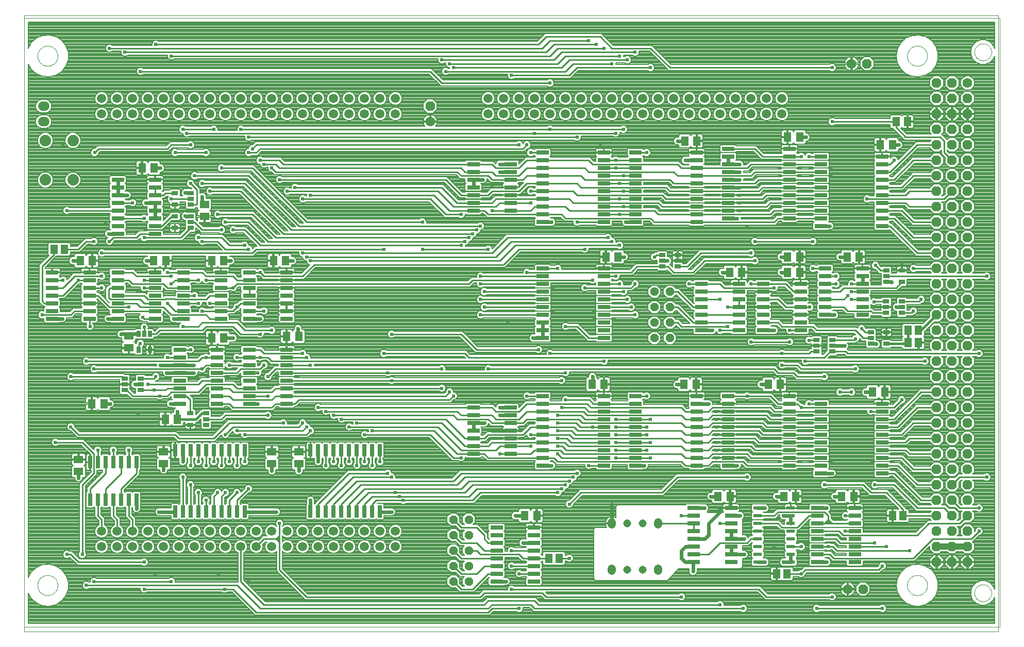
<source format=gtl>
G75*
G70*
%OFA0B0*%
%FSLAX24Y24*%
%IPPOS*%
%LPD*%
%AMOC8*
5,1,8,0,0,1.08239X$1,22.5*
%
%ADD10C,0.0000*%
%ADD11R,0.0512X0.0630*%
%ADD12R,0.0551X0.0236*%
%ADD13R,0.0800X0.0260*%
%ADD14C,0.0740*%
%ADD15C,0.0600*%
%ADD16OC8,0.0560*%
%ADD17R,0.0630X0.0512*%
%ADD18R,0.0512X0.0591*%
%ADD19R,0.0260X0.0800*%
%ADD20C,0.0630*%
%ADD21OC8,0.0630*%
%ADD22C,0.0594*%
%ADD23R,0.0390X0.0272*%
%ADD24R,0.0272X0.0390*%
%ADD25C,0.0520*%
%ADD26C,0.0515*%
%ADD27C,0.0240*%
%ADD28C,0.0240*%
%ADD29C,0.0100*%
%ADD30C,0.0160*%
%ADD31C,0.0080*%
%ADD32C,0.0400*%
D10*
X004848Y007120D02*
X004848Y046990D01*
X067840Y046990D01*
X067840Y007120D01*
X004848Y007120D01*
X004848Y007430D02*
X004848Y046810D01*
X067948Y046810D01*
X067948Y007430D01*
X004848Y007430D01*
X005698Y010120D02*
X005700Y010170D01*
X005706Y010220D01*
X005716Y010270D01*
X005729Y010318D01*
X005746Y010366D01*
X005767Y010412D01*
X005791Y010456D01*
X005819Y010498D01*
X005850Y010538D01*
X005884Y010575D01*
X005921Y010610D01*
X005960Y010641D01*
X006001Y010670D01*
X006045Y010695D01*
X006091Y010717D01*
X006138Y010735D01*
X006186Y010749D01*
X006235Y010760D01*
X006285Y010767D01*
X006335Y010770D01*
X006386Y010769D01*
X006436Y010764D01*
X006486Y010755D01*
X006534Y010743D01*
X006582Y010726D01*
X006628Y010706D01*
X006673Y010683D01*
X006716Y010656D01*
X006756Y010626D01*
X006794Y010593D01*
X006829Y010557D01*
X006862Y010518D01*
X006891Y010477D01*
X006917Y010434D01*
X006940Y010389D01*
X006959Y010342D01*
X006974Y010294D01*
X006986Y010245D01*
X006994Y010195D01*
X006998Y010145D01*
X006998Y010095D01*
X006994Y010045D01*
X006986Y009995D01*
X006974Y009946D01*
X006959Y009898D01*
X006940Y009851D01*
X006917Y009806D01*
X006891Y009763D01*
X006862Y009722D01*
X006829Y009683D01*
X006794Y009647D01*
X006756Y009614D01*
X006716Y009584D01*
X006673Y009557D01*
X006628Y009534D01*
X006582Y009514D01*
X006534Y009497D01*
X006486Y009485D01*
X006436Y009476D01*
X006386Y009471D01*
X006335Y009470D01*
X006285Y009473D01*
X006235Y009480D01*
X006186Y009491D01*
X006138Y009505D01*
X006091Y009523D01*
X006045Y009545D01*
X006001Y009570D01*
X005960Y009599D01*
X005921Y009630D01*
X005884Y009665D01*
X005850Y009702D01*
X005819Y009742D01*
X005791Y009784D01*
X005767Y009828D01*
X005746Y009874D01*
X005729Y009922D01*
X005716Y009970D01*
X005706Y010020D01*
X005700Y010070D01*
X005698Y010120D01*
X005698Y044370D02*
X005700Y044420D01*
X005706Y044470D01*
X005716Y044520D01*
X005729Y044568D01*
X005746Y044616D01*
X005767Y044662D01*
X005791Y044706D01*
X005819Y044748D01*
X005850Y044788D01*
X005884Y044825D01*
X005921Y044860D01*
X005960Y044891D01*
X006001Y044920D01*
X006045Y044945D01*
X006091Y044967D01*
X006138Y044985D01*
X006186Y044999D01*
X006235Y045010D01*
X006285Y045017D01*
X006335Y045020D01*
X006386Y045019D01*
X006436Y045014D01*
X006486Y045005D01*
X006534Y044993D01*
X006582Y044976D01*
X006628Y044956D01*
X006673Y044933D01*
X006716Y044906D01*
X006756Y044876D01*
X006794Y044843D01*
X006829Y044807D01*
X006862Y044768D01*
X006891Y044727D01*
X006917Y044684D01*
X006940Y044639D01*
X006959Y044592D01*
X006974Y044544D01*
X006986Y044495D01*
X006994Y044445D01*
X006998Y044395D01*
X006998Y044345D01*
X006994Y044295D01*
X006986Y044245D01*
X006974Y044196D01*
X006959Y044148D01*
X006940Y044101D01*
X006917Y044056D01*
X006891Y044013D01*
X006862Y043972D01*
X006829Y043933D01*
X006794Y043897D01*
X006756Y043864D01*
X006716Y043834D01*
X006673Y043807D01*
X006628Y043784D01*
X006582Y043764D01*
X006534Y043747D01*
X006486Y043735D01*
X006436Y043726D01*
X006386Y043721D01*
X006335Y043720D01*
X006285Y043723D01*
X006235Y043730D01*
X006186Y043741D01*
X006138Y043755D01*
X006091Y043773D01*
X006045Y043795D01*
X006001Y043820D01*
X005960Y043849D01*
X005921Y043880D01*
X005884Y043915D01*
X005850Y043952D01*
X005819Y043992D01*
X005791Y044034D01*
X005767Y044078D01*
X005746Y044124D01*
X005729Y044172D01*
X005716Y044220D01*
X005706Y044270D01*
X005700Y044320D01*
X005698Y044370D01*
X061948Y044370D02*
X061950Y044420D01*
X061956Y044470D01*
X061966Y044520D01*
X061979Y044568D01*
X061996Y044616D01*
X062017Y044662D01*
X062041Y044706D01*
X062069Y044748D01*
X062100Y044788D01*
X062134Y044825D01*
X062171Y044860D01*
X062210Y044891D01*
X062251Y044920D01*
X062295Y044945D01*
X062341Y044967D01*
X062388Y044985D01*
X062436Y044999D01*
X062485Y045010D01*
X062535Y045017D01*
X062585Y045020D01*
X062636Y045019D01*
X062686Y045014D01*
X062736Y045005D01*
X062784Y044993D01*
X062832Y044976D01*
X062878Y044956D01*
X062923Y044933D01*
X062966Y044906D01*
X063006Y044876D01*
X063044Y044843D01*
X063079Y044807D01*
X063112Y044768D01*
X063141Y044727D01*
X063167Y044684D01*
X063190Y044639D01*
X063209Y044592D01*
X063224Y044544D01*
X063236Y044495D01*
X063244Y044445D01*
X063248Y044395D01*
X063248Y044345D01*
X063244Y044295D01*
X063236Y044245D01*
X063224Y044196D01*
X063209Y044148D01*
X063190Y044101D01*
X063167Y044056D01*
X063141Y044013D01*
X063112Y043972D01*
X063079Y043933D01*
X063044Y043897D01*
X063006Y043864D01*
X062966Y043834D01*
X062923Y043807D01*
X062878Y043784D01*
X062832Y043764D01*
X062784Y043747D01*
X062736Y043735D01*
X062686Y043726D01*
X062636Y043721D01*
X062585Y043720D01*
X062535Y043723D01*
X062485Y043730D01*
X062436Y043741D01*
X062388Y043755D01*
X062341Y043773D01*
X062295Y043795D01*
X062251Y043820D01*
X062210Y043849D01*
X062171Y043880D01*
X062134Y043915D01*
X062100Y043952D01*
X062069Y043992D01*
X062041Y044034D01*
X062017Y044078D01*
X061996Y044124D01*
X061979Y044172D01*
X061966Y044220D01*
X061956Y044270D01*
X061950Y044320D01*
X061948Y044370D01*
X066298Y044620D02*
X066300Y044667D01*
X066306Y044713D01*
X066316Y044759D01*
X066329Y044803D01*
X066347Y044847D01*
X066368Y044888D01*
X066392Y044928D01*
X066420Y044966D01*
X066451Y045001D01*
X066485Y045033D01*
X066521Y045062D01*
X066560Y045088D01*
X066600Y045111D01*
X066643Y045130D01*
X066687Y045146D01*
X066732Y045158D01*
X066778Y045166D01*
X066825Y045170D01*
X066871Y045170D01*
X066918Y045166D01*
X066964Y045158D01*
X067009Y045146D01*
X067053Y045130D01*
X067096Y045111D01*
X067136Y045088D01*
X067175Y045062D01*
X067211Y045033D01*
X067245Y045001D01*
X067276Y044966D01*
X067304Y044928D01*
X067328Y044888D01*
X067349Y044847D01*
X067367Y044803D01*
X067380Y044759D01*
X067390Y044713D01*
X067396Y044667D01*
X067398Y044620D01*
X067396Y044573D01*
X067390Y044527D01*
X067380Y044481D01*
X067367Y044437D01*
X067349Y044393D01*
X067328Y044352D01*
X067304Y044312D01*
X067276Y044274D01*
X067245Y044239D01*
X067211Y044207D01*
X067175Y044178D01*
X067136Y044152D01*
X067096Y044129D01*
X067053Y044110D01*
X067009Y044094D01*
X066964Y044082D01*
X066918Y044074D01*
X066871Y044070D01*
X066825Y044070D01*
X066778Y044074D01*
X066732Y044082D01*
X066687Y044094D01*
X066643Y044110D01*
X066600Y044129D01*
X066560Y044152D01*
X066521Y044178D01*
X066485Y044207D01*
X066451Y044239D01*
X066420Y044274D01*
X066392Y044312D01*
X066368Y044352D01*
X066347Y044393D01*
X066329Y044437D01*
X066316Y044481D01*
X066306Y044527D01*
X066300Y044573D01*
X066298Y044620D01*
X061948Y010120D02*
X061950Y010170D01*
X061956Y010220D01*
X061966Y010270D01*
X061979Y010318D01*
X061996Y010366D01*
X062017Y010412D01*
X062041Y010456D01*
X062069Y010498D01*
X062100Y010538D01*
X062134Y010575D01*
X062171Y010610D01*
X062210Y010641D01*
X062251Y010670D01*
X062295Y010695D01*
X062341Y010717D01*
X062388Y010735D01*
X062436Y010749D01*
X062485Y010760D01*
X062535Y010767D01*
X062585Y010770D01*
X062636Y010769D01*
X062686Y010764D01*
X062736Y010755D01*
X062784Y010743D01*
X062832Y010726D01*
X062878Y010706D01*
X062923Y010683D01*
X062966Y010656D01*
X063006Y010626D01*
X063044Y010593D01*
X063079Y010557D01*
X063112Y010518D01*
X063141Y010477D01*
X063167Y010434D01*
X063190Y010389D01*
X063209Y010342D01*
X063224Y010294D01*
X063236Y010245D01*
X063244Y010195D01*
X063248Y010145D01*
X063248Y010095D01*
X063244Y010045D01*
X063236Y009995D01*
X063224Y009946D01*
X063209Y009898D01*
X063190Y009851D01*
X063167Y009806D01*
X063141Y009763D01*
X063112Y009722D01*
X063079Y009683D01*
X063044Y009647D01*
X063006Y009614D01*
X062966Y009584D01*
X062923Y009557D01*
X062878Y009534D01*
X062832Y009514D01*
X062784Y009497D01*
X062736Y009485D01*
X062686Y009476D01*
X062636Y009471D01*
X062585Y009470D01*
X062535Y009473D01*
X062485Y009480D01*
X062436Y009491D01*
X062388Y009505D01*
X062341Y009523D01*
X062295Y009545D01*
X062251Y009570D01*
X062210Y009599D01*
X062171Y009630D01*
X062134Y009665D01*
X062100Y009702D01*
X062069Y009742D01*
X062041Y009784D01*
X062017Y009828D01*
X061996Y009874D01*
X061979Y009922D01*
X061966Y009970D01*
X061956Y010020D01*
X061950Y010070D01*
X061948Y010120D01*
X066298Y009620D02*
X066300Y009667D01*
X066306Y009713D01*
X066316Y009759D01*
X066329Y009803D01*
X066347Y009847D01*
X066368Y009888D01*
X066392Y009928D01*
X066420Y009966D01*
X066451Y010001D01*
X066485Y010033D01*
X066521Y010062D01*
X066560Y010088D01*
X066600Y010111D01*
X066643Y010130D01*
X066687Y010146D01*
X066732Y010158D01*
X066778Y010166D01*
X066825Y010170D01*
X066871Y010170D01*
X066918Y010166D01*
X066964Y010158D01*
X067009Y010146D01*
X067053Y010130D01*
X067096Y010111D01*
X067136Y010088D01*
X067175Y010062D01*
X067211Y010033D01*
X067245Y010001D01*
X067276Y009966D01*
X067304Y009928D01*
X067328Y009888D01*
X067349Y009847D01*
X067367Y009803D01*
X067380Y009759D01*
X067390Y009713D01*
X067396Y009667D01*
X067398Y009620D01*
X067396Y009573D01*
X067390Y009527D01*
X067380Y009481D01*
X067367Y009437D01*
X067349Y009393D01*
X067328Y009352D01*
X067304Y009312D01*
X067276Y009274D01*
X067245Y009239D01*
X067211Y009207D01*
X067175Y009178D01*
X067136Y009152D01*
X067096Y009129D01*
X067053Y009110D01*
X067009Y009094D01*
X066964Y009082D01*
X066918Y009074D01*
X066871Y009070D01*
X066825Y009070D01*
X066778Y009074D01*
X066732Y009082D01*
X066687Y009094D01*
X066643Y009110D01*
X066600Y009129D01*
X066560Y009152D01*
X066521Y009178D01*
X066485Y009207D01*
X066451Y009239D01*
X066420Y009274D01*
X066392Y009312D01*
X066368Y009352D01*
X066347Y009393D01*
X066329Y009437D01*
X066316Y009481D01*
X066306Y009527D01*
X066300Y009573D01*
X066298Y009620D01*
D11*
X058492Y015870D03*
X057704Y015870D03*
X054742Y015870D03*
X053954Y015870D03*
X050492Y015870D03*
X049704Y015870D03*
X048292Y023120D03*
X047504Y023120D03*
X042342Y023120D03*
X041554Y023120D03*
X050454Y030370D03*
X051242Y030370D03*
X054204Y030370D03*
X054992Y030370D03*
X054992Y031370D03*
X054204Y031370D03*
X058054Y031370D03*
X058842Y031370D03*
X060204Y038620D03*
X060992Y038620D03*
X054992Y039120D03*
X054204Y039120D03*
X048342Y038870D03*
X047554Y038870D03*
X043242Y031370D03*
X042454Y031370D03*
X052954Y023120D03*
X053742Y023120D03*
X059704Y022620D03*
X060492Y022620D03*
X037992Y014620D03*
X037204Y014620D03*
X022592Y026220D03*
X021804Y026220D03*
X017742Y026120D03*
X016954Y026120D03*
X016954Y031120D03*
X017742Y031120D03*
X020954Y031120D03*
X021742Y031120D03*
X013992Y031120D03*
X013204Y031120D03*
X009242Y031120D03*
X008454Y031120D03*
X012454Y037120D03*
X013242Y037120D03*
X009992Y021870D03*
X009204Y021870D03*
X013954Y020870D03*
X014742Y020870D03*
D12*
X052279Y015120D03*
X052279Y014620D03*
X052279Y014120D03*
X052279Y013620D03*
X052279Y013120D03*
X052279Y012620D03*
X052279Y012120D03*
X052279Y011620D03*
X054417Y011620D03*
X054417Y012120D03*
X054417Y012620D03*
X054417Y013120D03*
X054417Y013620D03*
X054417Y014120D03*
X054417Y014620D03*
X054417Y015120D03*
D13*
X056138Y015120D03*
X056138Y014620D03*
X056138Y014120D03*
X056138Y013620D03*
X056138Y013120D03*
X056138Y012620D03*
X056138Y012120D03*
X056138Y011620D03*
X058558Y011620D03*
X058558Y012120D03*
X058558Y012620D03*
X058558Y013120D03*
X058558Y013620D03*
X058558Y014120D03*
X058558Y014620D03*
X058558Y015120D03*
X060328Y017370D03*
X060328Y017870D03*
X060328Y018370D03*
X060328Y018870D03*
X060328Y019370D03*
X060328Y019870D03*
X060328Y020370D03*
X060328Y020870D03*
X060328Y021370D03*
X060328Y021870D03*
X056368Y021870D03*
X056368Y021370D03*
X056368Y020870D03*
X056368Y020370D03*
X056368Y019870D03*
X056368Y019370D03*
X056368Y018870D03*
X056368Y018370D03*
X056368Y017870D03*
X056368Y017370D03*
X054328Y017870D03*
X054328Y018370D03*
X054328Y018870D03*
X054328Y019370D03*
X054328Y019870D03*
X054328Y020370D03*
X054328Y020870D03*
X054328Y021370D03*
X054328Y021870D03*
X054328Y022370D03*
X050368Y022370D03*
X050368Y021870D03*
X050368Y021370D03*
X050368Y020870D03*
X050368Y020370D03*
X050368Y019870D03*
X050368Y019370D03*
X050368Y018870D03*
X050368Y018370D03*
X050368Y017870D03*
X048328Y017870D03*
X048328Y018370D03*
X048328Y018870D03*
X048328Y019370D03*
X048328Y019870D03*
X048328Y020370D03*
X048328Y020870D03*
X048328Y021370D03*
X048328Y021870D03*
X048328Y022370D03*
X044368Y022370D03*
X044368Y021870D03*
X044368Y021370D03*
X044368Y020870D03*
X044368Y020370D03*
X044368Y019870D03*
X044368Y019370D03*
X044368Y018870D03*
X044368Y018370D03*
X044368Y017870D03*
X042328Y017870D03*
X042328Y018370D03*
X042328Y018870D03*
X042328Y019370D03*
X042328Y019870D03*
X042328Y020370D03*
X042328Y020870D03*
X042328Y021370D03*
X042328Y021870D03*
X042328Y022370D03*
X038368Y022370D03*
X038368Y021870D03*
X038368Y021370D03*
X038368Y020870D03*
X038368Y020370D03*
X038368Y019870D03*
X038368Y019370D03*
X038368Y018870D03*
X038368Y018370D03*
X038368Y017870D03*
X036308Y018620D03*
X036308Y019120D03*
X036308Y019620D03*
X036308Y020120D03*
X036308Y020620D03*
X036308Y021120D03*
X036308Y021620D03*
X033888Y021620D03*
X033888Y021120D03*
X033888Y020620D03*
X033888Y020120D03*
X033888Y019620D03*
X033888Y019120D03*
X033888Y018620D03*
X035388Y013870D03*
X035388Y013370D03*
X035388Y012870D03*
X035388Y012370D03*
X035388Y011870D03*
X035388Y011370D03*
X035388Y010870D03*
X035388Y010370D03*
X037808Y010370D03*
X037808Y010870D03*
X037808Y011370D03*
X037808Y011870D03*
X037808Y012370D03*
X037808Y012870D03*
X037808Y013370D03*
X037808Y013870D03*
X048138Y014120D03*
X048138Y014620D03*
X048138Y015120D03*
X048138Y013620D03*
X048138Y013120D03*
X048138Y012620D03*
X048138Y012120D03*
X048138Y011620D03*
X050558Y011620D03*
X050558Y012120D03*
X050558Y012620D03*
X050558Y013120D03*
X050558Y013620D03*
X050558Y014120D03*
X050558Y014620D03*
X050558Y015120D03*
X042328Y026120D03*
X042328Y026620D03*
X042328Y027120D03*
X042328Y027620D03*
X042328Y028120D03*
X042328Y028620D03*
X042328Y029120D03*
X042328Y029620D03*
X042328Y030120D03*
X042328Y030620D03*
X042328Y033620D03*
X042328Y034120D03*
X042328Y034620D03*
X042328Y035120D03*
X042328Y035620D03*
X042328Y036120D03*
X042328Y036620D03*
X042328Y037120D03*
X042328Y037620D03*
X042328Y038120D03*
X044368Y038120D03*
X044368Y037620D03*
X044368Y037120D03*
X044368Y036620D03*
X044368Y036120D03*
X044368Y035620D03*
X044368Y035120D03*
X044368Y034620D03*
X044368Y034120D03*
X044368Y033620D03*
X048328Y033620D03*
X048328Y034120D03*
X048328Y034620D03*
X048328Y035120D03*
X048328Y035620D03*
X048328Y036120D03*
X048328Y036620D03*
X048328Y037120D03*
X048328Y037620D03*
X048328Y038120D03*
X050368Y038370D03*
X050368Y037870D03*
X050368Y037370D03*
X050368Y036870D03*
X050368Y036370D03*
X050368Y035870D03*
X050368Y035370D03*
X050368Y034870D03*
X050368Y034370D03*
X050368Y033870D03*
X054328Y033870D03*
X054328Y034370D03*
X054328Y034870D03*
X054328Y035370D03*
X054328Y035870D03*
X054328Y036370D03*
X054328Y036870D03*
X054328Y037370D03*
X054328Y037870D03*
X054328Y038370D03*
X056368Y037870D03*
X056368Y037370D03*
X056368Y036870D03*
X056368Y036370D03*
X056368Y035870D03*
X056368Y035370D03*
X056368Y034870D03*
X056368Y034370D03*
X056368Y033870D03*
X056368Y033370D03*
X056638Y030620D03*
X056638Y030120D03*
X056638Y029620D03*
X056638Y029120D03*
X056638Y028620D03*
X056638Y028120D03*
X056638Y027620D03*
X055058Y027620D03*
X055058Y028120D03*
X055058Y028620D03*
X055058Y029120D03*
X055058Y029620D03*
X052638Y029620D03*
X052638Y029120D03*
X052638Y028620D03*
X052638Y028120D03*
X052638Y027620D03*
X052638Y027120D03*
X052638Y026620D03*
X051058Y026620D03*
X051058Y027120D03*
X051058Y027620D03*
X051058Y028120D03*
X051058Y028620D03*
X051058Y029120D03*
X051058Y029620D03*
X048638Y029620D03*
X048638Y029120D03*
X048638Y028620D03*
X048638Y028120D03*
X048638Y027620D03*
X048638Y027120D03*
X048638Y026620D03*
X055058Y026620D03*
X055058Y027120D03*
X059058Y027620D03*
X059058Y028120D03*
X059058Y028620D03*
X059058Y029120D03*
X059058Y029620D03*
X059058Y030120D03*
X059058Y030620D03*
X060328Y033370D03*
X060328Y033870D03*
X060328Y034370D03*
X060328Y034870D03*
X060328Y035370D03*
X060328Y035870D03*
X060328Y036370D03*
X060328Y036870D03*
X060328Y037370D03*
X060328Y037870D03*
X038368Y037620D03*
X038368Y038120D03*
X038368Y037120D03*
X038368Y036620D03*
X038368Y036120D03*
X038368Y035620D03*
X038368Y035120D03*
X038368Y034620D03*
X038368Y034120D03*
X038368Y033620D03*
X036308Y034370D03*
X036308Y034870D03*
X036308Y035370D03*
X036308Y035870D03*
X036308Y036370D03*
X036308Y036870D03*
X036308Y037370D03*
X033888Y037370D03*
X033888Y036870D03*
X033888Y036370D03*
X033888Y035870D03*
X033888Y035370D03*
X033888Y034870D03*
X033888Y034370D03*
X038368Y030620D03*
X038368Y030120D03*
X038368Y029620D03*
X038368Y029120D03*
X038368Y028620D03*
X038368Y028120D03*
X038368Y027620D03*
X038368Y027120D03*
X038368Y026620D03*
X038368Y026120D03*
X021808Y025370D03*
X021808Y024870D03*
X021808Y024370D03*
X021808Y023870D03*
X021808Y023370D03*
X021808Y022870D03*
X021808Y022370D03*
X021808Y021870D03*
X019388Y021870D03*
X019388Y022370D03*
X019388Y022870D03*
X019388Y023370D03*
X019388Y023870D03*
X019388Y024370D03*
X019388Y024870D03*
X019388Y025370D03*
X017308Y025370D03*
X017308Y024870D03*
X017308Y024370D03*
X017308Y023870D03*
X017308Y023370D03*
X017308Y022870D03*
X017308Y022370D03*
X017308Y021870D03*
X014888Y021870D03*
X014888Y022370D03*
X014888Y022870D03*
X014888Y023370D03*
X014888Y023870D03*
X014888Y024370D03*
X014888Y024870D03*
X014888Y025370D03*
X015138Y027370D03*
X015138Y027870D03*
X015138Y028370D03*
X015138Y028870D03*
X015138Y029370D03*
X015138Y029870D03*
X015138Y030370D03*
X013308Y030370D03*
X013308Y029870D03*
X013308Y029370D03*
X013308Y028870D03*
X013308Y028370D03*
X013308Y027870D03*
X013308Y027370D03*
X010888Y027370D03*
X010888Y027870D03*
X010888Y028370D03*
X010888Y028870D03*
X010888Y029370D03*
X010888Y029870D03*
X010888Y030370D03*
X009058Y030370D03*
X009058Y029870D03*
X009058Y029370D03*
X009058Y028870D03*
X009058Y028370D03*
X009058Y027870D03*
X009058Y027370D03*
X006638Y027370D03*
X006638Y027870D03*
X006638Y028370D03*
X006638Y028870D03*
X006638Y029370D03*
X006638Y029870D03*
X006638Y030370D03*
X010888Y032870D03*
X010888Y033370D03*
X010888Y033870D03*
X010888Y034370D03*
X010888Y034870D03*
X010888Y035370D03*
X010888Y035870D03*
X010888Y036370D03*
X013308Y036370D03*
X013308Y035870D03*
X013308Y035370D03*
X013308Y034870D03*
X013308Y034370D03*
X013308Y033870D03*
X013308Y033370D03*
X013308Y032870D03*
X017558Y030370D03*
X017558Y029870D03*
X017558Y029370D03*
X017558Y028870D03*
X017558Y028370D03*
X017558Y027870D03*
X017558Y027370D03*
X019388Y027370D03*
X019388Y027870D03*
X019388Y028370D03*
X019388Y028870D03*
X019388Y029370D03*
X019388Y029870D03*
X019388Y030370D03*
X021808Y030370D03*
X021808Y029870D03*
X021808Y029370D03*
X021808Y028870D03*
X021808Y028370D03*
X021808Y027870D03*
X021808Y027370D03*
D14*
X007988Y036340D03*
X006208Y036340D03*
X006208Y038900D03*
X007988Y038900D03*
D15*
X006173Y040120D02*
X006023Y040120D01*
X006023Y041120D02*
X006173Y041120D01*
D16*
X032598Y014370D03*
X033598Y014370D03*
X033598Y013370D03*
X032598Y013370D03*
X032598Y012370D03*
X033598Y012370D03*
X033598Y011370D03*
X033598Y010370D03*
X032598Y010370D03*
X032598Y011370D03*
X045598Y026120D03*
X046598Y026120D03*
X046598Y027120D03*
X046598Y028120D03*
X045598Y028120D03*
X045598Y027120D03*
X045598Y029120D03*
X046598Y029120D03*
D17*
X022598Y018763D03*
X022598Y017976D03*
X020848Y017976D03*
X020848Y018763D03*
X013848Y018763D03*
X013848Y017976D03*
X008348Y018263D03*
X008348Y017476D03*
X011598Y025476D03*
X011598Y026263D03*
X016498Y033976D03*
X016498Y034763D03*
D18*
X007433Y031870D03*
X006763Y031870D03*
X038763Y011870D03*
X039433Y011870D03*
X053513Y010870D03*
X054183Y010870D03*
X061013Y014620D03*
X061683Y014620D03*
X062013Y025820D03*
X062683Y025820D03*
X062683Y026620D03*
X062013Y026620D03*
X061972Y040120D03*
X061224Y040120D03*
D19*
X027848Y018850D03*
X027348Y018850D03*
X026848Y018850D03*
X026348Y018850D03*
X025848Y018850D03*
X025348Y018850D03*
X024848Y018850D03*
X024348Y018850D03*
X023848Y018850D03*
X023348Y018850D03*
X019098Y018850D03*
X018598Y018850D03*
X018098Y018850D03*
X017598Y018850D03*
X017098Y018850D03*
X016598Y018850D03*
X016098Y018850D03*
X015598Y018850D03*
X015098Y018850D03*
X014598Y018850D03*
X012098Y018080D03*
X011598Y018080D03*
X011098Y018080D03*
X010598Y018080D03*
X010098Y018080D03*
X009598Y018080D03*
X009098Y018080D03*
X009098Y015660D03*
X009598Y015660D03*
X010098Y015660D03*
X010598Y015660D03*
X011098Y015660D03*
X011598Y015660D03*
X012098Y015660D03*
X014598Y014890D03*
X015098Y014890D03*
X015598Y014890D03*
X016098Y014890D03*
X016598Y014890D03*
X017098Y014890D03*
X017598Y014890D03*
X018098Y014890D03*
X018598Y014890D03*
X019098Y014890D03*
X023348Y014890D03*
X023848Y014890D03*
X024348Y014890D03*
X024848Y014890D03*
X025348Y014890D03*
X025848Y014890D03*
X026348Y014890D03*
X026848Y014890D03*
X027348Y014890D03*
X027848Y014890D03*
D20*
X058098Y009870D03*
X031098Y040120D03*
X058348Y043870D03*
X065848Y042620D03*
D21*
X064848Y042620D03*
X063848Y042620D03*
X063848Y041620D03*
X064848Y041620D03*
X065848Y041620D03*
X065848Y040620D03*
X064848Y040620D03*
X064848Y039620D03*
X065848Y039620D03*
X065848Y038620D03*
X064848Y038620D03*
X063848Y038620D03*
X063848Y039620D03*
X063848Y040620D03*
X063848Y037620D03*
X064848Y037620D03*
X065848Y037620D03*
X065848Y036620D03*
X064848Y036620D03*
X063848Y036620D03*
X063848Y035620D03*
X064848Y035620D03*
X065848Y035620D03*
X065848Y034620D03*
X064848Y034620D03*
X063848Y034620D03*
X063848Y033620D03*
X063848Y032620D03*
X064848Y032620D03*
X064848Y033620D03*
X065848Y033620D03*
X065848Y032620D03*
X065848Y031620D03*
X064848Y031620D03*
X063848Y031620D03*
X063848Y030620D03*
X064848Y030620D03*
X065848Y030620D03*
X065848Y029620D03*
X064848Y029620D03*
X063848Y029620D03*
X063848Y028620D03*
X064848Y028620D03*
X065848Y028620D03*
X065848Y027620D03*
X064848Y027620D03*
X064848Y026620D03*
X065848Y026620D03*
X065848Y025620D03*
X064848Y025620D03*
X063848Y025620D03*
X063848Y026620D03*
X063848Y027620D03*
X063848Y024620D03*
X064848Y024620D03*
X065848Y024620D03*
X065848Y023620D03*
X064848Y023620D03*
X063848Y023620D03*
X063848Y022620D03*
X064848Y022620D03*
X065848Y022620D03*
X065848Y021620D03*
X064848Y021620D03*
X064848Y020620D03*
X065848Y020620D03*
X065848Y019620D03*
X064848Y019620D03*
X063848Y019620D03*
X063848Y020620D03*
X063848Y021620D03*
X063848Y018620D03*
X064848Y018620D03*
X065848Y018620D03*
X065848Y017620D03*
X064848Y017620D03*
X063848Y017620D03*
X063848Y016620D03*
X064848Y016620D03*
X065848Y016620D03*
X065848Y015620D03*
X064848Y015620D03*
X063848Y015620D03*
X063848Y014620D03*
X063848Y013620D03*
X064848Y013620D03*
X064848Y014620D03*
X065848Y014620D03*
X065848Y013620D03*
X065848Y012620D03*
X064848Y012620D03*
X063848Y012620D03*
X063848Y011620D03*
X064848Y011620D03*
X065848Y011620D03*
X059098Y009870D03*
X031098Y041120D03*
X059348Y043870D03*
D22*
X053848Y041620D03*
X052848Y041620D03*
X051848Y041620D03*
X050848Y041620D03*
X049848Y041620D03*
X048848Y041620D03*
X047848Y041620D03*
X046848Y041620D03*
X045848Y041620D03*
X044848Y041620D03*
X043848Y041620D03*
X042848Y041620D03*
X041848Y041620D03*
X040848Y041620D03*
X039848Y041620D03*
X038848Y041620D03*
X037848Y041620D03*
X036848Y041620D03*
X035848Y041620D03*
X034848Y041620D03*
X034848Y040620D03*
X035848Y040620D03*
X036848Y040620D03*
X037848Y040620D03*
X038848Y040620D03*
X039848Y040620D03*
X040848Y040620D03*
X041848Y040620D03*
X042848Y040620D03*
X043848Y040620D03*
X044848Y040620D03*
X045848Y040620D03*
X046848Y040620D03*
X047848Y040620D03*
X048848Y040620D03*
X049848Y040620D03*
X050848Y040620D03*
X051848Y040620D03*
X052848Y040620D03*
X053848Y040620D03*
X028848Y040620D03*
X027848Y040620D03*
X027848Y041620D03*
X028848Y041620D03*
X026848Y041620D03*
X025848Y041620D03*
X024848Y041620D03*
X023848Y041620D03*
X022848Y041620D03*
X021848Y041620D03*
X020848Y041620D03*
X019848Y041620D03*
X018848Y041620D03*
X017848Y041620D03*
X016848Y041620D03*
X015848Y041620D03*
X014848Y041620D03*
X013848Y041620D03*
X012848Y041620D03*
X011848Y041620D03*
X010848Y041620D03*
X009848Y041620D03*
X009848Y040620D03*
X010848Y040620D03*
X011848Y040620D03*
X012848Y040620D03*
X013848Y040620D03*
X014848Y040620D03*
X015848Y040620D03*
X016848Y040620D03*
X017848Y040620D03*
X018848Y040620D03*
X019848Y040620D03*
X020848Y040620D03*
X021848Y040620D03*
X022848Y040620D03*
X023848Y040620D03*
X024848Y040620D03*
X025848Y040620D03*
X026848Y040620D03*
X026848Y013620D03*
X025848Y013620D03*
X024848Y013620D03*
X023848Y013620D03*
X022848Y013620D03*
X021848Y013620D03*
X020848Y013620D03*
X019848Y013620D03*
X018848Y013620D03*
X017848Y013620D03*
X016848Y013620D03*
X015848Y013620D03*
X014848Y013620D03*
X013848Y013620D03*
X012848Y013620D03*
X011848Y013620D03*
X010848Y013620D03*
X009848Y013620D03*
X009848Y012620D03*
X010848Y012620D03*
X011848Y012620D03*
X012848Y012620D03*
X013848Y012620D03*
X014848Y012620D03*
X015848Y012620D03*
X016848Y012620D03*
X017848Y012620D03*
X018848Y012620D03*
X019848Y012620D03*
X020848Y012620D03*
X021848Y012620D03*
X022848Y012620D03*
X023848Y012620D03*
X024848Y012620D03*
X025848Y012620D03*
X026848Y012620D03*
X027848Y012620D03*
X028848Y012620D03*
X028848Y013620D03*
X027848Y013620D03*
D23*
X016606Y020496D03*
X016606Y020870D03*
X016606Y021244D03*
X015586Y021244D03*
X015586Y020496D03*
X012356Y022746D03*
X012356Y023120D03*
X012356Y023494D03*
X011336Y023494D03*
X011336Y023120D03*
X011336Y022746D03*
X014586Y033246D03*
X014586Y033994D03*
X015606Y033994D03*
X015606Y033620D03*
X015606Y033246D03*
X015606Y034746D03*
X015606Y035120D03*
X015606Y035494D03*
X014586Y035494D03*
X014586Y034746D03*
X046090Y031494D03*
X046090Y031120D03*
X046090Y030746D03*
X047110Y030746D03*
X047110Y031120D03*
X047110Y031494D03*
X056086Y025994D03*
X056086Y025620D03*
X056086Y025246D03*
X057106Y025246D03*
X057106Y025620D03*
X057106Y025994D03*
X059590Y026120D03*
X059590Y026494D03*
X059590Y025746D03*
X060610Y025746D03*
X060610Y026494D03*
X060586Y027746D03*
X060586Y028120D03*
X060586Y028494D03*
X061606Y028494D03*
X061606Y028120D03*
X061606Y027746D03*
X061610Y029746D03*
X060590Y029746D03*
X060590Y030120D03*
X060590Y030494D03*
X061610Y030494D03*
D24*
X012972Y026377D03*
X012598Y026377D03*
X012224Y026377D03*
X012224Y025358D03*
X012972Y025358D03*
D25*
X042848Y014185D02*
X042848Y014055D01*
X045848Y014055D02*
X045848Y014185D01*
X045848Y011185D02*
X045848Y011055D01*
X042848Y011055D02*
X042848Y011185D01*
D26*
X043848Y011120D03*
X044848Y011120D03*
X044848Y014120D03*
X043848Y014120D03*
D27*
X042848Y014120D02*
X042848Y015370D01*
X044368Y017870D02*
X044948Y017870D01*
X048138Y015120D02*
X048848Y015120D01*
X049098Y014120D02*
X049848Y014870D01*
X049848Y015120D01*
X050492Y015186D02*
X050558Y015120D01*
X050492Y015186D02*
X050492Y015870D01*
X049704Y015870D02*
X049248Y015870D01*
X049098Y014120D02*
X049098Y013370D01*
X048848Y013120D01*
X048138Y013120D01*
X048138Y012620D02*
X047598Y012620D01*
X047348Y012370D01*
X047348Y011870D01*
X047598Y011620D01*
X048138Y011620D01*
X048098Y011580D01*
X048098Y011020D01*
X050558Y012120D02*
X050558Y012620D01*
X050558Y012160D01*
X050598Y012120D01*
X051398Y012120D01*
X052279Y011620D02*
X052748Y011620D01*
X053948Y011620D02*
X054417Y011620D01*
X054417Y012120D01*
X056138Y011620D02*
X056748Y011620D01*
X054417Y014120D02*
X054417Y014620D01*
X053948Y014620D01*
X052748Y015120D02*
X052279Y015120D01*
X051148Y014620D02*
X050558Y014620D01*
X050558Y013620D02*
X050558Y013120D01*
X051398Y013120D01*
X053498Y015870D02*
X053954Y015870D01*
X056138Y015120D02*
X056748Y015120D01*
X057248Y015870D02*
X057704Y015870D01*
X057098Y017370D02*
X056368Y017370D01*
X050948Y017870D02*
X050368Y017870D01*
X049098Y021870D02*
X048328Y021870D01*
X047504Y023120D02*
X047048Y023120D01*
X048638Y026620D02*
X049348Y026620D01*
X052638Y026620D02*
X053348Y026620D01*
X056638Y027620D02*
X057248Y027620D01*
X057106Y025620D02*
X057898Y025620D01*
X059590Y025746D02*
X059922Y025746D01*
X059948Y025720D01*
X061248Y028120D02*
X061606Y028120D01*
X060948Y029720D02*
X060922Y029746D01*
X060590Y029746D01*
X059058Y029620D02*
X059058Y030120D01*
X058054Y031370D02*
X057598Y031370D01*
X056948Y033370D02*
X056368Y033370D01*
X054204Y031370D02*
X053798Y031370D01*
X053798Y030370D02*
X054204Y030370D01*
X050454Y030370D02*
X049998Y030370D01*
X047598Y031120D02*
X047110Y031120D01*
X046448Y031120D02*
X046090Y031120D01*
X043648Y031370D02*
X043242Y031370D01*
X043748Y033620D02*
X044368Y033620D01*
X047598Y037620D02*
X048328Y037620D01*
X047554Y038870D02*
X047098Y038870D01*
X050368Y037870D02*
X050368Y037370D01*
X051098Y037370D01*
X051098Y036870D02*
X050368Y036870D01*
X050368Y036370D02*
X051098Y036370D01*
X051098Y035870D02*
X050368Y035870D01*
X050368Y033870D02*
X050948Y033870D01*
X054992Y039120D02*
X055398Y039120D01*
X060992Y038620D02*
X061398Y038620D01*
X041598Y023620D02*
X041598Y023163D01*
X041554Y023120D01*
X038368Y026120D02*
X037748Y026120D01*
X038368Y026120D02*
X038368Y026620D01*
X038368Y027120D01*
X036308Y021620D02*
X035598Y021620D01*
X035598Y021120D02*
X036308Y021120D01*
X036308Y020120D02*
X035098Y020120D01*
X034598Y020620D02*
X033888Y020620D01*
X033888Y020120D01*
X038368Y017870D02*
X038948Y017870D01*
X037204Y014620D02*
X036598Y014620D01*
X037098Y012870D02*
X037808Y012870D01*
X035998Y010370D02*
X035388Y010370D01*
X028598Y014870D02*
X027868Y014870D01*
X027848Y014890D01*
X023848Y018120D02*
X023848Y018850D01*
X022598Y017976D02*
X022598Y017520D01*
X020848Y017520D02*
X020848Y017976D01*
X023348Y015620D02*
X023348Y014890D01*
X021148Y014870D02*
X019118Y014870D01*
X019098Y014890D01*
X014598Y014890D02*
X014578Y014870D01*
X013548Y014870D01*
X012098Y015070D02*
X012098Y015660D01*
X013848Y017570D02*
X013848Y017976D01*
X015098Y018120D02*
X015098Y018850D01*
X014742Y020870D02*
X014748Y020876D01*
X014748Y021370D01*
X014888Y021870D02*
X014298Y021870D01*
X012356Y023120D02*
X011998Y023120D01*
X010398Y021870D02*
X009992Y021870D01*
X013648Y024370D02*
X014888Y024370D01*
X015798Y024370D01*
X015798Y023870D02*
X014888Y023870D01*
X014048Y023870D01*
X012224Y026377D02*
X011712Y026377D01*
X011106Y026377D01*
X011098Y026370D01*
X011598Y026263D02*
X011712Y026377D01*
X010888Y027370D02*
X010248Y027370D01*
X007298Y027370D02*
X006638Y027370D01*
X007998Y031120D02*
X008454Y031120D01*
X010298Y032870D02*
X010888Y032870D01*
X012748Y031120D02*
X013204Y031120D01*
X013308Y033870D02*
X013308Y034370D01*
X013308Y034870D01*
X012698Y034870D01*
X011498Y035370D02*
X010888Y035370D01*
X010888Y035870D01*
X010888Y036370D01*
X013242Y037120D02*
X013648Y037120D01*
X015248Y035520D02*
X015580Y035520D01*
X015606Y035494D01*
X016348Y035270D02*
X016348Y034870D01*
X016392Y034870D01*
X016498Y034763D01*
X016498Y034770D01*
X015606Y033994D02*
X015274Y033994D01*
X015248Y034020D01*
X017742Y031120D02*
X018198Y031120D01*
X021742Y031120D02*
X022198Y031120D01*
X020098Y027370D02*
X019388Y027370D01*
X018348Y026120D02*
X017742Y026120D01*
X015138Y027370D02*
X014498Y027370D01*
X019388Y021870D02*
X019948Y021870D01*
X022592Y026220D02*
X022548Y026263D01*
X022548Y026720D01*
X033888Y035870D02*
X033888Y036370D01*
X034498Y036370D01*
X035598Y036870D02*
X036308Y036870D01*
X036308Y037370D02*
X035598Y037370D01*
X038368Y033620D02*
X038948Y033620D01*
X052498Y023120D02*
X052954Y023120D01*
X059248Y022620D02*
X059704Y022620D01*
X008348Y017476D02*
X008348Y017070D01*
D28*
X008348Y017070D03*
X009598Y018870D03*
X010598Y018870D03*
X011598Y018870D03*
X013848Y017570D03*
X015098Y017120D03*
X015598Y016620D03*
X016098Y016120D03*
X016598Y015620D03*
X017348Y016120D03*
X017848Y016120D03*
X018598Y016120D03*
X019348Y016370D03*
X018598Y017870D03*
X019098Y018120D03*
X018098Y018120D03*
X017598Y017870D03*
X017098Y018120D03*
X016598Y017870D03*
X016098Y018120D03*
X015598Y017870D03*
X015098Y018120D03*
X017848Y019870D03*
X018598Y020120D03*
X019098Y019870D03*
X020598Y021120D03*
X021598Y020620D03*
X022848Y020620D03*
X023098Y020370D03*
X023348Y020120D03*
X023848Y021620D03*
X024348Y021370D03*
X024848Y021120D03*
X025348Y020870D03*
X025848Y020370D03*
X026348Y020620D03*
X027348Y020120D03*
X026848Y019870D03*
X026848Y018120D03*
X027348Y017870D03*
X027848Y018120D03*
X028348Y017370D03*
X028598Y017120D03*
X028848Y016120D03*
X029098Y015870D03*
X029348Y015620D03*
X028598Y014870D03*
X026348Y017870D03*
X025848Y018120D03*
X025348Y017870D03*
X024848Y018120D03*
X024348Y017870D03*
X023848Y018120D03*
X022598Y017520D03*
X020848Y017520D03*
X023348Y015620D03*
X021348Y014120D03*
X021148Y014870D03*
X017398Y010870D03*
X017798Y009870D03*
X019348Y010370D03*
X014348Y010370D03*
X013298Y010870D03*
X012598Y011620D03*
X012598Y009870D03*
X009348Y010370D03*
X008848Y010120D03*
X008598Y012120D03*
X007598Y012120D03*
X012098Y015070D03*
X013548Y014870D03*
X007848Y020370D03*
X006848Y019370D03*
X010398Y021870D03*
X011998Y023120D03*
X012848Y023120D03*
X013248Y022746D03*
X013598Y022370D03*
X014298Y021870D03*
X014748Y021370D03*
X012198Y021120D03*
X013348Y023620D03*
X014048Y023870D03*
X013648Y024370D03*
X014098Y024870D03*
X015598Y025370D03*
X015798Y024370D03*
X015798Y023870D03*
X016348Y024120D03*
X016598Y024870D03*
X018098Y024370D03*
X018598Y024870D03*
X020098Y024870D03*
X020348Y024370D03*
X019948Y023870D03*
X020598Y023620D03*
X020598Y022370D03*
X019948Y021870D03*
X023348Y024370D03*
X023098Y024870D03*
X022848Y025120D03*
X022548Y026720D03*
X020848Y026620D03*
X020098Y026370D03*
X020098Y027370D03*
X020348Y027870D03*
X018598Y028120D03*
X018348Y029370D03*
X016848Y028370D03*
X016348Y027870D03*
X016098Y028370D03*
X015848Y028870D03*
X016098Y029870D03*
X016598Y029870D03*
X018198Y031120D03*
X019098Y032120D03*
X019348Y031870D03*
X018348Y033120D03*
X017848Y033620D03*
X017598Y033120D03*
X017348Y034120D03*
X016098Y032620D03*
X016348Y032370D03*
X015248Y034020D03*
X014348Y035120D03*
X015248Y035520D03*
X015598Y036120D03*
X015848Y036620D03*
X016348Y036120D03*
X016848Y035620D03*
X016348Y035270D03*
X017598Y037120D03*
X016598Y038120D03*
X015598Y038620D03*
X015348Y039370D03*
X015098Y039620D03*
X014598Y038120D03*
X013648Y037120D03*
X011498Y035370D03*
X011848Y034870D03*
X012698Y034870D03*
X012598Y033870D03*
X012598Y032620D03*
X012748Y031120D03*
X012598Y029870D03*
X012598Y029370D03*
X014098Y030370D03*
X014348Y030120D03*
X014348Y029620D03*
X014098Y028370D03*
X014498Y027370D03*
X015098Y026870D03*
X012598Y026820D03*
X012498Y027470D03*
X011598Y028120D03*
X010248Y027370D03*
X009098Y026870D03*
X007298Y027370D03*
X005998Y027620D03*
X007348Y029870D03*
X008348Y029870D03*
X007998Y031120D03*
X009348Y032370D03*
X009848Y031620D03*
X010348Y032370D03*
X010298Y032870D03*
X010098Y033520D03*
X007598Y034370D03*
X009398Y038120D03*
X007348Y038520D03*
X012348Y043370D03*
X011348Y044620D03*
X010348Y044870D03*
X013348Y045120D03*
X014348Y044370D03*
X017098Y039620D03*
X018848Y039620D03*
X019348Y039120D03*
X019598Y038370D03*
X019348Y038120D03*
X020098Y037620D03*
X020348Y037370D03*
X020848Y037120D03*
X021348Y036370D03*
X022348Y035870D03*
X021848Y035620D03*
X022848Y035120D03*
X023348Y035370D03*
X022848Y031620D03*
X023098Y031370D03*
X023348Y031120D03*
X022198Y031120D03*
X020098Y030370D03*
X018348Y026120D03*
X012348Y025770D03*
X011098Y026370D03*
X008848Y024620D03*
X009348Y024120D03*
X007848Y023620D03*
X009848Y029370D03*
X009848Y030120D03*
X028098Y031870D03*
X030598Y031870D03*
X030598Y033620D03*
X033098Y034120D03*
X034098Y033120D03*
X034348Y033370D03*
X033848Y032870D03*
X033598Y032620D03*
X033348Y032370D03*
X033098Y032120D03*
X034848Y031870D03*
X034348Y030120D03*
X034348Y029620D03*
X034598Y029120D03*
X034348Y028620D03*
X034598Y028120D03*
X034348Y027620D03*
X036098Y027170D03*
X037748Y026120D03*
X038098Y025370D03*
X038848Y025120D03*
X039848Y023870D03*
X039598Y023370D03*
X039848Y022120D03*
X039598Y021620D03*
X039348Y021120D03*
X039348Y020620D03*
X039348Y020120D03*
X039348Y019620D03*
X039348Y019120D03*
X039348Y018620D03*
X038948Y017870D03*
X040098Y016870D03*
X040348Y017120D03*
X040598Y017370D03*
X041348Y017870D03*
X043098Y018370D03*
X043098Y018870D03*
X043098Y019370D03*
X043098Y019870D03*
X043098Y020370D03*
X043098Y020870D03*
X041598Y020370D03*
X045098Y020370D03*
X045098Y019870D03*
X045348Y019370D03*
X045098Y018870D03*
X045348Y018370D03*
X044948Y017870D03*
X048848Y015120D03*
X049248Y015870D03*
X049848Y014120D03*
X051148Y014620D03*
X051398Y013120D03*
X051398Y012120D03*
X052748Y011620D03*
X053948Y011620D03*
X053348Y012520D03*
X055098Y012620D03*
X056748Y011620D03*
X056848Y012620D03*
X057948Y013620D03*
X057948Y014620D03*
X056748Y015120D03*
X057248Y015870D03*
X056598Y016620D03*
X057098Y017370D03*
X059848Y016620D03*
X059848Y012870D03*
X060598Y012620D03*
X062098Y012370D03*
X060348Y011370D03*
X060348Y008620D03*
X057098Y009370D03*
X056098Y008620D03*
X055098Y010870D03*
X051348Y008620D03*
X049848Y008870D03*
X047348Y009370D03*
X048098Y011020D03*
X047348Y014620D03*
X049598Y017820D03*
X049598Y018370D03*
X049598Y018870D03*
X049598Y019370D03*
X049598Y019870D03*
X049598Y020370D03*
X049598Y020870D03*
X049598Y021370D03*
X049098Y021870D03*
X047048Y023120D03*
X045098Y022370D03*
X045348Y020870D03*
X041598Y023620D03*
X042348Y024620D03*
X039848Y026870D03*
X041098Y029370D03*
X041598Y029870D03*
X043098Y030120D03*
X043348Y029620D03*
X043598Y029120D03*
X043848Y028620D03*
X044098Y028120D03*
X044348Y027620D03*
X044348Y029620D03*
X043648Y031370D03*
X043348Y032120D03*
X042848Y032370D03*
X042598Y032620D03*
X043748Y033620D03*
X043348Y034120D03*
X043598Y034620D03*
X043348Y035120D03*
X043598Y035620D03*
X043348Y036120D03*
X043598Y036620D03*
X043098Y037120D03*
X043098Y037620D03*
X042098Y038520D03*
X043098Y039370D03*
X043598Y039620D03*
X045098Y038120D03*
X047098Y038870D03*
X047598Y037620D03*
X051098Y037370D03*
X051098Y036870D03*
X051098Y036370D03*
X051098Y035870D03*
X051098Y035370D03*
X051098Y034870D03*
X051098Y034370D03*
X050948Y033870D03*
X051598Y033320D03*
X052098Y032370D03*
X051848Y031620D03*
X052098Y031120D03*
X053798Y031370D03*
X053798Y030370D03*
X053348Y029370D03*
X051848Y029620D03*
X049998Y030370D03*
X049848Y028620D03*
X050348Y028120D03*
X050348Y026870D03*
X049848Y026620D03*
X049348Y026620D03*
X051848Y025870D03*
X053348Y026620D03*
X054348Y026620D03*
X054348Y025870D03*
X053848Y025120D03*
X053848Y024370D03*
X055348Y024620D03*
X055598Y025970D03*
X056598Y025620D03*
X057898Y025620D03*
X058598Y026070D03*
X058998Y026720D03*
X059948Y025720D03*
X060598Y027320D03*
X061248Y028120D03*
X062348Y027870D03*
X062848Y028620D03*
X060948Y029720D03*
X059898Y030820D03*
X061598Y030920D03*
X062348Y030620D03*
X059798Y028470D03*
X058348Y028620D03*
X058098Y028870D03*
X058348Y029120D03*
X058348Y029620D03*
X057348Y029620D03*
X057348Y030120D03*
X057598Y031370D03*
X055848Y030620D03*
X055848Y032370D03*
X056948Y033370D03*
X059348Y035120D03*
X061098Y037620D03*
X061398Y038620D03*
X057098Y040120D03*
X055398Y039120D03*
X055598Y037870D03*
X055098Y037870D03*
X049298Y032370D03*
X047598Y031120D03*
X046448Y031120D03*
X045598Y031370D03*
X047848Y029620D03*
X041098Y031870D03*
X039348Y030620D03*
X037348Y030370D03*
X038948Y033620D03*
X040598Y033620D03*
X037598Y034870D03*
X037598Y035620D03*
X035598Y036870D03*
X035598Y037370D03*
X034498Y036370D03*
X035098Y035920D03*
X035098Y034370D03*
X037598Y038120D03*
X037348Y038620D03*
X036848Y038620D03*
X037848Y039370D03*
X038848Y039620D03*
X040598Y039120D03*
X038848Y042620D03*
X036348Y043120D03*
X032598Y043620D03*
X032348Y043870D03*
X031848Y044120D03*
X032098Y043370D03*
X041348Y045370D03*
X041848Y045120D03*
X042348Y044870D03*
X043348Y044370D03*
X043848Y044120D03*
X044348Y044620D03*
X045348Y043620D03*
X042848Y043870D03*
X057098Y043620D03*
X067098Y030120D03*
X066598Y025120D03*
X063098Y024620D03*
X061598Y022120D03*
X059598Y021370D03*
X059248Y022620D03*
X058348Y022620D03*
X057598Y022620D03*
X056598Y023620D03*
X055598Y021870D03*
X055098Y021620D03*
X052498Y023120D03*
X051598Y022370D03*
X050948Y017870D03*
X051598Y017120D03*
X053498Y015870D03*
X052748Y015120D03*
X053948Y014620D03*
X058598Y024120D03*
X057248Y027620D03*
X055648Y028120D03*
X067098Y017120D03*
X066598Y015120D03*
X066598Y013620D03*
X040098Y015370D03*
X039348Y016120D03*
X039598Y016370D03*
X039848Y016620D03*
X037598Y019120D03*
X037598Y019870D03*
X035598Y021120D03*
X035598Y021620D03*
X035098Y021920D03*
X034598Y020620D03*
X035098Y020120D03*
X035098Y019620D03*
X035598Y018620D03*
X033098Y018370D03*
X036598Y014620D03*
X037098Y012870D03*
X036348Y012370D03*
X036348Y011370D03*
X036848Y010870D03*
X035998Y010370D03*
X036348Y009870D03*
X036848Y008620D03*
X040098Y011870D03*
X037348Y022370D03*
X034848Y024120D03*
X032598Y022370D03*
X032348Y022620D03*
X031848Y022870D03*
X031848Y024120D03*
X028598Y023370D03*
X028348Y023870D03*
X028098Y025120D03*
X028598Y026370D03*
D29*
X033098Y026370D01*
X034098Y025370D01*
X038098Y025370D01*
X038848Y025120D02*
X053848Y025120D01*
X055598Y025120D01*
X055724Y025246D01*
X056086Y025246D01*
X056598Y024870D02*
X033598Y024870D01*
X033348Y025120D01*
X028098Y025120D01*
X028348Y023870D02*
X039848Y023870D01*
X039598Y023370D02*
X028598Y023370D01*
X021808Y023370D01*
X021808Y023870D02*
X028348Y023870D01*
X023848Y023870D01*
X023348Y024370D02*
X021808Y024370D01*
X021808Y024870D02*
X023098Y024870D01*
X022848Y025120D02*
X020348Y025120D01*
X020098Y025370D01*
X019388Y025370D01*
X019388Y024870D02*
X018598Y024870D01*
X018098Y024370D02*
X019388Y024370D01*
X019388Y024870D02*
X020098Y024870D01*
X020598Y024870D01*
X020848Y024620D01*
X042348Y024620D01*
X042328Y026120D02*
X041348Y026120D01*
X040598Y026870D01*
X039848Y026870D01*
X038368Y027620D02*
X034348Y027620D01*
X034598Y028120D02*
X038368Y028120D01*
X038368Y028620D02*
X038598Y028620D01*
X038368Y028620D02*
X034348Y028620D01*
X034598Y029120D02*
X038368Y029120D01*
X038368Y029620D02*
X034348Y029620D01*
X034348Y030120D02*
X038368Y030120D01*
X038368Y030620D02*
X039348Y030620D01*
X041098Y031870D02*
X036848Y031870D01*
X035848Y030870D01*
X023598Y030870D01*
X022848Y030120D01*
X020348Y030120D01*
X020098Y030370D01*
X019388Y030370D01*
X019388Y029870D02*
X018598Y029870D01*
X018348Y030120D01*
X016598Y030120D01*
X016348Y030370D01*
X015138Y030370D01*
X014098Y030370D01*
X014348Y030120D02*
X012098Y030120D01*
X011848Y030370D01*
X010888Y030370D01*
X010888Y029870D02*
X011598Y029870D01*
X011848Y029620D01*
X013848Y029620D01*
X014098Y029370D01*
X015138Y029370D01*
X015138Y029870D02*
X014598Y029870D01*
X014348Y029620D01*
X015138Y029870D02*
X016098Y029870D01*
X016598Y029870D02*
X017558Y029870D01*
X017558Y029370D02*
X018348Y029370D01*
X018598Y029620D01*
X033598Y029620D01*
X033848Y029870D01*
X041598Y029870D01*
X041098Y029370D02*
X044098Y029370D01*
X044348Y029620D01*
X044098Y030370D02*
X044474Y030746D01*
X046090Y030746D01*
X046472Y030746D01*
X046848Y030370D01*
X048098Y030370D01*
X048848Y031120D01*
X052098Y031120D01*
X051848Y031620D02*
X048598Y031620D01*
X047724Y030746D01*
X047110Y030746D01*
X046090Y031494D02*
X045722Y031494D01*
X045598Y031370D01*
X044098Y030370D02*
X037348Y030370D01*
X035598Y031120D02*
X036598Y032120D01*
X043348Y032120D01*
X042848Y032370D02*
X036348Y032370D01*
X035348Y031370D01*
X023098Y031370D01*
X022848Y031620D02*
X035098Y031620D01*
X036098Y032620D01*
X042598Y032620D01*
X042328Y033620D02*
X040598Y033620D01*
X039848Y033870D02*
X045348Y033870D01*
X045598Y033620D01*
X048328Y033620D01*
X053348Y033620D01*
X053598Y033870D01*
X054328Y033870D01*
X056368Y033870D01*
X056368Y034370D02*
X054328Y034370D01*
X053348Y034370D01*
X053098Y034120D01*
X048328Y034120D01*
X045848Y034120D01*
X045598Y034370D01*
X040098Y034370D01*
X039848Y034620D01*
X038368Y034620D01*
X037848Y034620D01*
X037598Y034370D01*
X036308Y034370D01*
X035098Y034370D01*
X035348Y034620D02*
X035598Y034870D01*
X036308Y034870D01*
X037598Y034870D01*
X037598Y035620D02*
X038368Y035620D01*
X040348Y035620D01*
X040598Y035370D01*
X046098Y035370D01*
X046348Y035120D01*
X048328Y035120D01*
X052598Y035120D01*
X052848Y035370D01*
X054328Y035370D01*
X056368Y035370D01*
X056368Y035870D02*
X054328Y035870D01*
X052598Y035870D01*
X052348Y035620D01*
X048328Y035620D01*
X046598Y035620D01*
X046348Y035870D01*
X040848Y035870D01*
X040598Y036120D01*
X038368Y036120D01*
X037348Y036120D01*
X036848Y035620D01*
X035098Y035620D01*
X034848Y035370D01*
X033888Y035370D01*
X033098Y035370D01*
X032098Y036370D01*
X021348Y036370D01*
X021098Y036870D02*
X020848Y037120D01*
X021098Y037370D02*
X021348Y037120D01*
X033098Y037120D01*
X033348Y036870D01*
X033888Y036870D01*
X035098Y036870D01*
X035348Y036620D01*
X036848Y036620D01*
X037348Y037120D01*
X038368Y037120D01*
X041098Y037120D01*
X041348Y036870D01*
X046848Y036870D01*
X047098Y036620D01*
X048328Y036620D01*
X051848Y036620D01*
X052098Y036870D01*
X054328Y036870D01*
X056368Y036870D01*
X056368Y037370D02*
X054328Y037370D01*
X051848Y037370D01*
X051598Y037120D01*
X048328Y037120D01*
X047348Y037120D01*
X047098Y037370D01*
X041598Y037370D01*
X041348Y037620D01*
X038368Y037620D01*
X037348Y037620D01*
X036848Y037120D01*
X035348Y037120D01*
X035098Y037370D01*
X033888Y037370D01*
X021598Y037370D01*
X021348Y037620D01*
X020098Y037620D01*
X020348Y037370D02*
X021098Y037370D01*
X021098Y036870D02*
X032848Y036870D01*
X033098Y036620D01*
X034848Y036620D01*
X035098Y036370D01*
X036308Y036370D01*
X037098Y036370D01*
X037348Y036620D01*
X038368Y036620D01*
X040848Y036620D01*
X041098Y036370D01*
X046598Y036370D01*
X046848Y036120D01*
X048328Y036120D01*
X052098Y036120D01*
X052348Y036370D01*
X054328Y036370D01*
X056368Y036370D01*
X056368Y037870D02*
X055598Y037870D01*
X055098Y037870D02*
X054328Y037870D01*
X052598Y037870D01*
X052098Y038370D01*
X050368Y038370D01*
X053098Y034870D02*
X054328Y034870D01*
X056368Y034870D01*
X054598Y035370D02*
X054328Y035370D01*
X053098Y034870D02*
X052848Y034620D01*
X048328Y034620D01*
X046098Y034620D01*
X045848Y034870D01*
X040348Y034870D01*
X040098Y035120D01*
X038368Y035120D01*
X035348Y035120D01*
X035098Y034870D01*
X033888Y034870D01*
X032848Y034870D01*
X031848Y035870D01*
X022348Y035870D01*
X021848Y035620D02*
X031598Y035620D01*
X032598Y034620D01*
X035348Y034620D01*
X034848Y034120D02*
X038368Y034120D01*
X039598Y034120D01*
X039848Y033870D01*
X042328Y034120D02*
X043348Y034120D01*
X044368Y034120D01*
X044368Y034620D02*
X043598Y034620D01*
X042328Y034620D01*
X042328Y035120D02*
X043348Y035120D01*
X044368Y035120D01*
X044368Y035620D02*
X043598Y035620D01*
X042328Y035620D01*
X042328Y036120D02*
X043348Y036120D01*
X044368Y036120D01*
X044368Y036620D02*
X043598Y036620D01*
X042328Y036620D01*
X042328Y037120D02*
X043098Y037120D01*
X044368Y037120D01*
X044368Y037620D02*
X043098Y037620D01*
X042328Y037620D01*
X043098Y039370D02*
X037848Y039370D01*
X015348Y039370D01*
X015098Y039620D02*
X017098Y039620D01*
X018848Y039620D02*
X038848Y039620D01*
X043598Y039620D01*
X044368Y038120D02*
X045098Y038120D01*
X040598Y039120D02*
X019348Y039120D01*
X019848Y038620D02*
X036848Y038620D01*
X037098Y038370D02*
X037348Y038620D01*
X037098Y038370D02*
X020098Y038370D01*
X019848Y038120D01*
X019348Y038120D01*
X019598Y038370D02*
X019848Y038620D01*
X019598Y037120D02*
X017598Y037120D01*
X016598Y038120D02*
X014598Y038120D01*
X014348Y038620D02*
X015598Y038620D01*
X014348Y038620D02*
X014098Y038370D01*
X009648Y038370D01*
X009398Y038120D01*
X013308Y035870D02*
X013308Y035370D01*
X013848Y035370D01*
X013972Y035494D01*
X014586Y035494D01*
X014348Y035120D02*
X015606Y035120D01*
X015606Y034746D02*
X015974Y034746D01*
X015998Y034770D01*
X015998Y035720D01*
X015598Y036120D01*
X015848Y036620D02*
X019348Y036620D01*
X022598Y033370D01*
X034348Y033370D01*
X034098Y033120D02*
X022098Y033120D01*
X019098Y036120D01*
X016348Y036120D01*
X016848Y035620D02*
X018848Y035620D01*
X021598Y032870D01*
X033848Y032870D01*
X033598Y032620D02*
X021098Y032620D01*
X019598Y034120D01*
X017348Y034120D01*
X017848Y033620D02*
X019348Y033620D01*
X020598Y032370D01*
X033348Y032370D01*
X033098Y032120D02*
X020098Y032120D01*
X019098Y033120D01*
X018348Y033120D01*
X017598Y033120D02*
X016348Y033120D01*
X015848Y033620D01*
X015606Y033620D01*
X015606Y033246D02*
X014980Y032620D01*
X012598Y032620D01*
X012348Y032870D02*
X012098Y032620D01*
X010598Y032620D01*
X010348Y032370D01*
X009848Y031620D02*
X019598Y031620D01*
X019848Y031870D01*
X028098Y031870D01*
X030598Y031870D02*
X034848Y031870D01*
X035598Y031120D02*
X023348Y031120D01*
X023098Y033620D02*
X030598Y033620D01*
X031098Y035120D02*
X032098Y034120D01*
X033098Y034120D01*
X032348Y034370D02*
X033888Y034370D01*
X034598Y034370D01*
X034848Y034120D01*
X034598Y035120D02*
X033348Y035120D01*
X033348Y035620D02*
X034598Y035620D01*
X032348Y034370D02*
X031348Y035370D01*
X023348Y035370D01*
X022848Y035120D02*
X031098Y035120D01*
X037598Y038120D02*
X038368Y038120D01*
X038848Y042620D02*
X031848Y042620D01*
X031098Y043370D01*
X012348Y043370D01*
X011348Y044620D02*
X038598Y044620D01*
X039098Y045120D01*
X041848Y045120D01*
X042098Y045620D02*
X042848Y044870D01*
X045348Y044870D01*
X046598Y043620D01*
X057098Y043620D01*
X057098Y040120D02*
X061224Y040120D01*
X061224Y039744D01*
X061848Y039120D01*
X064098Y039120D01*
X064348Y038870D01*
X064348Y038120D01*
X064848Y037620D01*
X063848Y037620D02*
X062348Y037620D01*
X061098Y036370D01*
X060328Y036370D01*
X060328Y036870D02*
X060848Y036870D01*
X062598Y038620D01*
X063848Y038620D01*
X061098Y037620D02*
X060848Y037370D01*
X060328Y037370D01*
X060328Y035870D02*
X061598Y035870D01*
X062348Y036620D01*
X063848Y036620D01*
X063848Y035620D02*
X062098Y035620D01*
X061848Y035370D01*
X060328Y035370D01*
X060328Y034870D02*
X061848Y034870D01*
X062098Y034620D01*
X063848Y034620D01*
X064348Y035120D02*
X059348Y035120D01*
X060328Y034370D02*
X061598Y034370D01*
X062348Y033620D01*
X063848Y033620D01*
X063848Y032620D02*
X062348Y032620D01*
X061098Y033870D01*
X060328Y033870D01*
X060328Y033370D02*
X060848Y033370D01*
X062598Y031620D01*
X063848Y031620D01*
X063848Y030620D02*
X062348Y030620D01*
X061610Y029746D02*
X061234Y029370D01*
X057848Y029370D01*
X057598Y029120D01*
X056638Y029120D01*
X056638Y029620D02*
X057348Y029620D01*
X057348Y030120D02*
X056638Y030120D01*
X056638Y030620D02*
X055848Y030620D01*
X054598Y029120D02*
X054098Y029620D01*
X052638Y029620D01*
X051848Y029620D01*
X051058Y029120D02*
X048638Y029120D01*
X048638Y029620D02*
X047848Y029620D01*
X048638Y029620D02*
X049848Y029620D01*
X050098Y029370D01*
X053348Y029370D01*
X054598Y029120D02*
X055058Y029120D01*
X055058Y028120D02*
X054098Y028120D01*
X053598Y028620D01*
X052638Y028620D01*
X052638Y027120D02*
X053598Y027120D01*
X053848Y026870D01*
X055848Y026870D01*
X056098Y026620D01*
X058598Y026620D01*
X059098Y026120D01*
X059590Y026120D01*
X059590Y026494D02*
X059224Y026494D01*
X058998Y026720D01*
X058598Y026070D02*
X058522Y025994D01*
X057106Y025994D01*
X057106Y025246D02*
X056974Y025246D01*
X056598Y024870D01*
X057106Y025246D02*
X057972Y025246D01*
X058098Y025120D01*
X066598Y025120D01*
X063098Y024620D02*
X055348Y024620D01*
X054848Y024370D02*
X053848Y024370D01*
X053348Y024120D02*
X053598Y023870D01*
X054598Y023870D01*
X054848Y023620D01*
X056598Y023620D01*
X057598Y022620D02*
X058348Y022620D01*
X059598Y021370D02*
X060328Y021370D01*
X060328Y020870D02*
X061098Y020870D01*
X062848Y022620D01*
X063848Y022620D01*
X063848Y021620D02*
X062598Y021620D01*
X061348Y020370D01*
X060328Y020370D01*
X060328Y019870D02*
X061598Y019870D01*
X062348Y020620D01*
X063848Y020620D01*
X063848Y019620D02*
X062098Y019620D01*
X061848Y019370D01*
X060328Y019370D01*
X060328Y018870D02*
X061848Y018870D01*
X062098Y018620D01*
X063848Y018620D01*
X063848Y017620D02*
X062348Y017620D01*
X061598Y018370D01*
X060328Y018370D01*
X060328Y017870D02*
X061348Y017870D01*
X062598Y016620D01*
X063848Y016620D01*
X064848Y016620D02*
X065348Y017120D01*
X067098Y017120D01*
X065348Y015120D02*
X064848Y015620D01*
X065348Y015120D02*
X066598Y015120D01*
X065848Y014620D02*
X065348Y014120D01*
X063348Y014120D01*
X062598Y013370D01*
X057798Y013370D01*
X057548Y013620D01*
X056138Y013620D01*
X056138Y014120D02*
X058558Y014120D01*
X058558Y014620D02*
X057948Y014620D01*
X057098Y014120D02*
X056848Y014370D01*
X056598Y014120D01*
X057098Y014120D01*
X057094Y014123D02*
X056602Y014123D01*
X056598Y014120D02*
X056138Y014120D01*
X056598Y014120D02*
X056848Y014370D01*
X056848Y014620D01*
X056598Y014870D01*
X053598Y014870D01*
X053348Y014620D01*
X052279Y014620D01*
X052279Y014120D02*
X053598Y014120D01*
X053848Y013870D01*
X054848Y013870D01*
X055598Y014620D01*
X056138Y014620D01*
X056700Y014222D02*
X056995Y014222D01*
X056897Y014320D02*
X056799Y014320D01*
X057948Y013620D02*
X058558Y013620D01*
X058558Y012620D02*
X060598Y012620D01*
X059848Y012870D02*
X057598Y012870D01*
X057348Y013120D01*
X056138Y013120D01*
X056138Y012620D02*
X056848Y012620D01*
X057148Y012620D01*
X057398Y012370D01*
X062098Y012370D01*
X062348Y011870D02*
X063598Y013120D01*
X066098Y013120D01*
X066598Y013620D01*
X064848Y014620D02*
X064348Y015120D01*
X062598Y015120D01*
X061098Y016620D01*
X059848Y016620D01*
X059598Y016120D02*
X060598Y016120D01*
X061683Y015035D01*
X061683Y014620D01*
X063848Y014620D01*
X063848Y015620D02*
X062848Y015620D01*
X061098Y017370D01*
X060328Y017370D01*
X059098Y016620D02*
X059598Y016120D01*
X059098Y016620D02*
X056598Y016620D01*
X056368Y017870D02*
X054328Y017870D01*
X051598Y017870D01*
X051348Y018120D01*
X049348Y018120D01*
X049098Y017870D01*
X048328Y017870D01*
X047598Y017870D01*
X047348Y018120D01*
X039348Y018120D01*
X039098Y018370D01*
X038368Y018370D01*
X034848Y018370D01*
X034598Y018620D01*
X033888Y018620D01*
X032848Y018620D01*
X031348Y020120D01*
X027348Y020120D01*
X026848Y019870D02*
X031098Y019870D01*
X032598Y018370D01*
X033098Y018370D01*
X033098Y018870D02*
X035348Y018870D01*
X035598Y019120D01*
X036308Y019120D01*
X037598Y019120D01*
X037848Y018870D02*
X037598Y018620D01*
X036308Y018620D01*
X035598Y018620D01*
X035098Y019370D02*
X038368Y019370D01*
X039798Y019370D01*
X040048Y019120D01*
X047348Y019120D01*
X047598Y018870D01*
X048328Y018870D01*
X049098Y018870D01*
X049348Y019120D01*
X051848Y019120D01*
X052098Y018870D01*
X054328Y018870D01*
X056368Y018870D01*
X056368Y019370D02*
X054328Y019370D01*
X052348Y019370D01*
X052098Y019620D01*
X049348Y019620D01*
X049098Y019370D01*
X048328Y019370D01*
X047598Y019370D01*
X047348Y019620D01*
X040348Y019620D01*
X040098Y019870D01*
X038368Y019870D01*
X037598Y019870D01*
X037098Y019870D02*
X037598Y020370D01*
X038368Y020370D01*
X040398Y020370D01*
X040648Y020120D01*
X047348Y020120D01*
X047598Y019870D01*
X048328Y019870D01*
X049098Y019870D01*
X049348Y020120D01*
X052348Y020120D01*
X052598Y019870D01*
X054328Y019870D01*
X056368Y019870D01*
X056368Y020370D02*
X054328Y020370D01*
X052848Y020370D01*
X052598Y020620D01*
X049348Y020620D01*
X049098Y020370D01*
X048328Y020370D01*
X047598Y020370D01*
X047348Y020620D01*
X040948Y020620D01*
X040698Y020870D01*
X038368Y020870D01*
X037348Y020870D01*
X037098Y020620D01*
X036308Y020620D01*
X035098Y020620D01*
X034848Y020870D01*
X032848Y020870D01*
X032598Y021120D01*
X024848Y021120D01*
X024348Y021370D02*
X032848Y021370D01*
X033098Y021120D01*
X033888Y021120D01*
X035098Y021120D01*
X035348Y020870D01*
X036848Y020870D01*
X037348Y021370D01*
X038368Y021370D01*
X040998Y021370D01*
X041248Y021120D01*
X047348Y021120D01*
X047598Y020870D01*
X048328Y020870D01*
X049098Y020870D01*
X049348Y021120D01*
X052848Y021120D01*
X053098Y020870D01*
X054328Y020870D01*
X056368Y020870D01*
X056368Y021370D02*
X054328Y021370D01*
X053348Y021370D01*
X053098Y021620D01*
X049348Y021620D01*
X049098Y021370D01*
X048328Y021370D01*
X047598Y021370D01*
X047348Y021620D01*
X041498Y021620D01*
X041248Y021870D01*
X038368Y021870D01*
X037348Y021870D01*
X036848Y021370D01*
X035348Y021370D01*
X035098Y021620D01*
X033888Y021620D01*
X023848Y021620D01*
X022848Y020620D02*
X022598Y020370D01*
X018348Y020370D01*
X017848Y019870D01*
X017098Y019620D02*
X018098Y020620D01*
X021598Y020620D01*
X020598Y021120D02*
X017848Y021120D01*
X017598Y020870D01*
X016606Y020870D01*
X015586Y021244D02*
X015586Y022131D01*
X015348Y022370D01*
X014888Y022370D01*
X014888Y022870D02*
X014098Y022870D01*
X013974Y022746D01*
X013248Y022746D01*
X012356Y022746D01*
X012848Y023120D02*
X016098Y023120D01*
X016348Y023370D01*
X017308Y023370D01*
X017308Y023870D02*
X018598Y023870D01*
X018848Y024120D01*
X020098Y024120D01*
X020348Y024370D01*
X019948Y023870D02*
X019388Y023870D01*
X019388Y022870D02*
X018598Y022870D01*
X018348Y023120D01*
X016598Y023120D01*
X016098Y022620D01*
X014348Y022620D01*
X014098Y022370D01*
X013598Y022370D01*
X011848Y022370D01*
X011472Y022746D01*
X011336Y022746D01*
X011336Y023494D02*
X011210Y023620D01*
X007848Y023620D01*
X008848Y024620D02*
X016098Y024620D01*
X016348Y024870D01*
X016598Y024870D01*
X017308Y024870D01*
X017308Y024370D02*
X016598Y024370D01*
X016348Y024120D01*
X009348Y024120D01*
X012356Y023494D02*
X013222Y023494D01*
X013348Y023620D01*
X014098Y024870D02*
X014888Y024870D01*
X014888Y025370D02*
X015598Y025370D01*
X016356Y026627D02*
X013606Y026627D01*
X013356Y026377D01*
X012972Y026377D01*
X012598Y026377D02*
X012598Y026820D01*
X012598Y027370D02*
X013308Y027370D01*
X013308Y027870D02*
X010888Y027870D01*
X010888Y028370D02*
X012098Y028370D01*
X012348Y028120D01*
X013848Y028120D01*
X014348Y027620D01*
X016598Y027620D01*
X016848Y027370D01*
X017558Y027370D01*
X017558Y027870D02*
X016348Y027870D01*
X016098Y028370D02*
X015138Y028370D01*
X015138Y028870D02*
X015848Y028870D01*
X016598Y028620D02*
X016848Y028870D01*
X017558Y028870D01*
X017558Y028370D02*
X016848Y028370D01*
X016598Y028620D02*
X014598Y028620D01*
X014548Y028670D01*
X013998Y028670D01*
X013948Y028620D01*
X012848Y028620D01*
X012598Y028870D01*
X010888Y028870D01*
X010888Y029370D02*
X010398Y029370D01*
X010298Y029270D01*
X010298Y028720D01*
X010398Y028620D01*
X012348Y028620D01*
X012598Y028370D01*
X013308Y028370D01*
X014098Y028370D02*
X014598Y027870D01*
X015138Y027870D01*
X015098Y026870D02*
X016098Y026870D01*
X016348Y027120D01*
X018598Y027120D01*
X019098Y026620D01*
X020848Y026620D01*
X020098Y026370D02*
X018848Y026370D01*
X018348Y026870D01*
X016598Y026870D01*
X016356Y026627D01*
X017558Y027870D02*
X018348Y027870D01*
X018598Y028120D01*
X018848Y028370D01*
X019388Y028370D01*
X019388Y028870D02*
X019388Y029370D01*
X019388Y027870D02*
X020348Y027870D01*
X021098Y024120D02*
X031848Y024120D01*
X031848Y022870D02*
X021808Y022870D01*
X021098Y022870D01*
X020848Y022620D01*
X018348Y022620D01*
X018098Y022870D01*
X017308Y022870D01*
X017308Y022370D02*
X018098Y022370D01*
X018348Y022120D01*
X020848Y022120D01*
X021098Y022370D01*
X021808Y022370D01*
X032098Y022370D01*
X032348Y022620D01*
X032598Y022370D02*
X032348Y022120D01*
X022598Y022120D01*
X022348Y021870D01*
X021808Y021870D01*
X021098Y021870D01*
X020848Y021620D01*
X018348Y021620D01*
X018098Y021870D01*
X017308Y021870D01*
X019388Y022370D02*
X020598Y022370D01*
X020598Y023620D02*
X021098Y024120D01*
X025348Y020870D02*
X032098Y020870D01*
X033348Y019620D01*
X033888Y019620D01*
X034598Y019620D01*
X034848Y019870D01*
X037098Y019870D01*
X037848Y018870D02*
X038368Y018870D01*
X039498Y018870D01*
X039748Y018620D01*
X047348Y018620D01*
X047598Y018370D01*
X048328Y018370D01*
X049098Y018370D01*
X049348Y018620D01*
X051598Y018620D01*
X051848Y018370D01*
X054328Y018370D01*
X056368Y018370D01*
X055098Y021620D02*
X054848Y021870D01*
X054328Y021870D01*
X053598Y021870D01*
X053098Y022370D01*
X051598Y022370D01*
X050368Y022370D01*
X050368Y021870D02*
X049598Y021870D01*
X049598Y021370D02*
X050368Y021370D01*
X050368Y020870D02*
X049598Y020870D01*
X049598Y020370D02*
X050368Y020370D01*
X050368Y019870D02*
X049598Y019870D01*
X049598Y019370D02*
X050368Y019370D01*
X050368Y018870D02*
X049598Y018870D01*
X051598Y017120D02*
X047098Y017120D01*
X046098Y016120D01*
X040848Y016120D01*
X040098Y015370D01*
X039348Y016120D02*
X034348Y016120D01*
X033848Y015620D01*
X029348Y015620D01*
X027598Y015620D01*
X027348Y015370D01*
X027348Y014890D01*
X026848Y014890D02*
X026848Y015370D01*
X027348Y015870D01*
X029098Y015870D01*
X033598Y015870D01*
X034098Y016370D01*
X039598Y016370D01*
X039848Y016620D02*
X033848Y016620D01*
X033348Y016120D01*
X028848Y016120D01*
X027098Y016120D01*
X026348Y015370D01*
X026348Y014890D01*
X025848Y014890D02*
X025848Y015370D01*
X026848Y016370D01*
X033098Y016370D01*
X033598Y016870D01*
X040098Y016870D01*
X040348Y017120D02*
X033348Y017120D01*
X032848Y016620D01*
X026598Y016620D01*
X025348Y015370D01*
X025348Y014890D01*
X024848Y014890D02*
X024848Y015370D01*
X026348Y016870D01*
X032598Y016870D01*
X033098Y017370D01*
X040598Y017370D01*
X041348Y017870D02*
X042328Y017870D01*
X042328Y018370D02*
X039598Y018370D01*
X039348Y018620D01*
X039348Y019120D02*
X039648Y019120D01*
X039898Y018870D01*
X042328Y018870D01*
X042328Y019370D02*
X040198Y019370D01*
X039948Y019620D01*
X039348Y019620D01*
X039348Y020120D02*
X040248Y020120D01*
X040498Y019870D01*
X042328Y019870D01*
X042328Y020370D02*
X041598Y020370D01*
X040798Y020370D01*
X040548Y020620D01*
X039348Y020620D01*
X039348Y021120D02*
X040848Y021120D01*
X041098Y020870D01*
X042328Y020870D01*
X042328Y021370D02*
X041348Y021370D01*
X041098Y021620D01*
X039598Y021620D01*
X039848Y022120D02*
X041398Y022120D01*
X041648Y021870D01*
X042328Y021870D01*
X044368Y021870D01*
X044368Y022370D02*
X045098Y022370D01*
X044368Y021370D02*
X042328Y021370D01*
X043098Y020870D02*
X044368Y020870D01*
X045348Y020870D01*
X045098Y020370D02*
X044368Y020370D01*
X043098Y020370D01*
X043098Y019870D02*
X044368Y019870D01*
X045098Y019870D01*
X045348Y019370D02*
X044368Y019370D01*
X043098Y019370D01*
X043098Y018870D02*
X044368Y018870D01*
X045098Y018870D01*
X045348Y018370D02*
X044368Y018370D01*
X043098Y018370D01*
X045848Y014120D02*
X048138Y014120D01*
X048138Y013620D01*
X048138Y014620D02*
X047348Y014620D01*
X049848Y014120D02*
X050558Y014120D01*
X051598Y012870D02*
X051848Y013120D01*
X052279Y013120D01*
X051598Y012870D02*
X049848Y012870D01*
X049098Y012120D01*
X048138Y012120D01*
X047348Y009370D02*
X038598Y009370D01*
X038348Y009620D01*
X034598Y009620D01*
X034348Y009370D01*
X023098Y009370D01*
X021348Y011120D01*
X021348Y013120D01*
X021348Y014120D01*
X021348Y013320D02*
X021148Y013120D01*
X021348Y012920D01*
X021348Y013320D01*
X021348Y013236D02*
X021265Y013236D01*
X021348Y013138D02*
X021166Y013138D01*
X021228Y013039D02*
X021348Y013039D01*
X021348Y013120D02*
X020348Y013120D01*
X019848Y012620D01*
X018848Y012620D02*
X018848Y010370D01*
X020348Y008870D01*
X034598Y008870D01*
X034848Y009120D01*
X037848Y009120D01*
X038098Y008870D01*
X049848Y008870D01*
X051348Y008620D02*
X037848Y008620D01*
X037598Y008870D01*
X035098Y008870D01*
X034848Y008620D01*
X020098Y008620D01*
X018598Y010120D01*
X008848Y010120D01*
X009348Y010370D02*
X014348Y010370D01*
X012598Y009870D02*
X017798Y009870D01*
X018348Y009870D01*
X019848Y008370D01*
X034848Y008370D01*
X035098Y008620D01*
X036848Y008620D01*
X036348Y009870D02*
X052348Y009870D01*
X052848Y009370D01*
X057098Y009370D01*
X056098Y008620D02*
X060348Y008620D01*
X060098Y011120D02*
X055348Y011120D01*
X055098Y010870D01*
X054183Y010870D01*
X054417Y012620D02*
X055098Y012620D01*
X056138Y012120D02*
X056948Y012120D01*
X057198Y011870D01*
X062348Y011870D01*
X060348Y011370D02*
X060098Y011120D01*
X061098Y021620D02*
X055098Y021620D01*
X055598Y021870D02*
X056368Y021870D01*
X055098Y024120D02*
X054848Y024370D01*
X055098Y024120D02*
X058598Y024120D01*
X056086Y025994D02*
X055622Y025994D01*
X055598Y025970D01*
X055058Y026620D02*
X054348Y026620D01*
X054348Y025870D02*
X051848Y025870D01*
X051058Y026620D02*
X049848Y026620D01*
X050348Y026870D02*
X047348Y026870D01*
X047098Y027120D01*
X046598Y027120D01*
X046598Y028120D02*
X047098Y028120D01*
X048098Y027120D01*
X048638Y027120D01*
X051058Y027120D01*
X051058Y027620D02*
X048638Y027620D01*
X048638Y028120D02*
X048098Y028120D01*
X047098Y029120D01*
X046598Y029120D01*
X048638Y028620D02*
X049848Y028620D01*
X050348Y028120D02*
X051058Y028120D01*
X051058Y028620D01*
X055058Y028120D02*
X055648Y028120D01*
X056638Y028120D02*
X057848Y028120D01*
X058098Y027870D01*
X059598Y027870D01*
X059722Y027746D01*
X060586Y027746D01*
X060586Y028494D02*
X059822Y028494D01*
X059798Y028470D01*
X059058Y028620D02*
X058348Y028620D01*
X058098Y028870D02*
X057848Y028620D01*
X056638Y028620D01*
X058348Y029120D02*
X059058Y029120D01*
X059058Y029620D02*
X058348Y029620D01*
X059898Y030820D02*
X060224Y030494D01*
X060590Y030494D01*
X060590Y030120D02*
X067098Y030120D01*
X062848Y028620D02*
X062722Y028494D01*
X061606Y028494D01*
X061606Y027746D02*
X062224Y027746D01*
X062348Y027870D01*
X055848Y032370D02*
X052098Y032370D01*
X044098Y028120D02*
X042328Y028120D01*
X042328Y028620D02*
X043848Y028620D01*
X043598Y029120D02*
X042328Y029120D01*
X042328Y029620D02*
X043348Y029620D01*
X043098Y030120D02*
X042328Y030120D01*
X042328Y027620D02*
X044348Y027620D01*
X038368Y022370D02*
X037348Y022370D01*
X034848Y024120D02*
X053348Y024120D01*
X061098Y021620D02*
X061598Y022120D01*
X064348Y035120D02*
X064848Y035620D01*
X045348Y043620D02*
X040598Y043620D01*
X040098Y043120D01*
X036348Y043120D01*
X038348Y044870D02*
X038848Y045370D01*
X041348Y045370D01*
X042098Y045620D02*
X038598Y045620D01*
X038098Y045120D01*
X013348Y045120D01*
X014348Y044370D02*
X038848Y044370D01*
X039348Y044870D01*
X042348Y044870D01*
X043348Y044370D02*
X039848Y044370D01*
X039348Y043870D01*
X032348Y043870D01*
X032598Y043620D02*
X039598Y043620D01*
X040098Y044120D01*
X043848Y044120D01*
X044348Y044620D02*
X039598Y044620D01*
X039098Y044120D01*
X031848Y044120D01*
X032098Y043370D02*
X039848Y043370D01*
X040348Y043870D01*
X042848Y043870D01*
X038348Y044870D02*
X010348Y044870D01*
X019598Y037120D02*
X023098Y033620D01*
X019348Y031870D02*
X017848Y031870D01*
X017348Y032370D01*
X016348Y032370D01*
X016098Y032620D02*
X017598Y032620D01*
X018098Y032120D01*
X019098Y032120D01*
X014586Y033994D02*
X014562Y033970D01*
X014348Y033970D01*
X013748Y033370D01*
X013308Y033370D01*
X013308Y032870D02*
X012348Y032870D01*
X012598Y033120D02*
X013848Y033120D01*
X012598Y033870D02*
X010888Y033870D01*
X011348Y033870D01*
X010888Y034370D02*
X007598Y034370D01*
X008848Y032370D02*
X009348Y032370D01*
X008848Y032370D02*
X008348Y031870D01*
X007433Y031870D01*
X006763Y031870D02*
X006763Y031535D01*
X005998Y030770D01*
X005998Y028520D01*
X006148Y028370D01*
X006638Y028370D01*
X006638Y028870D02*
X007348Y028870D01*
X008348Y029870D01*
X009058Y029870D01*
X009058Y029370D02*
X009848Y029370D01*
X009598Y028870D02*
X009058Y028870D01*
X009598Y028870D02*
X010348Y028120D01*
X011598Y028120D01*
X012498Y027470D02*
X012598Y027370D01*
X012348Y025770D02*
X012224Y025646D01*
X012224Y025358D01*
X009098Y026870D02*
X009058Y026910D01*
X009058Y027370D01*
X009058Y027870D02*
X008098Y027870D01*
X007848Y027620D01*
X005998Y027620D01*
X006638Y029370D02*
X007348Y029370D01*
X008098Y030120D01*
X009848Y030120D01*
X007348Y029870D02*
X006638Y029870D01*
X012598Y029870D02*
X013308Y029870D01*
X013308Y029370D02*
X012598Y029370D01*
X011848Y034870D02*
X010888Y034870D01*
X026348Y020620D02*
X031848Y020620D01*
X033348Y019120D01*
X033888Y019120D01*
X034848Y019120D01*
X035098Y019370D01*
X033098Y018870D02*
X031598Y020370D01*
X025848Y020370D01*
X025848Y018850D02*
X025848Y018120D01*
X026348Y017870D02*
X026348Y018850D01*
X026848Y018850D02*
X026848Y018120D01*
X027348Y017870D02*
X027348Y018850D01*
X027848Y018850D02*
X027848Y018120D01*
X028348Y017370D02*
X025848Y017370D01*
X023848Y015370D01*
X023848Y014890D01*
X024348Y014890D02*
X024348Y015370D01*
X026098Y017120D01*
X028598Y017120D01*
X025348Y017870D02*
X025348Y018850D01*
X024848Y018850D02*
X024848Y018120D01*
X024348Y017870D02*
X024348Y018850D01*
X023098Y019870D02*
X023348Y020120D01*
X023098Y020370D02*
X022848Y020120D01*
X018598Y020120D01*
X019098Y019870D02*
X023098Y019870D01*
X019098Y018850D02*
X019098Y018120D01*
X018598Y017870D02*
X018598Y018850D01*
X018098Y018850D02*
X018098Y018120D01*
X017598Y017870D02*
X017598Y018850D01*
X017098Y018850D02*
X017098Y018120D01*
X016598Y017870D02*
X016598Y018850D01*
X016098Y018850D02*
X016098Y018120D01*
X015598Y017870D02*
X015598Y018850D01*
X014848Y019620D02*
X017098Y019620D01*
X014848Y019620D02*
X014598Y019870D01*
X008348Y019870D01*
X007848Y020370D01*
X008598Y019370D02*
X006848Y019370D01*
X008598Y019370D02*
X009348Y018620D01*
X009348Y017370D01*
X008598Y016620D01*
X008598Y012120D01*
X008348Y011620D02*
X012598Y011620D01*
X011848Y013620D02*
X011848Y014370D01*
X011598Y014620D01*
X011598Y015660D01*
X011098Y015660D02*
X011098Y016370D01*
X012098Y017370D01*
X012098Y018080D01*
X011598Y018080D02*
X011598Y018870D01*
X011098Y018080D02*
X011098Y017370D01*
X010098Y016370D01*
X010098Y015660D01*
X010598Y015660D02*
X010598Y014620D01*
X010848Y014370D01*
X010848Y013620D01*
X009848Y013620D02*
X009848Y014370D01*
X009598Y014620D01*
X009598Y015660D01*
X009098Y015660D02*
X009098Y016370D01*
X010098Y017370D01*
X010098Y018080D01*
X010598Y018080D02*
X010598Y018870D01*
X009598Y018870D02*
X009598Y018080D01*
X015098Y017120D02*
X015098Y014890D01*
X015598Y014890D02*
X015598Y016620D01*
X016098Y016120D02*
X016098Y014890D01*
X016598Y014890D02*
X016598Y015620D01*
X017098Y015870D02*
X017098Y014890D01*
X017598Y014890D02*
X017598Y015870D01*
X017848Y016120D01*
X017348Y016120D02*
X017098Y015870D01*
X018098Y015620D02*
X018598Y016120D01*
X018598Y015620D02*
X019348Y016370D01*
X018598Y015620D02*
X018598Y014890D01*
X018098Y014890D02*
X018098Y015620D01*
X021327Y012941D02*
X021348Y012941D01*
X032598Y013370D02*
X033098Y012870D01*
X034098Y012870D01*
X034598Y012370D01*
X035388Y012370D01*
X035388Y012870D02*
X034848Y012870D01*
X034598Y013120D01*
X034598Y013370D01*
X034098Y013870D01*
X033098Y013870D01*
X032598Y014370D01*
X032598Y012370D02*
X033098Y011870D01*
X035388Y011870D01*
X035388Y011370D02*
X034598Y011370D01*
X034098Y010870D01*
X033098Y010870D01*
X032598Y011370D01*
X032598Y010370D02*
X033098Y009870D01*
X033848Y009870D01*
X034848Y010870D01*
X035388Y010870D01*
X036348Y011370D02*
X037808Y011370D01*
X037808Y011870D02*
X037098Y011870D01*
X036848Y012120D01*
X034348Y012120D01*
X034098Y012370D01*
X033598Y012370D01*
X036348Y012370D02*
X037808Y012370D01*
X037808Y011870D02*
X038763Y011870D01*
X039433Y011870D02*
X040098Y011870D01*
X037808Y010870D02*
X036848Y010870D01*
X008348Y011620D02*
X007848Y012120D01*
X007598Y012120D01*
D30*
X014742Y020870D02*
X015948Y020870D01*
X016322Y021244D01*
X016606Y021244D01*
X060610Y025746D02*
X061939Y025746D01*
X062013Y025820D01*
X062013Y026620D01*
X062683Y026620D02*
X062848Y026620D01*
X063848Y027620D01*
D31*
X064149Y027962D02*
X064547Y027962D01*
X064469Y027884D02*
X064227Y027884D01*
X064303Y027808D02*
X064036Y028074D01*
X063659Y028074D01*
X063393Y027808D01*
X063393Y027476D01*
X062972Y027055D01*
X062369Y027055D01*
X062348Y027034D01*
X062327Y027055D01*
X061699Y027055D01*
X061617Y026973D01*
X061617Y026266D01*
X061664Y026220D01*
X061617Y026173D01*
X061617Y025965D01*
X060918Y025965D01*
X060863Y026021D01*
X060357Y026021D01*
X060275Y025939D01*
X060275Y025552D01*
X060357Y025470D01*
X060863Y025470D01*
X060918Y025526D01*
X061617Y025526D01*
X061617Y025466D01*
X061699Y025384D01*
X062327Y025384D01*
X062350Y025407D01*
X062373Y025394D01*
X062408Y025384D01*
X062643Y025384D01*
X062643Y025779D01*
X062722Y025779D01*
X062722Y025384D01*
X062957Y025384D01*
X062992Y025394D01*
X063024Y025412D01*
X063050Y025438D01*
X063069Y025470D01*
X063078Y025506D01*
X063078Y025780D01*
X062723Y025780D01*
X062723Y025859D01*
X063078Y025859D01*
X063078Y026133D01*
X063069Y026169D01*
X063050Y026201D01*
X063032Y026219D01*
X063078Y026266D01*
X063078Y026539D01*
X063704Y027165D01*
X064036Y027165D01*
X064303Y027431D01*
X064303Y027808D01*
X064303Y027805D02*
X064393Y027805D01*
X064393Y027808D02*
X064393Y027431D01*
X064659Y027165D01*
X065036Y027165D01*
X065303Y027431D01*
X065303Y027808D01*
X065036Y028074D01*
X064659Y028074D01*
X064393Y027808D01*
X064393Y027727D02*
X064303Y027727D01*
X064303Y027648D02*
X064393Y027648D01*
X064393Y027570D02*
X064303Y027570D01*
X064303Y027491D02*
X064393Y027491D01*
X064411Y027412D02*
X064284Y027412D01*
X064206Y027334D02*
X064490Y027334D01*
X064569Y027255D02*
X064127Y027255D01*
X064049Y027177D02*
X064647Y027177D01*
X064659Y027074D02*
X064393Y026808D01*
X064393Y026431D01*
X064659Y026165D01*
X065036Y026165D01*
X065303Y026431D01*
X065303Y026808D01*
X065036Y027074D01*
X064659Y027074D01*
X064605Y027020D02*
X064091Y027020D01*
X064036Y027074D02*
X063659Y027074D01*
X063393Y026808D01*
X063393Y026431D01*
X063659Y026165D01*
X064036Y026165D01*
X064303Y026431D01*
X064303Y026808D01*
X064036Y027074D01*
X064170Y026941D02*
X064526Y026941D01*
X064448Y026863D02*
X064248Y026863D01*
X064303Y026784D02*
X064393Y026784D01*
X064393Y026706D02*
X064303Y026706D01*
X064303Y026627D02*
X064393Y026627D01*
X064393Y026548D02*
X064303Y026548D01*
X064303Y026470D02*
X064393Y026470D01*
X064433Y026391D02*
X064263Y026391D01*
X064185Y026313D02*
X064511Y026313D01*
X064590Y026234D02*
X064106Y026234D01*
X064036Y026074D02*
X063659Y026074D01*
X063393Y025808D01*
X063393Y025431D01*
X063514Y025309D01*
X058177Y025309D01*
X058162Y025324D01*
X058066Y025420D01*
X058118Y025472D01*
X058158Y025568D01*
X058158Y025671D01*
X058118Y025767D01*
X058081Y025804D01*
X058443Y025804D01*
X058601Y025804D01*
X058607Y025810D01*
X058650Y025810D01*
X058745Y025849D01*
X058818Y025922D01*
X058858Y026018D01*
X058858Y026091D01*
X058908Y026041D01*
X059019Y025930D01*
X059255Y025930D01*
X059255Y025552D01*
X059337Y025470D01*
X059843Y025470D01*
X059851Y025478D01*
X059896Y025460D01*
X060000Y025460D01*
X060095Y025499D01*
X060168Y025572D01*
X060208Y025668D01*
X060208Y025771D01*
X060168Y025867D01*
X060095Y025940D01*
X060069Y025966D01*
X059974Y026005D01*
X059925Y026005D01*
X059925Y026313D01*
X060282Y026313D01*
X060284Y026304D02*
X060303Y026272D01*
X060329Y026246D01*
X060361Y026227D01*
X060396Y026218D01*
X060582Y026218D01*
X060582Y026465D01*
X060638Y026465D01*
X060638Y026218D01*
X060823Y026218D01*
X060859Y026227D01*
X060891Y026246D01*
X060917Y026272D01*
X060935Y026304D01*
X060945Y026339D01*
X060945Y026466D01*
X060638Y026466D01*
X060638Y026521D01*
X060945Y026521D01*
X060945Y026648D01*
X060935Y026683D01*
X060917Y026715D01*
X060891Y026741D01*
X060859Y026760D01*
X060823Y026769D01*
X060638Y026769D01*
X060638Y026522D01*
X060582Y026522D01*
X060582Y026769D01*
X060396Y026769D01*
X060361Y026760D01*
X060329Y026741D01*
X060303Y026715D01*
X060284Y026683D01*
X060275Y026648D01*
X060275Y026521D01*
X060581Y026521D01*
X060581Y026466D01*
X060275Y026466D01*
X060275Y026339D01*
X060284Y026304D01*
X060275Y026391D02*
X059925Y026391D01*
X059925Y026313D02*
X059925Y026687D01*
X059843Y026769D01*
X059337Y026769D01*
X059277Y026709D01*
X059258Y026728D01*
X059258Y026771D01*
X059218Y026867D01*
X059145Y026940D01*
X059050Y026979D01*
X058946Y026979D01*
X058851Y026940D01*
X058777Y026867D01*
X058738Y026771D01*
X058738Y026748D01*
X058677Y026809D01*
X058519Y026809D01*
X056177Y026809D01*
X055927Y027059D01*
X055769Y027059D01*
X055598Y027059D01*
X055598Y027308D01*
X055534Y027372D01*
X055544Y027377D01*
X055570Y027404D01*
X055588Y027435D01*
X055598Y027471D01*
X055598Y027594D01*
X055083Y027594D01*
X055083Y027645D01*
X055598Y027645D01*
X055598Y027768D01*
X055588Y027804D01*
X055570Y027835D01*
X055544Y027862D01*
X055534Y027867D01*
X055546Y027880D01*
X055596Y027860D01*
X055700Y027860D01*
X055795Y027899D01*
X055868Y027972D01*
X055908Y028068D01*
X055908Y028171D01*
X055868Y028267D01*
X055795Y028340D01*
X055700Y028379D01*
X055596Y028379D01*
X055546Y028359D01*
X055534Y028372D01*
X055544Y028377D01*
X055570Y028404D01*
X055588Y028435D01*
X055598Y028471D01*
X055598Y028594D01*
X055083Y028594D01*
X055083Y028645D01*
X055598Y028645D01*
X055598Y028768D01*
X055588Y028804D01*
X055570Y028835D01*
X055544Y028862D01*
X055534Y028867D01*
X055598Y028931D01*
X055598Y029308D01*
X055534Y029372D01*
X055544Y029377D01*
X055570Y029404D01*
X055588Y029435D01*
X055598Y029471D01*
X055598Y029594D01*
X055083Y029594D01*
X055083Y029645D01*
X055033Y029645D01*
X055033Y029889D01*
X054639Y029889D01*
X054604Y029880D01*
X054572Y029862D01*
X054546Y029835D01*
X054527Y029804D01*
X054518Y029768D01*
X054518Y029645D01*
X055033Y029645D01*
X055033Y029594D01*
X054518Y029594D01*
X054518Y029471D01*
X054519Y029467D01*
X054177Y029809D01*
X054019Y029809D01*
X053176Y029809D01*
X053096Y029889D01*
X052180Y029889D01*
X052100Y029809D01*
X052026Y029809D01*
X051995Y029840D01*
X051900Y029879D01*
X051796Y029879D01*
X051701Y029840D01*
X051627Y029767D01*
X051598Y029695D01*
X051598Y029768D01*
X051588Y029804D01*
X051570Y029835D01*
X051544Y029862D01*
X051512Y029880D01*
X051476Y029889D01*
X051083Y029889D01*
X051083Y029645D01*
X051033Y029645D01*
X051033Y029889D01*
X050639Y029889D01*
X050604Y029880D01*
X050572Y029862D01*
X050546Y029835D01*
X050527Y029804D01*
X050518Y029768D01*
X050518Y029645D01*
X051033Y029645D01*
X051033Y029594D01*
X050518Y029594D01*
X050518Y029559D01*
X050177Y029559D01*
X049927Y029809D01*
X049769Y029809D01*
X049176Y029809D01*
X049096Y029889D01*
X048180Y029889D01*
X048100Y029809D01*
X048026Y029809D01*
X047995Y029840D01*
X047900Y029879D01*
X047796Y029879D01*
X047701Y029840D01*
X047627Y029767D01*
X047588Y029671D01*
X047588Y029568D01*
X047627Y029472D01*
X047701Y029399D01*
X047796Y029360D01*
X047900Y029360D01*
X047995Y029399D01*
X048026Y029430D01*
X048100Y029430D01*
X048160Y029370D01*
X048098Y029308D01*
X048098Y028931D01*
X048160Y028870D01*
X048098Y028808D01*
X048098Y028431D01*
X048160Y028370D01*
X048138Y028348D01*
X047177Y029309D01*
X047019Y029309D01*
X047002Y029309D01*
X046772Y029539D01*
X046424Y029539D01*
X046178Y029293D01*
X046178Y028946D01*
X046424Y028700D01*
X046772Y028700D01*
X047002Y028930D01*
X047019Y028930D01*
X047908Y028041D01*
X047445Y028041D01*
X047367Y028119D02*
X047829Y028119D01*
X047751Y028198D02*
X047288Y028198D01*
X047210Y028276D02*
X047672Y028276D01*
X047594Y028355D02*
X046956Y028355D01*
X047002Y028309D02*
X046772Y028539D01*
X046424Y028539D01*
X046178Y028293D01*
X046178Y027946D01*
X046424Y027700D01*
X046772Y027700D01*
X047002Y027930D01*
X047019Y027930D01*
X047889Y027059D01*
X047427Y027059D01*
X047288Y027198D01*
X047177Y027309D01*
X047002Y027309D01*
X046772Y027539D01*
X046424Y027539D01*
X046178Y027293D01*
X046178Y026946D01*
X046424Y026700D01*
X046772Y026700D01*
X047002Y026930D01*
X047019Y026930D01*
X047269Y026680D01*
X047427Y026680D01*
X048098Y026680D01*
X048098Y026431D01*
X048180Y026350D01*
X049096Y026350D01*
X049106Y026360D01*
X049296Y026360D01*
X049400Y026360D01*
X049495Y026399D01*
X049568Y026472D01*
X049598Y026544D01*
X049627Y026472D01*
X049701Y026399D01*
X049796Y026360D01*
X049900Y026360D01*
X049995Y026399D01*
X050026Y026430D01*
X050520Y026430D01*
X050600Y026350D01*
X051516Y026350D01*
X051598Y026431D01*
X051598Y026808D01*
X051536Y026870D01*
X051598Y026931D01*
X051598Y027308D01*
X051536Y027370D01*
X051598Y027431D01*
X051598Y027808D01*
X051536Y027870D01*
X051598Y027931D01*
X051598Y028308D01*
X051536Y028370D01*
X051598Y028431D01*
X051598Y028808D01*
X051536Y028870D01*
X051598Y028931D01*
X051598Y029180D01*
X052098Y029180D01*
X052098Y029145D01*
X052613Y029145D01*
X052613Y029094D01*
X052098Y029094D01*
X052098Y028971D01*
X052107Y028935D01*
X052126Y028904D01*
X052152Y028877D01*
X052162Y028872D01*
X052098Y028808D01*
X052098Y028431D01*
X052162Y028367D01*
X052152Y028362D01*
X052126Y028335D01*
X052107Y028304D01*
X052098Y028268D01*
X052098Y028145D01*
X052613Y028145D01*
X052613Y028094D01*
X052098Y028094D01*
X052098Y027971D01*
X052107Y027935D01*
X052126Y027904D01*
X052152Y027877D01*
X052162Y027872D01*
X052098Y027808D01*
X052098Y027431D01*
X052160Y027370D01*
X052098Y027308D01*
X052098Y026931D01*
X052160Y026870D01*
X052098Y026808D01*
X052098Y026431D01*
X052180Y026350D01*
X053096Y026350D01*
X053106Y026360D01*
X053400Y026360D01*
X053495Y026399D01*
X053568Y026472D01*
X053608Y026568D01*
X053608Y026671D01*
X053568Y026767D01*
X053495Y026840D01*
X053400Y026879D01*
X053126Y026879D01*
X053176Y026930D01*
X053519Y026930D01*
X053658Y026791D01*
X053769Y026680D01*
X054091Y026680D01*
X054088Y026671D01*
X054088Y026568D01*
X054127Y026472D01*
X054201Y026399D01*
X054296Y026360D01*
X054400Y026360D01*
X054495Y026399D01*
X054523Y026427D01*
X054600Y026350D01*
X055516Y026350D01*
X055598Y026431D01*
X055598Y026680D01*
X055769Y026680D01*
X055908Y026541D01*
X056019Y026430D01*
X058519Y026430D01*
X058619Y026329D01*
X058546Y026329D01*
X058451Y026290D01*
X058377Y026217D01*
X058364Y026184D01*
X057441Y026184D01*
X057441Y026187D01*
X057359Y026269D01*
X056853Y026269D01*
X056771Y026187D01*
X056771Y025800D01*
X056771Y025426D01*
X056771Y025311D01*
X056519Y025059D01*
X056421Y025059D01*
X056421Y025439D01*
X056415Y025445D01*
X056421Y025465D01*
X056421Y025592D01*
X056114Y025592D01*
X056114Y025647D01*
X056421Y025647D01*
X056421Y025774D01*
X056415Y025794D01*
X056421Y025800D01*
X056421Y026187D01*
X056339Y026269D01*
X055833Y026269D01*
X055751Y026187D01*
X055751Y026184D01*
X055745Y026190D01*
X055650Y026229D01*
X055546Y026229D01*
X055451Y026190D01*
X055377Y026117D01*
X055338Y026021D01*
X055338Y025918D01*
X055377Y025822D01*
X055451Y025749D01*
X055546Y025710D01*
X055650Y025710D01*
X055745Y025749D01*
X055751Y025755D01*
X055751Y025647D01*
X056058Y025647D01*
X056058Y025592D01*
X055751Y025592D01*
X055751Y025465D01*
X055757Y025445D01*
X055751Y025439D01*
X055751Y025435D01*
X055645Y025435D01*
X055534Y025324D01*
X055519Y025309D01*
X054026Y025309D01*
X053995Y025340D01*
X053900Y025379D01*
X053796Y025379D01*
X053701Y025340D01*
X053670Y025309D01*
X039026Y025309D01*
X038995Y025340D01*
X038900Y025379D01*
X038796Y025379D01*
X038701Y025340D01*
X038627Y025267D01*
X038588Y025171D01*
X038588Y025068D01*
X038591Y025059D01*
X033677Y025059D01*
X033538Y025198D01*
X033427Y025309D01*
X028276Y025309D01*
X028245Y025340D01*
X028150Y025379D01*
X028046Y025379D01*
X027951Y025340D01*
X027877Y025267D01*
X027838Y025171D01*
X027838Y025068D01*
X027877Y024972D01*
X027951Y024899D01*
X023358Y024899D01*
X023358Y024921D02*
X023318Y025017D01*
X023245Y025090D01*
X023150Y025129D01*
X023108Y025129D01*
X023108Y025171D01*
X023068Y025267D01*
X022995Y025340D01*
X022900Y025379D01*
X022796Y025379D01*
X022701Y025340D01*
X022670Y025309D01*
X022348Y025309D01*
X022348Y025344D01*
X021833Y025344D01*
X021833Y025395D01*
X021783Y025395D01*
X021783Y025639D01*
X021389Y025639D01*
X021354Y025630D01*
X021322Y025612D01*
X021296Y025585D01*
X021277Y025554D01*
X021268Y025518D01*
X021268Y025395D01*
X021783Y025395D01*
X021783Y025344D01*
X021268Y025344D01*
X021268Y025309D01*
X020427Y025309D01*
X020288Y025448D01*
X020177Y025559D01*
X019926Y025559D01*
X019846Y025639D01*
X018930Y025639D01*
X018848Y025558D01*
X018848Y025181D01*
X018910Y025120D01*
X018850Y025059D01*
X018776Y025059D01*
X018745Y025090D01*
X018650Y025129D01*
X018546Y025129D01*
X018451Y025090D01*
X018377Y025017D01*
X018338Y024921D01*
X018338Y024818D01*
X018377Y024722D01*
X018451Y024649D01*
X018546Y024610D01*
X018650Y024610D01*
X018745Y024649D01*
X018776Y024680D01*
X018850Y024680D01*
X018910Y024620D01*
X018850Y024559D01*
X018276Y024559D01*
X018245Y024590D01*
X018150Y024629D01*
X018046Y024629D01*
X017951Y024590D01*
X017877Y024517D01*
X017848Y024445D01*
X017848Y024558D01*
X017786Y024620D01*
X017848Y024681D01*
X017848Y025058D01*
X017784Y025122D01*
X017794Y025127D01*
X017820Y025154D01*
X017838Y025185D01*
X017848Y025221D01*
X017848Y025344D01*
X017333Y025344D01*
X017333Y025395D01*
X017283Y025395D01*
X017283Y025639D01*
X016889Y025639D01*
X016854Y025630D01*
X016822Y025612D01*
X016796Y025585D01*
X016777Y025554D01*
X016768Y025518D01*
X016768Y025395D01*
X017283Y025395D01*
X017283Y025344D01*
X016768Y025344D01*
X016768Y025221D01*
X016777Y025185D01*
X016796Y025154D01*
X016822Y025127D01*
X016832Y025122D01*
X016773Y025062D01*
X016745Y025090D01*
X016650Y025129D01*
X016546Y025129D01*
X016451Y025090D01*
X016420Y025059D01*
X016269Y025059D01*
X016158Y024948D01*
X016019Y024809D01*
X015428Y024809D01*
X015428Y025058D01*
X015366Y025120D01*
X015423Y025177D01*
X015451Y025149D01*
X015546Y025110D01*
X015650Y025110D01*
X015745Y025149D01*
X015818Y025222D01*
X015858Y025318D01*
X015858Y025421D01*
X015818Y025517D01*
X015745Y025590D01*
X015650Y025629D01*
X015546Y025629D01*
X015451Y025590D01*
X015423Y025562D01*
X015346Y025639D01*
X014430Y025639D01*
X014348Y025558D01*
X014348Y025181D01*
X014410Y025120D01*
X014350Y025059D01*
X014276Y025059D01*
X014245Y025090D01*
X014150Y025129D01*
X014046Y025129D01*
X013951Y025090D01*
X013877Y025017D01*
X013838Y024921D01*
X013838Y024818D01*
X013841Y024809D01*
X009026Y024809D01*
X008995Y024840D01*
X008900Y024879D01*
X008796Y024879D01*
X008701Y024840D01*
X008627Y024767D01*
X008588Y024671D01*
X008588Y024568D01*
X008627Y024472D01*
X008701Y024399D01*
X008796Y024360D01*
X008900Y024360D01*
X008995Y024399D01*
X009026Y024430D01*
X013391Y024430D01*
X013388Y024421D01*
X013388Y024318D01*
X013391Y024309D01*
X009526Y024309D01*
X009495Y024340D01*
X009400Y024379D01*
X009296Y024379D01*
X009201Y024340D01*
X009127Y024267D01*
X009088Y024171D01*
X009088Y024068D01*
X009127Y023972D01*
X009201Y023899D01*
X009296Y023860D01*
X009400Y023860D01*
X009495Y023899D01*
X009526Y023930D01*
X013791Y023930D01*
X013788Y023921D01*
X013788Y023818D01*
X013827Y023722D01*
X013901Y023649D01*
X013996Y023610D01*
X014100Y023610D01*
X014400Y023610D01*
X014348Y023558D01*
X014348Y023309D01*
X013306Y023309D01*
X013357Y023360D01*
X013400Y023360D01*
X013495Y023399D01*
X013568Y023472D01*
X013608Y023568D01*
X013608Y023671D01*
X013568Y023767D01*
X013495Y023840D01*
X013400Y023879D01*
X013296Y023879D01*
X013201Y023840D01*
X013127Y023767D01*
X013093Y023684D01*
X012691Y023684D01*
X012691Y023687D01*
X012609Y023769D01*
X012103Y023769D01*
X012021Y023687D01*
X012021Y023379D01*
X011946Y023379D01*
X011851Y023340D01*
X011777Y023267D01*
X011738Y023171D01*
X011671Y023171D01*
X011671Y023147D02*
X011671Y023274D01*
X011665Y023294D01*
X011671Y023300D01*
X011671Y023687D01*
X011589Y023769D01*
X011329Y023769D01*
X011289Y023809D01*
X008026Y023809D01*
X007995Y023840D01*
X007900Y023879D01*
X007796Y023879D01*
X007701Y023840D01*
X007627Y023767D01*
X007588Y023671D01*
X007588Y023568D01*
X007627Y023472D01*
X007701Y023399D01*
X007796Y023360D01*
X007900Y023360D01*
X007995Y023399D01*
X008026Y023430D01*
X011001Y023430D01*
X011001Y023300D01*
X011007Y023294D01*
X011001Y023274D01*
X011001Y023147D01*
X011308Y023147D01*
X011308Y023092D01*
X011001Y023092D01*
X011001Y022965D01*
X011007Y022945D01*
X011001Y022939D01*
X011001Y022552D01*
X011083Y022470D01*
X011479Y022470D01*
X011658Y022291D01*
X011769Y022180D01*
X013420Y022180D01*
X013451Y022149D01*
X013546Y022110D01*
X013650Y022110D01*
X013745Y022149D01*
X013776Y022180D01*
X014177Y022180D01*
X014288Y022291D01*
X014348Y022351D01*
X014348Y022181D01*
X014400Y022129D01*
X014350Y022129D01*
X014246Y022129D01*
X014151Y022090D01*
X014077Y022017D01*
X014038Y021921D01*
X014038Y021818D01*
X014077Y021722D01*
X014151Y021649D01*
X014246Y021610D01*
X014350Y021610D01*
X014420Y021610D01*
X014430Y021600D01*
X014624Y021600D01*
X014601Y021590D01*
X014527Y021517D01*
X014488Y021421D01*
X014488Y021324D01*
X014428Y021324D01*
X014346Y021242D01*
X014346Y021219D01*
X014341Y021239D01*
X014322Y021270D01*
X014296Y021296D01*
X014264Y021315D01*
X014229Y021324D01*
X013994Y021324D01*
X013994Y020910D01*
X013914Y020910D01*
X013914Y021324D01*
X013680Y021324D01*
X013644Y021315D01*
X013612Y021296D01*
X013586Y021270D01*
X013568Y021239D01*
X013558Y021203D01*
X013558Y020909D01*
X013914Y020909D01*
X013914Y020830D01*
X013558Y020830D01*
X013558Y020536D01*
X013568Y020501D01*
X008075Y020501D01*
X008068Y020517D02*
X007995Y020590D01*
X007900Y020629D01*
X007796Y020629D01*
X007701Y020590D01*
X007627Y020517D01*
X007588Y020421D01*
X007588Y020318D01*
X007627Y020222D01*
X007701Y020149D01*
X007796Y020110D01*
X007839Y020110D01*
X008158Y019791D01*
X008269Y019680D01*
X014519Y019680D01*
X014769Y019430D01*
X014927Y019430D01*
X017019Y019430D01*
X017177Y019430D01*
X017588Y019841D01*
X017588Y019818D01*
X017627Y019722D01*
X017701Y019649D01*
X017796Y019610D01*
X017900Y019610D01*
X017995Y019649D01*
X018068Y019722D01*
X018108Y019818D01*
X018108Y019861D01*
X018338Y020091D01*
X018338Y020068D01*
X018377Y019972D01*
X018451Y019899D01*
X018546Y019860D01*
X018650Y019860D01*
X018745Y019899D01*
X018776Y019930D01*
X018841Y019930D01*
X018838Y019921D01*
X018838Y019818D01*
X018877Y019722D01*
X018951Y019649D01*
X019046Y019610D01*
X019150Y019610D01*
X019245Y019649D01*
X019276Y019680D01*
X023019Y019680D01*
X023177Y019680D01*
X023357Y019860D01*
X023400Y019860D01*
X023495Y019899D01*
X023568Y019972D01*
X023608Y020068D01*
X023608Y020171D01*
X023568Y020267D01*
X023495Y020340D01*
X023400Y020379D01*
X023358Y020379D01*
X023358Y020421D01*
X023318Y020517D01*
X023245Y020590D01*
X023150Y020629D01*
X023108Y020629D01*
X023108Y020671D01*
X023068Y020767D01*
X022995Y020840D01*
X022900Y020879D01*
X022796Y020879D01*
X022701Y020840D01*
X022627Y020767D01*
X022588Y020671D01*
X022588Y020628D01*
X022519Y020559D01*
X021854Y020559D01*
X021858Y020568D01*
X021858Y020671D01*
X021818Y020767D01*
X021745Y020840D01*
X021650Y020879D01*
X021546Y020879D01*
X021451Y020840D01*
X021420Y020809D01*
X018177Y020809D01*
X018019Y020809D01*
X017019Y019809D01*
X014927Y019809D01*
X014677Y020059D01*
X014519Y020059D01*
X008427Y020059D01*
X008108Y020378D01*
X008108Y020421D01*
X008068Y020517D01*
X008006Y020579D02*
X013558Y020579D01*
X013558Y020658D02*
X005088Y020658D01*
X005088Y020736D02*
X013558Y020736D01*
X013558Y020815D02*
X005088Y020815D01*
X005088Y020893D02*
X013914Y020893D01*
X013914Y020829D02*
X013994Y020829D01*
X013994Y020415D01*
X014229Y020415D01*
X014264Y020424D01*
X014296Y020443D01*
X014322Y020469D01*
X014341Y020501D01*
X014346Y020501D01*
X014346Y020497D02*
X014428Y020415D01*
X015055Y020415D01*
X015137Y020497D01*
X015137Y020650D01*
X015251Y020650D01*
X015251Y020523D01*
X015558Y020523D01*
X015558Y020468D01*
X015251Y020468D01*
X015251Y020341D01*
X015261Y020306D01*
X015279Y020274D01*
X015305Y020248D01*
X015337Y020229D01*
X015373Y020220D01*
X015558Y020220D01*
X015558Y020467D01*
X015614Y020467D01*
X015614Y020220D01*
X015799Y020220D01*
X015835Y020229D01*
X015867Y020248D01*
X015893Y020274D01*
X015911Y020306D01*
X015921Y020341D01*
X015921Y020468D01*
X015614Y020468D01*
X015614Y020523D01*
X015921Y020523D01*
X015921Y020650D01*
X016039Y020650D01*
X016168Y020778D01*
X016271Y020881D01*
X016271Y020676D01*
X016271Y020302D01*
X016353Y020220D01*
X016859Y020220D01*
X016941Y020302D01*
X016941Y020676D01*
X016941Y020680D01*
X017519Y020680D01*
X017677Y020680D01*
X017927Y020930D01*
X020420Y020930D01*
X020451Y020899D01*
X020546Y020860D01*
X020650Y020860D01*
X020745Y020899D01*
X020818Y020972D01*
X024628Y020972D01*
X024627Y020972D02*
X024701Y020899D01*
X024796Y020860D01*
X024900Y020860D01*
X024995Y020899D01*
X025026Y020930D01*
X025091Y020930D01*
X025088Y020921D01*
X025088Y020818D01*
X025127Y020722D01*
X025201Y020649D01*
X025296Y020610D01*
X025400Y020610D01*
X025495Y020649D01*
X025526Y020680D01*
X026091Y020680D01*
X026088Y020671D01*
X026088Y020568D01*
X026091Y020559D01*
X026026Y020559D01*
X025995Y020590D01*
X025900Y020629D01*
X025796Y020629D01*
X025701Y020590D01*
X025627Y020517D01*
X025588Y020421D01*
X025588Y020318D01*
X025627Y020222D01*
X025701Y020149D01*
X025796Y020110D01*
X025900Y020110D01*
X025995Y020149D01*
X026026Y020180D01*
X027091Y020180D01*
X027088Y020171D01*
X027088Y020068D01*
X027091Y020059D01*
X027026Y020059D01*
X026995Y020090D01*
X026900Y020129D01*
X026796Y020129D01*
X026701Y020090D01*
X026627Y020017D01*
X026588Y019921D01*
X026588Y019818D01*
X026627Y019722D01*
X026701Y019649D01*
X026796Y019610D01*
X026900Y019610D01*
X026995Y019649D01*
X027026Y019680D01*
X031019Y019680D01*
X032408Y018291D01*
X032519Y018180D01*
X032920Y018180D01*
X032951Y018149D01*
X033046Y018110D01*
X033150Y018110D01*
X033245Y018149D01*
X033318Y018222D01*
X033358Y018318D01*
X033358Y018421D01*
X033358Y018422D01*
X033430Y018350D01*
X034346Y018350D01*
X034426Y018430D01*
X034519Y018430D01*
X034658Y018291D01*
X034769Y018180D01*
X037830Y018180D01*
X037890Y018120D01*
X037828Y018058D01*
X037828Y017681D01*
X037910Y017600D01*
X038826Y017600D01*
X038836Y017610D01*
X038896Y017610D01*
X039000Y017610D01*
X039095Y017649D01*
X039168Y017722D01*
X039208Y017818D01*
X039208Y017921D01*
X039168Y018017D01*
X039095Y018090D01*
X039000Y018129D01*
X038896Y018129D01*
X038856Y018129D01*
X038906Y018180D01*
X039019Y018180D01*
X039158Y018041D01*
X039269Y017930D01*
X041091Y017930D01*
X041088Y017921D01*
X041088Y017818D01*
X041127Y017722D01*
X041201Y017649D01*
X041296Y017610D01*
X041400Y017610D01*
X041495Y017649D01*
X041526Y017680D01*
X041790Y017680D01*
X041870Y017600D01*
X042786Y017600D01*
X042868Y017681D01*
X042868Y017930D01*
X043828Y017930D01*
X043828Y017681D01*
X043910Y017600D01*
X044826Y017600D01*
X044836Y017610D01*
X044896Y017610D01*
X045000Y017610D01*
X045095Y017649D01*
X045168Y017722D01*
X045208Y017818D01*
X045208Y017921D01*
X045204Y017930D01*
X047269Y017930D01*
X047408Y017791D01*
X047519Y017680D01*
X047790Y017680D01*
X047870Y017600D01*
X048786Y017600D01*
X048866Y017680D01*
X049019Y017680D01*
X049177Y017680D01*
X049427Y017930D01*
X049828Y017930D01*
X049828Y017681D01*
X049910Y017600D01*
X050826Y017600D01*
X050836Y017610D01*
X050896Y017610D01*
X051000Y017610D01*
X051095Y017649D01*
X051168Y017722D01*
X051208Y017818D01*
X051208Y017921D01*
X051204Y017930D01*
X051269Y017930D01*
X051408Y017791D01*
X051519Y017680D01*
X053790Y017680D01*
X053870Y017600D01*
X054786Y017600D01*
X054866Y017680D01*
X055830Y017680D01*
X055890Y017620D01*
X055828Y017558D01*
X055828Y017181D01*
X055910Y017100D01*
X056826Y017100D01*
X056836Y017110D01*
X057046Y017110D01*
X057150Y017110D01*
X057245Y017149D01*
X057318Y017222D01*
X057358Y017318D01*
X057358Y017421D01*
X057318Y017517D01*
X057245Y017590D01*
X057150Y017629D01*
X057046Y017629D01*
X056856Y017629D01*
X056908Y017681D01*
X056908Y018058D01*
X056846Y018119D01*
X056908Y018181D01*
X056908Y018558D01*
X056846Y018620D01*
X056908Y018681D01*
X056908Y019058D01*
X056846Y019120D01*
X056908Y019181D01*
X056908Y019558D01*
X056846Y019620D01*
X056908Y019681D01*
X056908Y020058D01*
X056846Y020120D01*
X056908Y020181D01*
X056908Y020558D01*
X056846Y020620D01*
X056908Y020681D01*
X056908Y021058D01*
X056846Y021120D01*
X056908Y021181D01*
X056908Y021430D01*
X059341Y021430D01*
X059338Y021421D01*
X059338Y021318D01*
X059377Y021222D01*
X059451Y021149D01*
X059546Y021110D01*
X059650Y021110D01*
X059745Y021149D01*
X059776Y021180D01*
X059790Y021180D01*
X059850Y021119D01*
X059788Y021058D01*
X059788Y020681D01*
X059850Y020619D01*
X059788Y020558D01*
X059788Y020181D01*
X059850Y020119D01*
X059788Y020058D01*
X059788Y019681D01*
X059850Y019619D01*
X059788Y019558D01*
X059788Y019181D01*
X059850Y019119D01*
X059788Y019058D01*
X059788Y018681D01*
X059850Y018620D01*
X059788Y018558D01*
X059788Y018181D01*
X059850Y018119D01*
X059788Y018058D01*
X059788Y017681D01*
X059850Y017620D01*
X059788Y017558D01*
X059788Y017181D01*
X059870Y017100D01*
X060786Y017100D01*
X060866Y017180D01*
X061019Y017180D01*
X062658Y015541D01*
X062769Y015430D01*
X063394Y015430D01*
X063514Y015309D01*
X062677Y015309D01*
X061177Y016809D01*
X061390Y016809D01*
X061468Y016731D02*
X061256Y016731D01*
X061334Y016652D02*
X061547Y016652D01*
X061625Y016573D02*
X061413Y016573D01*
X061491Y016495D02*
X061704Y016495D01*
X061782Y016416D02*
X061570Y016416D01*
X061648Y016338D02*
X061861Y016338D01*
X061939Y016259D02*
X061727Y016259D01*
X061805Y016181D02*
X062018Y016181D01*
X062096Y016102D02*
X061884Y016102D01*
X061962Y016024D02*
X062175Y016024D01*
X062254Y015945D02*
X062041Y015945D01*
X062119Y015867D02*
X062332Y015867D01*
X062411Y015788D02*
X062198Y015788D01*
X062277Y015709D02*
X062489Y015709D01*
X062568Y015631D02*
X062355Y015631D01*
X062434Y015552D02*
X062646Y015552D01*
X062725Y015474D02*
X062512Y015474D01*
X062591Y015395D02*
X063429Y015395D01*
X063507Y015317D02*
X062669Y015317D01*
X062408Y015041D02*
X062519Y014930D01*
X063514Y014930D01*
X063394Y014809D01*
X062078Y014809D01*
X062078Y014973D01*
X061996Y015055D01*
X061872Y015055D01*
X061872Y015114D01*
X061761Y015225D01*
X060677Y016309D01*
X060519Y016309D01*
X059677Y016309D01*
X059177Y016809D01*
X059670Y016809D01*
X059701Y016840D02*
X059627Y016767D01*
X059588Y016671D01*
X059588Y016568D01*
X059627Y016472D01*
X059701Y016399D01*
X059796Y016360D01*
X059900Y016360D01*
X059995Y016399D01*
X060026Y016430D01*
X061019Y016430D01*
X062408Y015041D01*
X062446Y015003D02*
X062049Y015003D01*
X062078Y014924D02*
X063509Y014924D01*
X063430Y014846D02*
X062078Y014846D01*
X061872Y015081D02*
X062368Y015081D01*
X062289Y015160D02*
X061826Y015160D01*
X061748Y015238D02*
X062210Y015238D01*
X062132Y015317D02*
X061669Y015317D01*
X061591Y015395D02*
X062053Y015395D01*
X061975Y015474D02*
X061512Y015474D01*
X061434Y015552D02*
X061896Y015552D01*
X061818Y015631D02*
X061355Y015631D01*
X061277Y015709D02*
X061739Y015709D01*
X061661Y015788D02*
X061198Y015788D01*
X061119Y015867D02*
X061582Y015867D01*
X061504Y015945D02*
X061041Y015945D01*
X060962Y016024D02*
X061425Y016024D01*
X061346Y016102D02*
X060884Y016102D01*
X060805Y016181D02*
X061268Y016181D01*
X061189Y016259D02*
X060727Y016259D01*
X061032Y016416D02*
X060012Y016416D01*
X059683Y016416D02*
X059570Y016416D01*
X059618Y016495D02*
X059491Y016495D01*
X059413Y016573D02*
X059588Y016573D01*
X059588Y016652D02*
X059334Y016652D01*
X059256Y016731D02*
X059612Y016731D01*
X059701Y016840D02*
X059796Y016879D01*
X059900Y016879D01*
X059995Y016840D01*
X060026Y016809D01*
X061019Y016809D01*
X061177Y016809D01*
X061311Y016888D02*
X051717Y016888D01*
X051745Y016899D02*
X051818Y016972D01*
X051858Y017068D01*
X051858Y017171D01*
X051818Y017267D01*
X051745Y017340D01*
X051650Y017379D01*
X051546Y017379D01*
X051451Y017340D01*
X051420Y017309D01*
X047019Y017309D01*
X046908Y017198D01*
X046019Y016309D01*
X040769Y016309D01*
X040658Y016198D01*
X040089Y015629D01*
X040046Y015629D01*
X039951Y015590D01*
X039877Y015517D01*
X039838Y015421D01*
X039838Y015318D01*
X039877Y015222D01*
X039951Y015149D01*
X040046Y015110D01*
X040150Y015110D01*
X040245Y015149D01*
X040318Y015222D01*
X040358Y015318D01*
X040358Y015361D01*
X040927Y015930D01*
X046019Y015930D01*
X046177Y015930D01*
X047177Y016930D01*
X051420Y016930D01*
X051451Y016899D01*
X051546Y016860D01*
X051650Y016860D01*
X051745Y016899D01*
X051812Y016966D02*
X061232Y016966D01*
X061154Y017045D02*
X051848Y017045D01*
X051858Y017123D02*
X055886Y017123D01*
X055828Y017202D02*
X051845Y017202D01*
X051805Y017280D02*
X055828Y017280D01*
X055828Y017359D02*
X051699Y017359D01*
X051496Y017359D02*
X040858Y017359D01*
X040858Y017318D02*
X040858Y017421D01*
X040818Y017517D01*
X040745Y017590D01*
X040650Y017629D01*
X040546Y017629D01*
X040451Y017590D01*
X040420Y017559D01*
X033019Y017559D01*
X032908Y017448D01*
X032519Y017059D01*
X028854Y017059D01*
X028858Y017068D01*
X028858Y017171D01*
X028818Y017267D01*
X028745Y017340D01*
X028650Y017379D01*
X028608Y017379D01*
X028608Y017421D01*
X028568Y017517D01*
X028495Y017590D01*
X028400Y017629D01*
X028296Y017629D01*
X028201Y017590D01*
X028170Y017559D01*
X025769Y017559D01*
X025658Y017448D01*
X023658Y015448D01*
X023658Y015428D01*
X023608Y015377D01*
X023608Y015568D01*
X023608Y015671D01*
X023568Y015767D01*
X023495Y015840D01*
X023400Y015879D01*
X023296Y015879D01*
X023201Y015840D01*
X023127Y015767D01*
X023088Y015671D01*
X023088Y015568D01*
X023088Y015358D01*
X023078Y015348D01*
X023078Y014431D01*
X023160Y014350D01*
X023536Y014350D01*
X023598Y014412D01*
X023660Y014350D01*
X024036Y014350D01*
X024098Y014412D01*
X024160Y014350D01*
X024536Y014350D01*
X024598Y014412D01*
X024660Y014350D01*
X025036Y014350D01*
X025098Y014412D01*
X025160Y014350D01*
X025536Y014350D01*
X025598Y014412D01*
X025660Y014350D01*
X026036Y014350D01*
X026098Y014412D01*
X026160Y014350D01*
X026536Y014350D01*
X026598Y014412D01*
X026660Y014350D01*
X027036Y014350D01*
X027098Y014412D01*
X027160Y014350D01*
X027536Y014350D01*
X027598Y014412D01*
X027660Y014350D01*
X028036Y014350D01*
X028118Y014431D01*
X028118Y014610D01*
X028546Y014610D01*
X028650Y014610D01*
X032244Y014610D01*
X032178Y014543D02*
X032178Y014196D01*
X032424Y013950D01*
X032749Y013950D01*
X032908Y013791D01*
X033019Y013680D01*
X033314Y013680D01*
X033178Y013543D01*
X033178Y013196D01*
X033040Y013196D01*
X033018Y013218D02*
X033018Y013543D01*
X032772Y013789D01*
X032424Y013789D01*
X032178Y013543D01*
X032178Y013196D01*
X028967Y013196D01*
X028935Y013183D02*
X029095Y013249D01*
X029218Y013372D01*
X029285Y013533D01*
X029285Y013706D01*
X029218Y013867D01*
X029095Y013990D01*
X028935Y014056D01*
X028761Y014056D01*
X028600Y013990D01*
X028478Y013867D01*
X028411Y013706D01*
X028411Y013533D01*
X028478Y013372D01*
X028600Y013249D01*
X028761Y013183D01*
X028935Y013183D01*
X028935Y013056D02*
X028761Y013056D01*
X028600Y012990D01*
X028478Y012867D01*
X028411Y012706D01*
X028411Y012533D01*
X028478Y012372D01*
X028600Y012249D01*
X028761Y012183D01*
X028935Y012183D01*
X029095Y012249D01*
X029218Y012372D01*
X029285Y012533D01*
X029285Y012706D01*
X029218Y012867D01*
X029095Y012990D01*
X028935Y013056D01*
X028977Y013039D02*
X032334Y013039D01*
X032256Y013118D02*
X021538Y013118D01*
X021538Y013041D02*
X021538Y013312D01*
X021600Y013249D01*
X021761Y013183D01*
X021935Y013183D01*
X022095Y013249D01*
X022218Y013372D01*
X022285Y013533D01*
X022285Y013706D01*
X022218Y013867D01*
X022095Y013990D01*
X021935Y014056D01*
X021761Y014056D01*
X021600Y013990D01*
X021538Y013927D01*
X021538Y013942D01*
X021568Y013972D01*
X021608Y014068D01*
X021608Y014171D01*
X021568Y014267D01*
X021495Y014340D01*
X021400Y014379D01*
X021296Y014379D01*
X021201Y014340D01*
X021127Y014267D01*
X021088Y014171D01*
X021088Y014068D01*
X021127Y013972D01*
X021158Y013942D01*
X021158Y013927D01*
X021095Y013990D01*
X020935Y014056D01*
X020761Y014056D01*
X020600Y013990D01*
X020478Y013867D01*
X020411Y013706D01*
X020411Y013533D01*
X020478Y013372D01*
X020540Y013309D01*
X020269Y013309D01*
X020158Y013198D01*
X019992Y013033D01*
X019935Y013056D01*
X019761Y013056D01*
X019600Y012990D01*
X019478Y012867D01*
X019411Y012706D01*
X019411Y012533D01*
X019478Y012372D01*
X019600Y012249D01*
X019761Y012183D01*
X019935Y012183D01*
X020095Y012249D01*
X020218Y012372D01*
X020285Y012533D01*
X020285Y012706D01*
X020261Y012764D01*
X020427Y012930D01*
X020540Y012930D01*
X020478Y012867D01*
X020411Y012706D01*
X020411Y012533D01*
X020478Y012372D01*
X020600Y012249D01*
X020761Y012183D01*
X020935Y012183D01*
X021095Y012249D01*
X021158Y012312D01*
X021158Y011041D01*
X021269Y010930D01*
X022908Y009291D01*
X023019Y009180D01*
X034269Y009180D01*
X034427Y009180D01*
X034677Y009430D01*
X038269Y009430D01*
X038408Y009291D01*
X038519Y009180D01*
X047170Y009180D01*
X047201Y009149D01*
X047296Y009110D01*
X047400Y009110D01*
X047495Y009149D01*
X047568Y009222D01*
X047608Y009318D01*
X047608Y009421D01*
X047568Y009517D01*
X047495Y009590D01*
X047400Y009629D01*
X047296Y009629D01*
X047201Y009590D01*
X047170Y009559D01*
X038677Y009559D01*
X038556Y009680D01*
X052269Y009680D01*
X052658Y009291D01*
X052769Y009180D01*
X056920Y009180D01*
X056951Y009149D01*
X057046Y009110D01*
X057150Y009110D01*
X057245Y009149D01*
X057318Y009222D01*
X057358Y009318D01*
X057358Y009421D01*
X057318Y009517D01*
X057245Y009590D01*
X057150Y009629D01*
X057046Y009629D01*
X056951Y009590D01*
X056920Y009559D01*
X052927Y009559D01*
X052427Y010059D01*
X052269Y010059D01*
X036526Y010059D01*
X036495Y010090D01*
X036400Y010129D01*
X036296Y010129D01*
X036201Y010090D01*
X036127Y010017D01*
X036088Y009921D01*
X036088Y009818D01*
X036091Y009809D01*
X034519Y009809D01*
X034408Y009698D01*
X034269Y009559D01*
X023177Y009559D01*
X021538Y011198D01*
X021538Y012312D01*
X021600Y012249D01*
X021761Y012183D01*
X021935Y012183D01*
X022095Y012249D01*
X022218Y012372D01*
X022285Y012533D01*
X022285Y012706D01*
X022218Y012867D01*
X022095Y012990D01*
X021935Y013056D01*
X021761Y013056D01*
X021600Y012990D01*
X021538Y012927D01*
X021538Y012998D01*
X021538Y013041D01*
X021538Y013039D02*
X021719Y013039D01*
X021729Y013196D02*
X021538Y013196D01*
X021538Y013275D02*
X021575Y013275D01*
X021571Y012960D02*
X021538Y012960D01*
X021977Y013039D02*
X022719Y013039D01*
X022761Y013056D02*
X022600Y012990D01*
X022478Y012867D01*
X022411Y012706D01*
X022411Y012533D01*
X022478Y012372D01*
X022600Y012249D01*
X022761Y012183D01*
X022935Y012183D01*
X023095Y012249D01*
X023218Y012372D01*
X023285Y012533D01*
X023285Y012706D01*
X023218Y012867D01*
X023095Y012990D01*
X022935Y013056D01*
X022761Y013056D01*
X022761Y013183D02*
X022935Y013183D01*
X023095Y013249D01*
X023218Y013372D01*
X023285Y013533D01*
X023285Y013706D01*
X023218Y013867D01*
X023095Y013990D01*
X022935Y014056D01*
X022761Y014056D01*
X022600Y013990D01*
X022478Y013867D01*
X022411Y013706D01*
X022411Y013533D01*
X022478Y013372D01*
X022600Y013249D01*
X022761Y013183D01*
X022729Y013196D02*
X021967Y013196D01*
X022121Y013275D02*
X022575Y013275D01*
X022496Y013353D02*
X022199Y013353D01*
X022243Y013432D02*
X022453Y013432D01*
X022420Y013510D02*
X022275Y013510D01*
X022285Y013589D02*
X022411Y013589D01*
X022411Y013667D02*
X022285Y013667D01*
X022268Y013746D02*
X022427Y013746D01*
X022460Y013824D02*
X022236Y013824D01*
X022182Y013903D02*
X022514Y013903D01*
X022592Y013982D02*
X022104Y013982D01*
X021605Y014060D02*
X032313Y014060D01*
X032235Y014139D02*
X021608Y014139D01*
X021589Y014217D02*
X032178Y014217D01*
X032178Y014296D02*
X021539Y014296D01*
X021412Y014374D02*
X023135Y014374D01*
X023078Y014453D02*
X019368Y014453D01*
X019368Y014431D02*
X019368Y014610D01*
X021096Y014610D01*
X021200Y014610D01*
X023078Y014610D01*
X023078Y014688D02*
X021334Y014688D01*
X021368Y014722D02*
X021408Y014818D01*
X021408Y014921D01*
X021368Y015017D01*
X021295Y015090D01*
X021200Y015129D01*
X021096Y015129D01*
X019368Y015129D01*
X019368Y015348D01*
X019286Y015429D01*
X018910Y015429D01*
X018848Y015367D01*
X018788Y015427D01*
X018788Y015541D01*
X019357Y016110D01*
X019400Y016110D01*
X019495Y016149D01*
X019568Y016222D01*
X019608Y016318D01*
X019608Y016421D01*
X019568Y016517D01*
X019495Y016590D01*
X019400Y016629D01*
X019296Y016629D01*
X019201Y016590D01*
X019127Y016517D01*
X019088Y016421D01*
X019088Y016378D01*
X018858Y016148D01*
X018858Y016171D01*
X018818Y016267D01*
X018745Y016340D01*
X018650Y016379D01*
X018546Y016379D01*
X018451Y016340D01*
X018377Y016267D01*
X018338Y016171D01*
X018338Y016128D01*
X017908Y015698D01*
X017908Y015541D01*
X017908Y015428D01*
X017848Y015367D01*
X017788Y015428D01*
X017788Y015791D01*
X017857Y015860D01*
X017900Y015860D01*
X017995Y015899D01*
X018068Y015972D01*
X018108Y016068D01*
X018108Y016171D01*
X018068Y016267D01*
X017995Y016340D01*
X017900Y016379D01*
X017796Y016379D01*
X017701Y016340D01*
X017627Y016267D01*
X017598Y016195D01*
X017568Y016267D01*
X017495Y016340D01*
X017400Y016379D01*
X017296Y016379D01*
X017201Y016340D01*
X017127Y016267D01*
X017088Y016171D01*
X017088Y016128D01*
X017019Y016059D01*
X016908Y015948D01*
X016908Y015428D01*
X016848Y015367D01*
X016788Y015428D01*
X016788Y015442D01*
X016818Y015472D01*
X016858Y015568D01*
X016858Y015671D01*
X016818Y015767D01*
X016745Y015840D01*
X016650Y015879D01*
X016546Y015879D01*
X016451Y015840D01*
X016377Y015767D01*
X016338Y015671D01*
X016338Y015568D01*
X016377Y015472D01*
X016408Y015442D01*
X016408Y015428D01*
X016348Y015367D01*
X016288Y015428D01*
X016288Y015942D01*
X016318Y015972D01*
X016358Y016068D01*
X016358Y016171D01*
X016318Y016267D01*
X016245Y016340D01*
X016150Y016379D01*
X016046Y016379D01*
X015951Y016340D01*
X015877Y016267D01*
X015838Y016171D01*
X015838Y016068D01*
X015877Y015972D01*
X015908Y015942D01*
X015908Y015428D01*
X015848Y015367D01*
X015788Y015428D01*
X015788Y016442D01*
X015818Y016472D01*
X015858Y016568D01*
X015858Y016671D01*
X015818Y016767D01*
X015745Y016840D01*
X015650Y016879D01*
X015546Y016879D01*
X015451Y016840D01*
X015377Y016767D01*
X015338Y016671D01*
X015338Y016568D01*
X015377Y016472D01*
X015408Y016442D01*
X015408Y015428D01*
X015348Y015367D01*
X015288Y015428D01*
X015288Y016942D01*
X015318Y016972D01*
X015358Y017068D01*
X015358Y017171D01*
X015318Y017267D01*
X015245Y017340D01*
X015150Y017379D01*
X015046Y017379D01*
X014951Y017340D01*
X014877Y017267D01*
X014838Y017171D01*
X014838Y017068D01*
X014877Y016972D01*
X014908Y016942D01*
X014908Y015428D01*
X014848Y015367D01*
X014786Y015429D01*
X014410Y015429D01*
X014328Y015348D01*
X014328Y015129D01*
X013600Y015129D01*
X013496Y015129D01*
X013401Y015090D01*
X013327Y015017D01*
X013288Y014921D01*
X013288Y014818D01*
X013327Y014722D01*
X013401Y014649D01*
X013496Y014610D01*
X013600Y014610D01*
X014328Y014610D01*
X014328Y014431D01*
X014410Y014350D01*
X014786Y014350D01*
X014848Y014412D01*
X014910Y014350D01*
X015286Y014350D01*
X015348Y014412D01*
X015410Y014350D01*
X015786Y014350D01*
X015848Y014412D01*
X015910Y014350D01*
X016286Y014350D01*
X016348Y014412D01*
X016410Y014350D01*
X016786Y014350D01*
X016848Y014412D01*
X016910Y014350D01*
X017286Y014350D01*
X017348Y014412D01*
X017410Y014350D01*
X017786Y014350D01*
X017848Y014412D01*
X017910Y014350D01*
X018286Y014350D01*
X018348Y014412D01*
X018410Y014350D01*
X018786Y014350D01*
X018848Y014412D01*
X018910Y014350D01*
X019286Y014350D01*
X019368Y014431D01*
X019311Y014374D02*
X021284Y014374D01*
X021156Y014296D02*
X012038Y014296D01*
X012038Y014374D02*
X014385Y014374D01*
X014328Y014453D02*
X012033Y014453D01*
X012038Y014448D02*
X011927Y014559D01*
X011788Y014698D01*
X011788Y015121D01*
X011838Y015172D01*
X011838Y015018D01*
X011877Y014922D01*
X011951Y014849D01*
X012046Y014810D01*
X012150Y014810D01*
X012245Y014849D01*
X012318Y014922D01*
X012358Y015018D01*
X012358Y015191D01*
X012368Y015201D01*
X012368Y016118D01*
X012286Y016199D01*
X011910Y016199D01*
X011848Y016137D01*
X011786Y016199D01*
X011410Y016199D01*
X011348Y016137D01*
X011288Y016198D01*
X011288Y016291D01*
X012288Y017291D01*
X012288Y017448D01*
X012288Y017541D01*
X012368Y017621D01*
X012368Y018538D01*
X012286Y018619D01*
X011910Y018619D01*
X011848Y018557D01*
X011788Y018618D01*
X011788Y018692D01*
X011818Y018722D01*
X011858Y018818D01*
X011858Y018921D01*
X011818Y019017D01*
X011745Y019090D01*
X011650Y019129D01*
X011546Y019129D01*
X011451Y019090D01*
X011377Y019017D01*
X011338Y018921D01*
X011338Y018818D01*
X011377Y018722D01*
X011408Y018692D01*
X011408Y018618D01*
X011348Y018557D01*
X011286Y018619D01*
X010910Y018619D01*
X010848Y018557D01*
X010788Y018618D01*
X010788Y018692D01*
X010818Y018722D01*
X010858Y018818D01*
X010858Y018921D01*
X010818Y019017D01*
X010745Y019090D01*
X010650Y019129D01*
X010546Y019129D01*
X010451Y019090D01*
X010377Y019017D01*
X010338Y018921D01*
X010338Y018818D01*
X010377Y018722D01*
X010408Y018692D01*
X010408Y018618D01*
X010348Y018557D01*
X010286Y018619D01*
X009910Y018619D01*
X009848Y018557D01*
X009788Y018618D01*
X009788Y018692D01*
X009818Y018722D01*
X009858Y018818D01*
X009858Y018921D01*
X009818Y019017D01*
X009745Y019090D01*
X009650Y019129D01*
X009546Y019129D01*
X009451Y019090D01*
X009377Y019017D01*
X009338Y018921D01*
X009338Y018898D01*
X008677Y019559D01*
X008519Y019559D01*
X007026Y019559D01*
X006995Y019590D01*
X006900Y019629D01*
X006796Y019629D01*
X006701Y019590D01*
X006627Y019517D01*
X006588Y019421D01*
X006588Y019318D01*
X006627Y019222D01*
X006701Y019149D01*
X006796Y019110D01*
X006900Y019110D01*
X006995Y019149D01*
X007026Y019180D01*
X008519Y019180D01*
X009123Y018576D01*
X009123Y018105D01*
X009073Y018105D01*
X009073Y018619D01*
X008949Y018619D01*
X008914Y018610D01*
X008882Y018592D01*
X008856Y018565D01*
X008837Y018534D01*
X008828Y018498D01*
X008828Y018105D01*
X009073Y018105D01*
X009073Y018054D01*
X009123Y018054D01*
X009123Y017540D01*
X009158Y017540D01*
X009158Y017448D01*
X008408Y016698D01*
X008408Y016541D01*
X008408Y012297D01*
X008377Y012267D01*
X008338Y012171D01*
X008338Y012068D01*
X008377Y011972D01*
X008451Y011899D01*
X008546Y011860D01*
X008650Y011860D01*
X008745Y011899D01*
X008818Y011972D01*
X008858Y012068D01*
X008858Y012171D01*
X008818Y012267D01*
X008788Y012297D01*
X008788Y016541D01*
X009427Y017180D01*
X009538Y017291D01*
X009538Y017540D01*
X009786Y017540D01*
X009848Y017602D01*
X009908Y017541D01*
X009908Y017448D01*
X009019Y016559D01*
X008908Y016448D01*
X008908Y016198D01*
X008828Y016118D01*
X008828Y015201D01*
X008910Y015120D01*
X009286Y015120D01*
X009348Y015182D01*
X009408Y015121D01*
X009408Y014698D01*
X009408Y014541D01*
X009658Y014291D01*
X009658Y014014D01*
X009600Y013990D01*
X009478Y013867D01*
X009411Y013706D01*
X009411Y013533D01*
X009478Y013372D01*
X009600Y013249D01*
X009761Y013183D01*
X009935Y013183D01*
X010095Y013249D01*
X010218Y013372D01*
X010285Y013533D01*
X010285Y013706D01*
X010218Y013867D01*
X010095Y013990D01*
X010038Y014014D01*
X010038Y014448D01*
X009927Y014559D01*
X009788Y014698D01*
X009788Y015121D01*
X009848Y015182D01*
X009910Y015120D01*
X010286Y015120D01*
X010348Y015182D01*
X010408Y015121D01*
X010408Y014698D01*
X010408Y014541D01*
X010658Y014291D01*
X010658Y014014D01*
X010600Y013990D01*
X010478Y013867D01*
X010411Y013706D01*
X010411Y013533D01*
X010478Y013372D01*
X010600Y013249D01*
X010761Y013183D01*
X010935Y013183D01*
X011095Y013249D01*
X011218Y013372D01*
X011285Y013533D01*
X011285Y013706D01*
X011218Y013867D01*
X011095Y013990D01*
X011038Y014014D01*
X011038Y014448D01*
X010927Y014559D01*
X010788Y014698D01*
X010788Y015121D01*
X010848Y015182D01*
X010910Y015120D01*
X011286Y015120D01*
X011348Y015182D01*
X011408Y015121D01*
X011408Y014698D01*
X011408Y014541D01*
X011658Y014291D01*
X011658Y014014D01*
X011600Y013990D01*
X011478Y013867D01*
X011411Y013706D01*
X011411Y013533D01*
X011478Y013372D01*
X011600Y013249D01*
X011761Y013183D01*
X011935Y013183D01*
X012095Y013249D01*
X012218Y013372D01*
X012285Y013533D01*
X012285Y013706D01*
X012218Y013867D01*
X012095Y013990D01*
X012038Y014014D01*
X012038Y014448D01*
X011955Y014531D02*
X014328Y014531D01*
X014811Y014374D02*
X014885Y014374D01*
X014935Y014056D02*
X014761Y014056D01*
X014600Y013990D01*
X014478Y013867D01*
X014411Y013706D01*
X014411Y013533D01*
X014478Y013372D01*
X014600Y013249D01*
X014761Y013183D01*
X014935Y013183D01*
X015095Y013249D01*
X015218Y013372D01*
X015285Y013533D01*
X015285Y013706D01*
X015218Y013867D01*
X015095Y013990D01*
X014935Y014056D01*
X015104Y013982D02*
X015592Y013982D01*
X015600Y013990D02*
X015478Y013867D01*
X015411Y013706D01*
X015411Y013533D01*
X015478Y013372D01*
X015600Y013249D01*
X015761Y013183D01*
X015935Y013183D01*
X016095Y013249D01*
X016218Y013372D01*
X016285Y013533D01*
X016285Y013706D01*
X016218Y013867D01*
X016095Y013990D01*
X015935Y014056D01*
X015761Y014056D01*
X015600Y013990D01*
X015514Y013903D02*
X015182Y013903D01*
X015236Y013824D02*
X015460Y013824D01*
X015427Y013746D02*
X015268Y013746D01*
X015285Y013667D02*
X015411Y013667D01*
X015411Y013589D02*
X015285Y013589D01*
X015275Y013510D02*
X015420Y013510D01*
X015453Y013432D02*
X015243Y013432D01*
X015199Y013353D02*
X015496Y013353D01*
X015575Y013275D02*
X015121Y013275D01*
X014967Y013196D02*
X015729Y013196D01*
X015761Y013056D02*
X015600Y012990D01*
X015478Y012867D01*
X015411Y012706D01*
X015411Y012533D01*
X015478Y012372D01*
X015600Y012249D01*
X015761Y012183D01*
X015935Y012183D01*
X016095Y012249D01*
X016218Y012372D01*
X016285Y012533D01*
X016285Y012706D01*
X016218Y012867D01*
X016095Y012990D01*
X015935Y013056D01*
X015761Y013056D01*
X015719Y013039D02*
X014977Y013039D01*
X014935Y013056D02*
X014761Y013056D01*
X014600Y012990D01*
X014478Y012867D01*
X014411Y012706D01*
X014411Y012533D01*
X014478Y012372D01*
X014600Y012249D01*
X014761Y012183D01*
X014935Y012183D01*
X015095Y012249D01*
X015218Y012372D01*
X015285Y012533D01*
X015285Y012706D01*
X015218Y012867D01*
X015095Y012990D01*
X014935Y013056D01*
X015125Y012960D02*
X015571Y012960D01*
X015492Y012882D02*
X015203Y012882D01*
X015245Y012803D02*
X015451Y012803D01*
X015419Y012725D02*
X015277Y012725D01*
X015285Y012646D02*
X015411Y012646D01*
X015411Y012568D02*
X015285Y012568D01*
X015267Y012489D02*
X015429Y012489D01*
X015461Y012411D02*
X015234Y012411D01*
X015178Y012332D02*
X015517Y012332D01*
X015596Y012254D02*
X015100Y012254D01*
X014596Y012254D02*
X014100Y012254D01*
X014095Y012249D02*
X014218Y012372D01*
X014285Y012533D01*
X014285Y012706D01*
X014218Y012867D01*
X014095Y012990D01*
X013935Y013056D01*
X013761Y013056D01*
X013600Y012990D01*
X013478Y012867D01*
X013411Y012706D01*
X013411Y012533D01*
X013478Y012372D01*
X013600Y012249D01*
X013761Y012183D01*
X013935Y012183D01*
X014095Y012249D01*
X014178Y012332D02*
X014517Y012332D01*
X014461Y012411D02*
X014234Y012411D01*
X014267Y012489D02*
X014429Y012489D01*
X014411Y012568D02*
X014285Y012568D01*
X014285Y012646D02*
X014411Y012646D01*
X014419Y012725D02*
X014277Y012725D01*
X014245Y012803D02*
X014451Y012803D01*
X014492Y012882D02*
X014203Y012882D01*
X014125Y012960D02*
X014571Y012960D01*
X014719Y013039D02*
X013977Y013039D01*
X013935Y013183D02*
X014095Y013249D01*
X014218Y013372D01*
X014285Y013533D01*
X014285Y013706D01*
X014218Y013867D01*
X014095Y013990D01*
X013935Y014056D01*
X013761Y014056D01*
X013600Y013990D01*
X013478Y013867D01*
X013411Y013706D01*
X013411Y013533D01*
X013478Y013372D01*
X013600Y013249D01*
X013761Y013183D01*
X013935Y013183D01*
X013967Y013196D02*
X014729Y013196D01*
X014575Y013275D02*
X014121Y013275D01*
X014199Y013353D02*
X014496Y013353D01*
X014453Y013432D02*
X014243Y013432D01*
X014275Y013510D02*
X014420Y013510D01*
X014411Y013589D02*
X014285Y013589D01*
X014285Y013667D02*
X014411Y013667D01*
X014427Y013746D02*
X014268Y013746D01*
X014236Y013824D02*
X014460Y013824D01*
X014514Y013903D02*
X014182Y013903D01*
X014104Y013982D02*
X014592Y013982D01*
X015311Y014374D02*
X015385Y014374D01*
X015811Y014374D02*
X015885Y014374D01*
X016311Y014374D02*
X016385Y014374D01*
X016811Y014374D02*
X016885Y014374D01*
X016935Y014056D02*
X016761Y014056D01*
X016600Y013990D01*
X016478Y013867D01*
X016411Y013706D01*
X016411Y013533D01*
X016478Y013372D01*
X016600Y013249D01*
X016761Y013183D01*
X016935Y013183D01*
X017095Y013249D01*
X017218Y013372D01*
X017285Y013533D01*
X017285Y013706D01*
X017218Y013867D01*
X017095Y013990D01*
X016935Y014056D01*
X017104Y013982D02*
X017592Y013982D01*
X017600Y013990D02*
X017478Y013867D01*
X017411Y013706D01*
X017411Y013533D01*
X017478Y013372D01*
X017600Y013249D01*
X017761Y013183D01*
X017935Y013183D01*
X018095Y013249D01*
X018218Y013372D01*
X018285Y013533D01*
X018285Y013706D01*
X018218Y013867D01*
X018095Y013990D01*
X017935Y014056D01*
X017761Y014056D01*
X017600Y013990D01*
X017514Y013903D02*
X017182Y013903D01*
X017236Y013824D02*
X017460Y013824D01*
X017427Y013746D02*
X017268Y013746D01*
X017285Y013667D02*
X017411Y013667D01*
X017411Y013589D02*
X017285Y013589D01*
X017275Y013510D02*
X017420Y013510D01*
X017453Y013432D02*
X017243Y013432D01*
X017199Y013353D02*
X017496Y013353D01*
X017575Y013275D02*
X017121Y013275D01*
X016967Y013196D02*
X017729Y013196D01*
X017761Y013056D02*
X017600Y012990D01*
X017478Y012867D01*
X017411Y012706D01*
X017411Y012533D01*
X017478Y012372D01*
X017600Y012249D01*
X017761Y012183D01*
X017935Y012183D01*
X018095Y012249D01*
X018218Y012372D01*
X018285Y012533D01*
X018285Y012706D01*
X018218Y012867D01*
X018095Y012990D01*
X017935Y013056D01*
X017761Y013056D01*
X017719Y013039D02*
X016977Y013039D01*
X016935Y013056D02*
X016761Y013056D01*
X016600Y012990D01*
X016478Y012867D01*
X016411Y012706D01*
X016411Y012533D01*
X016478Y012372D01*
X016600Y012249D01*
X016761Y012183D01*
X016935Y012183D01*
X017095Y012249D01*
X017218Y012372D01*
X017285Y012533D01*
X017285Y012706D01*
X017218Y012867D01*
X017095Y012990D01*
X016935Y013056D01*
X017125Y012960D02*
X017571Y012960D01*
X017492Y012882D02*
X017203Y012882D01*
X017245Y012803D02*
X017451Y012803D01*
X017419Y012725D02*
X017277Y012725D01*
X017285Y012646D02*
X017411Y012646D01*
X017411Y012568D02*
X017285Y012568D01*
X017267Y012489D02*
X017429Y012489D01*
X017461Y012411D02*
X017234Y012411D01*
X017178Y012332D02*
X017517Y012332D01*
X017596Y012254D02*
X017100Y012254D01*
X016596Y012254D02*
X016100Y012254D01*
X016178Y012332D02*
X016517Y012332D01*
X016461Y012411D02*
X016234Y012411D01*
X016267Y012489D02*
X016429Y012489D01*
X016411Y012568D02*
X016285Y012568D01*
X016285Y012646D02*
X016411Y012646D01*
X016419Y012725D02*
X016277Y012725D01*
X016245Y012803D02*
X016451Y012803D01*
X016492Y012882D02*
X016203Y012882D01*
X016125Y012960D02*
X016571Y012960D01*
X016719Y013039D02*
X015977Y013039D01*
X015967Y013196D02*
X016729Y013196D01*
X016575Y013275D02*
X016121Y013275D01*
X016199Y013353D02*
X016496Y013353D01*
X016453Y013432D02*
X016243Y013432D01*
X016275Y013510D02*
X016420Y013510D01*
X016411Y013589D02*
X016285Y013589D01*
X016285Y013667D02*
X016411Y013667D01*
X016427Y013746D02*
X016268Y013746D01*
X016236Y013824D02*
X016460Y013824D01*
X016514Y013903D02*
X016182Y013903D01*
X016104Y013982D02*
X016592Y013982D01*
X017311Y014374D02*
X017385Y014374D01*
X017811Y014374D02*
X017885Y014374D01*
X018311Y014374D02*
X018385Y014374D01*
X018811Y014374D02*
X018885Y014374D01*
X018935Y014056D02*
X018761Y014056D01*
X018600Y013990D01*
X018478Y013867D01*
X018411Y013706D01*
X018411Y013533D01*
X018478Y013372D01*
X018600Y013249D01*
X018761Y013183D01*
X018935Y013183D01*
X019095Y013249D01*
X019218Y013372D01*
X019285Y013533D01*
X019285Y013706D01*
X019218Y013867D01*
X019095Y013990D01*
X018935Y014056D01*
X019104Y013982D02*
X019592Y013982D01*
X019600Y013990D02*
X019478Y013867D01*
X019411Y013706D01*
X019411Y013533D01*
X019478Y013372D01*
X019600Y013249D01*
X019761Y013183D01*
X019935Y013183D01*
X020095Y013249D01*
X020218Y013372D01*
X020285Y013533D01*
X020285Y013706D01*
X020218Y013867D01*
X020095Y013990D01*
X019935Y014056D01*
X019761Y014056D01*
X019600Y013990D01*
X019514Y013903D02*
X019182Y013903D01*
X019236Y013824D02*
X019460Y013824D01*
X019427Y013746D02*
X019268Y013746D01*
X019285Y013667D02*
X019411Y013667D01*
X019411Y013589D02*
X019285Y013589D01*
X019275Y013510D02*
X019420Y013510D01*
X019453Y013432D02*
X019243Y013432D01*
X019199Y013353D02*
X019496Y013353D01*
X019575Y013275D02*
X019121Y013275D01*
X018967Y013196D02*
X019729Y013196D01*
X019719Y013039D02*
X018977Y013039D01*
X018935Y013056D02*
X018761Y013056D01*
X018600Y012990D01*
X018478Y012867D01*
X018411Y012706D01*
X018411Y012533D01*
X018478Y012372D01*
X018600Y012249D01*
X018658Y012225D01*
X018658Y010448D01*
X018658Y010309D01*
X018519Y010309D01*
X014604Y010309D01*
X014608Y010318D01*
X014608Y010421D01*
X014568Y010517D01*
X014495Y010590D01*
X014400Y010629D01*
X014296Y010629D01*
X014201Y010590D01*
X014170Y010559D01*
X009526Y010559D01*
X009495Y010590D01*
X009400Y010629D01*
X009296Y010629D01*
X009201Y010590D01*
X009127Y010517D01*
X009088Y010421D01*
X009088Y010318D01*
X009091Y010309D01*
X009026Y010309D01*
X008995Y010340D01*
X008900Y010379D01*
X008796Y010379D01*
X008701Y010340D01*
X008627Y010267D01*
X008588Y010171D01*
X008588Y010068D01*
X008627Y009972D01*
X008701Y009899D01*
X008796Y009860D01*
X008900Y009860D01*
X008995Y009899D01*
X009026Y009930D01*
X012341Y009930D01*
X012338Y009921D01*
X012338Y009818D01*
X012377Y009722D01*
X012451Y009649D01*
X012546Y009610D01*
X012650Y009610D01*
X012745Y009649D01*
X012776Y009680D01*
X017620Y009680D01*
X017651Y009649D01*
X017746Y009610D01*
X017850Y009610D01*
X017945Y009649D01*
X017976Y009680D01*
X018269Y009680D01*
X019658Y008291D01*
X019769Y008180D01*
X034769Y008180D01*
X034927Y008180D01*
X035177Y008430D01*
X036670Y008430D01*
X036701Y008399D01*
X036796Y008360D01*
X036900Y008360D01*
X036995Y008399D01*
X037068Y008472D01*
X037108Y008568D01*
X037108Y008671D01*
X037104Y008680D01*
X037519Y008680D01*
X037658Y008541D01*
X037769Y008430D01*
X051170Y008430D01*
X051201Y008399D01*
X051296Y008360D01*
X051400Y008360D01*
X051495Y008399D01*
X051568Y008472D01*
X051608Y008568D01*
X051608Y008671D01*
X051568Y008767D01*
X051495Y008840D01*
X051400Y008879D01*
X051296Y008879D01*
X051201Y008840D01*
X051170Y008809D01*
X050104Y008809D01*
X050108Y008818D01*
X050108Y008921D01*
X050068Y009017D01*
X049995Y009090D01*
X049900Y009129D01*
X049796Y009129D01*
X049701Y009090D01*
X049670Y009059D01*
X038177Y009059D01*
X037927Y009309D01*
X037769Y009309D01*
X034769Y009309D01*
X034658Y009198D01*
X034519Y009059D01*
X020427Y009059D01*
X019038Y010448D01*
X019038Y012225D01*
X019095Y012249D01*
X019218Y012372D01*
X019285Y012533D01*
X019285Y012706D01*
X019218Y012867D01*
X019095Y012990D01*
X018935Y013056D01*
X019125Y012960D02*
X019571Y012960D01*
X019492Y012882D02*
X019203Y012882D01*
X019245Y012803D02*
X019451Y012803D01*
X019419Y012725D02*
X019277Y012725D01*
X019285Y012646D02*
X019411Y012646D01*
X019411Y012568D02*
X019285Y012568D01*
X019267Y012489D02*
X019429Y012489D01*
X019461Y012411D02*
X019234Y012411D01*
X019178Y012332D02*
X019517Y012332D01*
X019596Y012254D02*
X019100Y012254D01*
X019038Y012175D02*
X021158Y012175D01*
X021158Y012096D02*
X019038Y012096D01*
X019038Y012018D02*
X021158Y012018D01*
X021158Y011939D02*
X019038Y011939D01*
X019038Y011861D02*
X021158Y011861D01*
X021158Y011782D02*
X019038Y011782D01*
X019038Y011704D02*
X021158Y011704D01*
X021158Y011625D02*
X019038Y011625D01*
X019038Y011547D02*
X021158Y011547D01*
X021158Y011468D02*
X019038Y011468D01*
X019038Y011390D02*
X021158Y011390D01*
X021158Y011311D02*
X019038Y011311D01*
X019038Y011233D02*
X021158Y011233D01*
X021158Y011154D02*
X019038Y011154D01*
X019038Y011075D02*
X021158Y011075D01*
X021202Y010997D02*
X019038Y010997D01*
X019038Y010918D02*
X021280Y010918D01*
X021269Y010930D02*
X021269Y010930D01*
X021359Y010840D02*
X019038Y010840D01*
X019038Y010761D02*
X021437Y010761D01*
X021516Y010683D02*
X019038Y010683D01*
X019038Y010604D02*
X021594Y010604D01*
X021673Y010526D02*
X019038Y010526D01*
X019039Y010447D02*
X021752Y010447D01*
X021830Y010369D02*
X019118Y010369D01*
X019196Y010290D02*
X021909Y010290D01*
X021987Y010211D02*
X019275Y010211D01*
X019353Y010133D02*
X022066Y010133D01*
X022144Y010054D02*
X019432Y010054D01*
X019510Y009976D02*
X022223Y009976D01*
X022301Y009897D02*
X019589Y009897D01*
X019667Y009819D02*
X022380Y009819D01*
X022458Y009740D02*
X019746Y009740D01*
X019824Y009662D02*
X022537Y009662D01*
X022616Y009583D02*
X019903Y009583D01*
X019981Y009505D02*
X022694Y009505D01*
X022773Y009426D02*
X020060Y009426D01*
X020139Y009347D02*
X022851Y009347D01*
X022930Y009269D02*
X020217Y009269D01*
X020296Y009190D02*
X023008Y009190D01*
X023153Y009583D02*
X034293Y009583D01*
X034371Y009662D02*
X023074Y009662D01*
X022996Y009740D02*
X032958Y009740D01*
X032908Y009791D02*
X033019Y009680D01*
X033769Y009680D01*
X033927Y009680D01*
X034888Y010641D01*
X034910Y010620D01*
X034848Y010558D01*
X034848Y010181D01*
X034930Y010100D01*
X035846Y010100D01*
X035856Y010110D01*
X035946Y010110D01*
X036050Y010110D01*
X036145Y010149D01*
X036218Y010222D01*
X036258Y010318D01*
X036258Y010421D01*
X036218Y010517D01*
X036145Y010590D01*
X036050Y010629D01*
X035946Y010629D01*
X035876Y010629D01*
X035928Y010681D01*
X035928Y011058D01*
X035866Y011120D01*
X035928Y011181D01*
X035928Y011558D01*
X035866Y011620D01*
X035928Y011681D01*
X035928Y011930D01*
X036769Y011930D01*
X036908Y011791D01*
X037019Y011680D01*
X037270Y011680D01*
X037330Y011620D01*
X037270Y011559D01*
X036526Y011559D01*
X036495Y011590D01*
X036400Y011629D01*
X036296Y011629D01*
X036201Y011590D01*
X036127Y011517D01*
X036088Y011421D01*
X036088Y011318D01*
X036127Y011222D01*
X036201Y011149D01*
X036296Y011110D01*
X036400Y011110D01*
X036495Y011149D01*
X036526Y011180D01*
X037270Y011180D01*
X037330Y011120D01*
X037270Y011059D01*
X037026Y011059D01*
X036995Y011090D01*
X036900Y011129D01*
X036796Y011129D01*
X036701Y011090D01*
X036627Y011017D01*
X036588Y010921D01*
X036588Y010818D01*
X036627Y010722D01*
X036701Y010649D01*
X036796Y010610D01*
X036900Y010610D01*
X036995Y010649D01*
X037026Y010680D01*
X037270Y010680D01*
X037330Y010620D01*
X037268Y010558D01*
X037268Y010181D01*
X037350Y010100D01*
X038266Y010100D01*
X038348Y010181D01*
X038348Y010558D01*
X038286Y010620D01*
X038348Y010681D01*
X038348Y011058D01*
X038286Y011120D01*
X038348Y011181D01*
X038348Y011558D01*
X038286Y011620D01*
X038346Y011680D01*
X038367Y011680D01*
X038367Y011516D01*
X038449Y011434D01*
X039077Y011434D01*
X039098Y011455D01*
X039119Y011434D01*
X039746Y011434D01*
X039828Y011516D01*
X039828Y011680D01*
X039920Y011680D01*
X039951Y011649D01*
X040046Y011610D01*
X040150Y011610D01*
X040245Y011649D01*
X040318Y011722D01*
X040358Y011818D01*
X040358Y011921D01*
X040318Y012017D01*
X040245Y012090D01*
X040150Y012129D01*
X040046Y012129D01*
X039951Y012090D01*
X039920Y012059D01*
X039828Y012059D01*
X039828Y012223D01*
X039746Y012305D01*
X039119Y012305D01*
X039098Y012284D01*
X039077Y012305D01*
X038449Y012305D01*
X038367Y012223D01*
X038367Y012059D01*
X038346Y012059D01*
X038286Y012120D01*
X038348Y012181D01*
X038348Y012558D01*
X038286Y012620D01*
X038348Y012681D01*
X038348Y013058D01*
X038286Y013120D01*
X038348Y013181D01*
X038348Y013558D01*
X038284Y013622D01*
X038294Y013627D01*
X038320Y013654D01*
X038338Y013685D01*
X038348Y013721D01*
X038348Y013844D01*
X037833Y013844D01*
X037833Y013895D01*
X037783Y013895D01*
X037783Y014139D01*
X037833Y014139D01*
X037833Y013895D01*
X038348Y013895D01*
X038348Y014018D01*
X038338Y014054D01*
X038320Y014085D01*
X038294Y014112D01*
X038262Y014130D01*
X038226Y014139D01*
X037833Y014139D01*
X037783Y014139D02*
X037389Y014139D01*
X037354Y014130D01*
X037322Y014112D01*
X037296Y014085D01*
X037277Y014054D01*
X037268Y014018D01*
X037268Y013895D01*
X037783Y013895D01*
X037783Y013844D01*
X037268Y013844D01*
X037268Y013721D01*
X037277Y013685D01*
X037296Y013654D01*
X037322Y013627D01*
X037332Y013622D01*
X037268Y013558D01*
X037268Y013181D01*
X037320Y013129D01*
X037150Y013129D01*
X037046Y013129D01*
X036951Y013090D01*
X036877Y013017D01*
X036838Y012921D01*
X036838Y012818D01*
X036877Y012722D01*
X036951Y012649D01*
X037046Y012610D01*
X037150Y012610D01*
X037320Y012610D01*
X037270Y012559D01*
X036526Y012559D01*
X036495Y012590D01*
X036400Y012629D01*
X036296Y012629D01*
X036201Y012590D01*
X036127Y012517D01*
X036088Y012421D01*
X036088Y012318D01*
X036091Y012309D01*
X035928Y012309D01*
X035928Y012558D01*
X035866Y012620D01*
X035928Y012681D01*
X035928Y013058D01*
X035866Y013120D01*
X035928Y013181D01*
X035928Y013558D01*
X035866Y013619D01*
X035928Y013681D01*
X035928Y014058D01*
X035846Y014139D01*
X034930Y014139D01*
X034848Y014058D01*
X034848Y013681D01*
X034910Y013619D01*
X034848Y013558D01*
X034848Y013181D01*
X034910Y013120D01*
X034888Y013098D01*
X034788Y013198D01*
X034788Y013448D01*
X034677Y013559D01*
X034177Y014059D01*
X034019Y014059D01*
X033882Y014059D01*
X034018Y014196D01*
X034018Y014543D01*
X033772Y014789D01*
X033424Y014789D01*
X033178Y014543D01*
X033178Y014196D01*
X033314Y014059D01*
X033177Y014059D01*
X033018Y014218D01*
X033018Y014543D01*
X032772Y014789D01*
X032424Y014789D01*
X032178Y014543D01*
X032178Y014531D02*
X028118Y014531D01*
X028118Y014453D02*
X032178Y014453D01*
X032178Y014374D02*
X028061Y014374D01*
X027935Y014056D02*
X027761Y014056D01*
X027600Y013990D01*
X027478Y013867D01*
X027411Y013706D01*
X027411Y013533D01*
X027478Y013372D01*
X027600Y013249D01*
X027761Y013183D01*
X027935Y013183D01*
X028095Y013249D01*
X028218Y013372D01*
X028285Y013533D01*
X028285Y013706D01*
X028218Y013867D01*
X028095Y013990D01*
X027935Y014056D01*
X028104Y013982D02*
X028592Y013982D01*
X028514Y013903D02*
X028182Y013903D01*
X028236Y013824D02*
X028460Y013824D01*
X028427Y013746D02*
X028268Y013746D01*
X028285Y013667D02*
X028411Y013667D01*
X028411Y013589D02*
X028285Y013589D01*
X028275Y013510D02*
X028420Y013510D01*
X028453Y013432D02*
X028243Y013432D01*
X028199Y013353D02*
X028496Y013353D01*
X028575Y013275D02*
X028121Y013275D01*
X027967Y013196D02*
X028729Y013196D01*
X028719Y013039D02*
X027977Y013039D01*
X027935Y013056D02*
X027761Y013056D01*
X027600Y012990D01*
X027478Y012867D01*
X027411Y012706D01*
X027411Y012533D01*
X027478Y012372D01*
X027600Y012249D01*
X027761Y012183D01*
X027935Y012183D01*
X028095Y012249D01*
X028218Y012372D01*
X028285Y012533D01*
X028285Y012706D01*
X028218Y012867D01*
X028095Y012990D01*
X027935Y013056D01*
X028125Y012960D02*
X028571Y012960D01*
X028492Y012882D02*
X028203Y012882D01*
X028245Y012803D02*
X028451Y012803D01*
X028419Y012725D02*
X028277Y012725D01*
X028285Y012646D02*
X028411Y012646D01*
X028411Y012568D02*
X028285Y012568D01*
X028267Y012489D02*
X028429Y012489D01*
X028461Y012411D02*
X028234Y012411D01*
X028178Y012332D02*
X028517Y012332D01*
X028596Y012254D02*
X028100Y012254D01*
X027596Y012254D02*
X027100Y012254D01*
X027095Y012249D02*
X027218Y012372D01*
X027285Y012533D01*
X027285Y012706D01*
X027218Y012867D01*
X027095Y012990D01*
X026935Y013056D01*
X026761Y013056D01*
X026600Y012990D01*
X026478Y012867D01*
X026411Y012706D01*
X026411Y012533D01*
X026478Y012372D01*
X026600Y012249D01*
X026761Y012183D01*
X026935Y012183D01*
X027095Y012249D01*
X027178Y012332D02*
X027517Y012332D01*
X027461Y012411D02*
X027234Y012411D01*
X027267Y012489D02*
X027429Y012489D01*
X027411Y012568D02*
X027285Y012568D01*
X027285Y012646D02*
X027411Y012646D01*
X027419Y012725D02*
X027277Y012725D01*
X027245Y012803D02*
X027451Y012803D01*
X027492Y012882D02*
X027203Y012882D01*
X027125Y012960D02*
X027571Y012960D01*
X027719Y013039D02*
X026977Y013039D01*
X026935Y013183D02*
X027095Y013249D01*
X027218Y013372D01*
X027285Y013533D01*
X027285Y013706D01*
X027218Y013867D01*
X027095Y013990D01*
X026935Y014056D01*
X026761Y014056D01*
X026600Y013990D01*
X026478Y013867D01*
X026411Y013706D01*
X026411Y013533D01*
X026478Y013372D01*
X026600Y013249D01*
X026761Y013183D01*
X026935Y013183D01*
X026967Y013196D02*
X027729Y013196D01*
X027575Y013275D02*
X027121Y013275D01*
X027199Y013353D02*
X027496Y013353D01*
X027453Y013432D02*
X027243Y013432D01*
X027275Y013510D02*
X027420Y013510D01*
X027411Y013589D02*
X027285Y013589D01*
X027285Y013667D02*
X027411Y013667D01*
X027427Y013746D02*
X027268Y013746D01*
X027236Y013824D02*
X027460Y013824D01*
X027514Y013903D02*
X027182Y013903D01*
X027104Y013982D02*
X027592Y013982D01*
X027561Y014374D02*
X027635Y014374D01*
X027135Y014374D02*
X027061Y014374D01*
X026635Y014374D02*
X026561Y014374D01*
X026592Y013982D02*
X026104Y013982D01*
X026095Y013990D02*
X025935Y014056D01*
X025761Y014056D01*
X025600Y013990D01*
X025478Y013867D01*
X025411Y013706D01*
X025411Y013533D01*
X025478Y013372D01*
X025600Y013249D01*
X025761Y013183D01*
X025935Y013183D01*
X026095Y013249D01*
X026218Y013372D01*
X026285Y013533D01*
X026285Y013706D01*
X026218Y013867D01*
X026095Y013990D01*
X026182Y013903D02*
X026514Y013903D01*
X026460Y013824D02*
X026236Y013824D01*
X026268Y013746D02*
X026427Y013746D01*
X026411Y013667D02*
X026285Y013667D01*
X026285Y013589D02*
X026411Y013589D01*
X026420Y013510D02*
X026275Y013510D01*
X026243Y013432D02*
X026453Y013432D01*
X026496Y013353D02*
X026199Y013353D01*
X026121Y013275D02*
X026575Y013275D01*
X026729Y013196D02*
X025967Y013196D01*
X025935Y013056D02*
X025761Y013056D01*
X025600Y012990D01*
X025478Y012867D01*
X025411Y012706D01*
X025411Y012533D01*
X025478Y012372D01*
X025600Y012249D01*
X025761Y012183D01*
X025935Y012183D01*
X026095Y012249D01*
X026218Y012372D01*
X026285Y012533D01*
X026285Y012706D01*
X026218Y012867D01*
X026095Y012990D01*
X025935Y013056D01*
X025977Y013039D02*
X026719Y013039D01*
X026571Y012960D02*
X026125Y012960D01*
X026203Y012882D02*
X026492Y012882D01*
X026451Y012803D02*
X026245Y012803D01*
X026277Y012725D02*
X026419Y012725D01*
X026411Y012646D02*
X026285Y012646D01*
X026285Y012568D02*
X026411Y012568D01*
X026429Y012489D02*
X026267Y012489D01*
X026234Y012411D02*
X026461Y012411D01*
X026517Y012332D02*
X026178Y012332D01*
X026100Y012254D02*
X026596Y012254D01*
X025596Y012254D02*
X025100Y012254D01*
X025095Y012249D02*
X025218Y012372D01*
X025285Y012533D01*
X025285Y012706D01*
X025218Y012867D01*
X025095Y012990D01*
X024935Y013056D01*
X024761Y013056D01*
X024600Y012990D01*
X024478Y012867D01*
X024411Y012706D01*
X024411Y012533D01*
X024478Y012372D01*
X024600Y012249D01*
X024761Y012183D01*
X024935Y012183D01*
X025095Y012249D01*
X025178Y012332D02*
X025517Y012332D01*
X025461Y012411D02*
X025234Y012411D01*
X025267Y012489D02*
X025429Y012489D01*
X025411Y012568D02*
X025285Y012568D01*
X025285Y012646D02*
X025411Y012646D01*
X025419Y012725D02*
X025277Y012725D01*
X025245Y012803D02*
X025451Y012803D01*
X025492Y012882D02*
X025203Y012882D01*
X025125Y012960D02*
X025571Y012960D01*
X025719Y013039D02*
X024977Y013039D01*
X024935Y013183D02*
X025095Y013249D01*
X025218Y013372D01*
X025285Y013533D01*
X025285Y013706D01*
X025218Y013867D01*
X025095Y013990D01*
X024935Y014056D01*
X024761Y014056D01*
X024600Y013990D01*
X024478Y013867D01*
X024411Y013706D01*
X024411Y013533D01*
X024478Y013372D01*
X024600Y013249D01*
X024761Y013183D01*
X024935Y013183D01*
X024967Y013196D02*
X025729Y013196D01*
X025575Y013275D02*
X025121Y013275D01*
X025199Y013353D02*
X025496Y013353D01*
X025453Y013432D02*
X025243Y013432D01*
X025275Y013510D02*
X025420Y013510D01*
X025411Y013589D02*
X025285Y013589D01*
X025285Y013667D02*
X025411Y013667D01*
X025427Y013746D02*
X025268Y013746D01*
X025236Y013824D02*
X025460Y013824D01*
X025514Y013903D02*
X025182Y013903D01*
X025104Y013982D02*
X025592Y013982D01*
X025561Y014374D02*
X025635Y014374D01*
X026061Y014374D02*
X026135Y014374D01*
X025135Y014374D02*
X025061Y014374D01*
X024635Y014374D02*
X024561Y014374D01*
X024592Y013982D02*
X024104Y013982D01*
X024095Y013990D02*
X023935Y014056D01*
X023761Y014056D01*
X023600Y013990D01*
X023478Y013867D01*
X023411Y013706D01*
X023411Y013533D01*
X023478Y013372D01*
X023600Y013249D01*
X023761Y013183D01*
X023935Y013183D01*
X024095Y013249D01*
X024218Y013372D01*
X024285Y013533D01*
X024285Y013706D01*
X024218Y013867D01*
X024095Y013990D01*
X024182Y013903D02*
X024514Y013903D01*
X024460Y013824D02*
X024236Y013824D01*
X024268Y013746D02*
X024427Y013746D01*
X024411Y013667D02*
X024285Y013667D01*
X024285Y013589D02*
X024411Y013589D01*
X024420Y013510D02*
X024275Y013510D01*
X024243Y013432D02*
X024453Y013432D01*
X024496Y013353D02*
X024199Y013353D01*
X024121Y013275D02*
X024575Y013275D01*
X024729Y013196D02*
X023967Y013196D01*
X023935Y013056D02*
X023761Y013056D01*
X023600Y012990D01*
X023478Y012867D01*
X023411Y012706D01*
X023411Y012533D01*
X023478Y012372D01*
X023600Y012249D01*
X023761Y012183D01*
X023935Y012183D01*
X024095Y012249D01*
X024218Y012372D01*
X024285Y012533D01*
X024285Y012706D01*
X024218Y012867D01*
X024095Y012990D01*
X023935Y013056D01*
X023977Y013039D02*
X024719Y013039D01*
X024571Y012960D02*
X024125Y012960D01*
X024203Y012882D02*
X024492Y012882D01*
X024451Y012803D02*
X024245Y012803D01*
X024277Y012725D02*
X024419Y012725D01*
X024411Y012646D02*
X024285Y012646D01*
X024285Y012568D02*
X024411Y012568D01*
X024429Y012489D02*
X024267Y012489D01*
X024234Y012411D02*
X024461Y012411D01*
X024517Y012332D02*
X024178Y012332D01*
X024100Y012254D02*
X024596Y012254D01*
X023596Y012254D02*
X023100Y012254D01*
X023178Y012332D02*
X023517Y012332D01*
X023461Y012411D02*
X023234Y012411D01*
X023267Y012489D02*
X023429Y012489D01*
X023411Y012568D02*
X023285Y012568D01*
X023285Y012646D02*
X023411Y012646D01*
X023419Y012725D02*
X023277Y012725D01*
X023245Y012803D02*
X023451Y012803D01*
X023492Y012882D02*
X023203Y012882D01*
X023125Y012960D02*
X023571Y012960D01*
X023719Y013039D02*
X022977Y013039D01*
X022967Y013196D02*
X023729Y013196D01*
X023575Y013275D02*
X023121Y013275D01*
X023199Y013353D02*
X023496Y013353D01*
X023453Y013432D02*
X023243Y013432D01*
X023275Y013510D02*
X023420Y013510D01*
X023411Y013589D02*
X023285Y013589D01*
X023285Y013667D02*
X023411Y013667D01*
X023427Y013746D02*
X023268Y013746D01*
X023236Y013824D02*
X023460Y013824D01*
X023514Y013903D02*
X023182Y013903D01*
X023104Y013982D02*
X023592Y013982D01*
X023561Y014374D02*
X023635Y014374D01*
X024061Y014374D02*
X024135Y014374D01*
X023078Y014531D02*
X019368Y014531D01*
X019368Y015160D02*
X023078Y015160D01*
X023078Y015238D02*
X019368Y015238D01*
X019368Y015317D02*
X023078Y015317D01*
X023088Y015395D02*
X019320Y015395D01*
X018876Y015395D02*
X018820Y015395D01*
X018788Y015474D02*
X023088Y015474D01*
X023088Y015552D02*
X018799Y015552D01*
X018878Y015631D02*
X023088Y015631D01*
X023104Y015709D02*
X018957Y015709D01*
X019035Y015788D02*
X023149Y015788D01*
X023265Y015867D02*
X019114Y015867D01*
X019192Y015945D02*
X024155Y015945D01*
X024233Y016024D02*
X019271Y016024D01*
X019349Y016102D02*
X024312Y016102D01*
X024390Y016181D02*
X019527Y016181D01*
X019584Y016259D02*
X024469Y016259D01*
X024547Y016338D02*
X019608Y016338D01*
X019608Y016416D02*
X024626Y016416D01*
X024705Y016495D02*
X019577Y016495D01*
X019512Y016573D02*
X024783Y016573D01*
X024862Y016652D02*
X015858Y016652D01*
X015858Y016573D02*
X019184Y016573D01*
X019118Y016495D02*
X015828Y016495D01*
X015788Y016416D02*
X019088Y016416D01*
X019048Y016338D02*
X018747Y016338D01*
X018821Y016259D02*
X018969Y016259D01*
X018890Y016181D02*
X018854Y016181D01*
X018449Y016338D02*
X017997Y016338D01*
X018071Y016259D02*
X018374Y016259D01*
X018342Y016181D02*
X018104Y016181D01*
X018108Y016102D02*
X018312Y016102D01*
X018233Y016024D02*
X018090Y016024D01*
X018041Y015945D02*
X018155Y015945D01*
X018076Y015867D02*
X017917Y015867D01*
X017998Y015788D02*
X017788Y015788D01*
X017788Y015709D02*
X017919Y015709D01*
X017908Y015631D02*
X017788Y015631D01*
X017788Y015552D02*
X017908Y015552D01*
X017908Y015474D02*
X017788Y015474D01*
X017820Y015395D02*
X017876Y015395D01*
X017624Y016259D02*
X017571Y016259D01*
X017497Y016338D02*
X017699Y016338D01*
X017199Y016338D02*
X016247Y016338D01*
X016321Y016259D02*
X017124Y016259D01*
X017092Y016181D02*
X016354Y016181D01*
X016358Y016102D02*
X017062Y016102D01*
X017019Y016059D02*
X017019Y016059D01*
X016983Y016024D02*
X016340Y016024D01*
X016291Y015945D02*
X016908Y015945D01*
X016908Y015867D02*
X016681Y015867D01*
X016797Y015788D02*
X016908Y015788D01*
X016908Y015709D02*
X016842Y015709D01*
X016858Y015631D02*
X016908Y015631D01*
X016908Y015552D02*
X016851Y015552D01*
X016819Y015474D02*
X016908Y015474D01*
X016876Y015395D02*
X016820Y015395D01*
X016376Y015395D02*
X016320Y015395D01*
X016288Y015474D02*
X016377Y015474D01*
X016344Y015552D02*
X016288Y015552D01*
X016288Y015631D02*
X016338Y015631D01*
X016354Y015709D02*
X016288Y015709D01*
X016288Y015788D02*
X016399Y015788D01*
X016288Y015867D02*
X016515Y015867D01*
X015908Y015867D02*
X015788Y015867D01*
X015788Y015945D02*
X015905Y015945D01*
X015856Y016024D02*
X015788Y016024D01*
X015788Y016102D02*
X015838Y016102D01*
X015842Y016181D02*
X015788Y016181D01*
X015788Y016259D02*
X015874Y016259D01*
X015949Y016338D02*
X015788Y016338D01*
X015408Y016338D02*
X015288Y016338D01*
X015288Y016416D02*
X015408Y016416D01*
X015368Y016495D02*
X015288Y016495D01*
X015288Y016573D02*
X015338Y016573D01*
X015338Y016652D02*
X015288Y016652D01*
X015288Y016731D02*
X015362Y016731D01*
X015420Y016809D02*
X015288Y016809D01*
X015288Y016888D02*
X025097Y016888D01*
X025176Y016966D02*
X015312Y016966D01*
X015348Y017045D02*
X025254Y017045D01*
X025333Y017123D02*
X015358Y017123D01*
X015345Y017202D02*
X025411Y017202D01*
X025490Y017280D02*
X022700Y017280D01*
X022745Y017299D02*
X022650Y017260D01*
X022546Y017260D01*
X022451Y017299D01*
X022377Y017372D01*
X022338Y017468D01*
X022338Y017571D01*
X022338Y017580D01*
X022225Y017580D01*
X022143Y017662D01*
X022143Y018290D01*
X022225Y018372D01*
X022248Y018372D01*
X022229Y018377D01*
X022197Y018395D01*
X022171Y018421D01*
X022152Y018453D01*
X022143Y018489D01*
X022143Y018723D01*
X022558Y018723D01*
X022558Y018803D01*
X022143Y018803D01*
X022143Y019038D01*
X022152Y019073D01*
X022171Y019105D01*
X022197Y019131D01*
X022229Y019150D01*
X022264Y019159D01*
X022558Y019159D01*
X022558Y018803D01*
X022638Y018803D01*
X023053Y018803D01*
X023053Y019038D01*
X023043Y019073D01*
X023025Y019105D01*
X022999Y019131D01*
X022967Y019150D01*
X022931Y019159D01*
X022638Y019159D01*
X022638Y018803D01*
X022638Y018723D01*
X023053Y018723D01*
X023053Y018489D01*
X023043Y018453D01*
X023025Y018421D01*
X022999Y018395D01*
X022967Y018377D01*
X022948Y018372D01*
X022971Y018372D01*
X023053Y018290D01*
X023053Y017662D01*
X022971Y017580D01*
X022858Y017580D01*
X022858Y017571D01*
X022858Y017468D01*
X022818Y017372D01*
X022745Y017299D01*
X022805Y017359D02*
X025569Y017359D01*
X025647Y017437D02*
X022845Y017437D01*
X022858Y017516D02*
X025726Y017516D01*
X025568Y017722D02*
X025608Y017818D01*
X025608Y017921D01*
X025568Y018017D01*
X025538Y018047D01*
X025538Y018312D01*
X025598Y018372D01*
X025658Y018311D01*
X025658Y018297D01*
X025627Y018267D01*
X025588Y018171D01*
X025588Y018068D01*
X025627Y017972D01*
X025701Y017899D01*
X025796Y017860D01*
X025900Y017860D01*
X025995Y017899D01*
X026068Y017972D01*
X026108Y018068D01*
X026108Y018171D01*
X026068Y018267D01*
X026038Y018297D01*
X026038Y018311D01*
X026098Y018372D01*
X026158Y018311D01*
X026158Y018047D01*
X026127Y018017D01*
X026088Y017921D01*
X026088Y017818D01*
X026127Y017722D01*
X026201Y017649D01*
X026296Y017610D01*
X026400Y017610D01*
X026495Y017649D01*
X026568Y017722D01*
X026608Y017818D01*
X026608Y017921D01*
X026568Y018017D01*
X026538Y018047D01*
X026538Y018311D01*
X026598Y018372D01*
X026658Y018311D01*
X026658Y018297D01*
X026627Y018267D01*
X026588Y018171D01*
X026588Y018068D01*
X026627Y017972D01*
X026701Y017899D01*
X026796Y017860D01*
X026900Y017860D01*
X026995Y017899D01*
X027068Y017972D01*
X027108Y018068D01*
X027108Y018171D01*
X027068Y018267D01*
X027038Y018297D01*
X027038Y018311D01*
X027098Y018372D01*
X027158Y018311D01*
X027158Y018047D01*
X027127Y018017D01*
X027088Y017921D01*
X027088Y017818D01*
X027127Y017722D01*
X027201Y017649D01*
X027296Y017610D01*
X027400Y017610D01*
X027495Y017649D01*
X027568Y017722D01*
X027608Y017818D01*
X027608Y017921D01*
X027568Y018017D01*
X027538Y018047D01*
X027538Y018311D01*
X027598Y018372D01*
X027658Y018311D01*
X027658Y018297D01*
X027627Y018267D01*
X027588Y018171D01*
X027588Y018068D01*
X027627Y017972D01*
X027701Y017899D01*
X027796Y017860D01*
X027900Y017860D01*
X027995Y017899D01*
X028068Y017972D01*
X028108Y018068D01*
X028108Y018171D01*
X028068Y018267D01*
X028038Y018297D01*
X028038Y018311D01*
X028118Y018391D01*
X028118Y019308D01*
X028036Y019389D01*
X027660Y019389D01*
X027598Y019327D01*
X027536Y019389D01*
X027160Y019389D01*
X027098Y019327D01*
X027036Y019389D01*
X026660Y019389D01*
X026598Y019327D01*
X026536Y019389D01*
X026160Y019389D01*
X026098Y019327D01*
X026036Y019389D01*
X025660Y019389D01*
X025598Y019327D01*
X025536Y019389D01*
X025160Y019389D01*
X025098Y019327D01*
X025036Y019389D01*
X024660Y019389D01*
X024598Y019327D01*
X024536Y019389D01*
X024160Y019389D01*
X024098Y019327D01*
X024036Y019389D01*
X023660Y019389D01*
X023596Y019325D01*
X023590Y019335D01*
X023564Y019362D01*
X023532Y019380D01*
X023496Y019389D01*
X023373Y019389D01*
X023373Y018875D01*
X023323Y018875D01*
X023323Y019389D01*
X023199Y019389D01*
X023164Y019380D01*
X023132Y019362D01*
X023106Y019335D01*
X023087Y019304D01*
X023078Y019268D01*
X023078Y018875D01*
X023323Y018875D01*
X023323Y018824D01*
X023373Y018824D01*
X023373Y018310D01*
X023496Y018310D01*
X023532Y018319D01*
X023564Y018337D01*
X023588Y018362D01*
X023588Y018171D01*
X023588Y018068D01*
X023627Y017972D01*
X023701Y017899D01*
X023796Y017860D01*
X023900Y017860D01*
X023995Y017899D01*
X024068Y017972D01*
X024108Y018068D01*
X024108Y018171D01*
X024108Y018362D01*
X024158Y018311D01*
X024158Y018047D01*
X024127Y018017D01*
X024088Y017921D01*
X024088Y017818D01*
X024127Y017722D01*
X024201Y017649D01*
X024296Y017610D01*
X024400Y017610D01*
X024495Y017649D01*
X024568Y017722D01*
X024608Y017818D01*
X024608Y017921D01*
X024568Y018017D01*
X024538Y018047D01*
X024538Y018311D01*
X024598Y018372D01*
X024658Y018312D01*
X024658Y018297D01*
X024627Y018267D01*
X024588Y018171D01*
X024588Y018068D01*
X024627Y017972D01*
X024701Y017899D01*
X024796Y017860D01*
X024900Y017860D01*
X024995Y017899D01*
X025068Y017972D01*
X025108Y018068D01*
X025108Y018171D01*
X025068Y018267D01*
X025038Y018297D01*
X025038Y018312D01*
X025098Y018372D01*
X025158Y018312D01*
X025158Y018047D01*
X025127Y018017D01*
X025088Y017921D01*
X025088Y017818D01*
X025127Y017722D01*
X025201Y017649D01*
X025296Y017610D01*
X025400Y017610D01*
X025495Y017649D01*
X025568Y017722D01*
X025580Y017752D02*
X026115Y017752D01*
X026088Y017830D02*
X025608Y017830D01*
X025608Y017909D02*
X025691Y017909D01*
X025621Y017987D02*
X025581Y017987D01*
X025589Y018066D02*
X025538Y018066D01*
X025538Y018144D02*
X025588Y018144D01*
X025609Y018223D02*
X025538Y018223D01*
X025538Y018301D02*
X025658Y018301D01*
X026038Y018301D02*
X026158Y018301D01*
X026158Y018223D02*
X026086Y018223D01*
X026108Y018144D02*
X026158Y018144D01*
X026158Y018066D02*
X026107Y018066D01*
X026115Y017987D02*
X026074Y017987D01*
X026088Y017909D02*
X026005Y017909D01*
X026177Y017673D02*
X025519Y017673D01*
X025177Y017673D02*
X024519Y017673D01*
X024580Y017752D02*
X025115Y017752D01*
X025088Y017830D02*
X024608Y017830D01*
X024608Y017909D02*
X024691Y017909D01*
X024621Y017987D02*
X024581Y017987D01*
X024589Y018066D02*
X024538Y018066D01*
X024538Y018144D02*
X024588Y018144D01*
X024609Y018223D02*
X024538Y018223D01*
X024538Y018301D02*
X024658Y018301D01*
X025038Y018301D02*
X025158Y018301D01*
X025158Y018223D02*
X025086Y018223D01*
X025108Y018144D02*
X025158Y018144D01*
X025158Y018066D02*
X025107Y018066D01*
X025115Y017987D02*
X025074Y017987D01*
X025088Y017909D02*
X025005Y017909D01*
X024177Y017673D02*
X023053Y017673D01*
X023053Y017752D02*
X024115Y017752D01*
X024088Y017830D02*
X023053Y017830D01*
X023053Y017909D02*
X023691Y017909D01*
X023621Y017987D02*
X023053Y017987D01*
X023053Y018066D02*
X023589Y018066D01*
X023588Y018144D02*
X023053Y018144D01*
X023053Y018223D02*
X023588Y018223D01*
X023588Y018301D02*
X023041Y018301D01*
X023106Y018364D02*
X023132Y018337D01*
X023164Y018319D01*
X023199Y018310D01*
X023323Y018310D01*
X023323Y018824D01*
X023078Y018824D01*
X023078Y018431D01*
X023087Y018395D01*
X023106Y018364D01*
X023096Y018380D02*
X022972Y018380D01*
X023045Y018459D02*
X023078Y018459D01*
X023078Y018537D02*
X023053Y018537D01*
X023053Y018616D02*
X023078Y018616D01*
X023078Y018694D02*
X023053Y018694D01*
X023078Y018773D02*
X022638Y018773D01*
X022638Y018851D02*
X022558Y018851D01*
X022558Y018773D02*
X020888Y018773D01*
X020888Y018803D02*
X021303Y018803D01*
X021303Y019038D01*
X021293Y019073D01*
X021275Y019105D01*
X021249Y019131D01*
X021217Y019150D01*
X021181Y019159D01*
X020888Y019159D01*
X020888Y018803D01*
X020888Y018723D01*
X021303Y018723D01*
X021303Y018489D01*
X021293Y018453D01*
X021275Y018421D01*
X021249Y018395D01*
X021217Y018377D01*
X021197Y018372D01*
X021221Y018372D01*
X021303Y018290D01*
X021303Y017662D01*
X021221Y017580D01*
X021108Y017580D01*
X021108Y017571D01*
X021108Y017468D01*
X021068Y017372D01*
X020995Y017299D01*
X020900Y017260D01*
X020796Y017260D01*
X020701Y017299D01*
X020627Y017372D01*
X020588Y017468D01*
X020588Y017571D01*
X020588Y017580D01*
X020475Y017580D01*
X020393Y017662D01*
X020393Y018290D01*
X020475Y018372D01*
X020498Y018372D01*
X020479Y018377D01*
X020447Y018395D01*
X020421Y018421D01*
X020402Y018453D01*
X020393Y018489D01*
X020393Y018723D01*
X020808Y018723D01*
X020808Y018803D01*
X020393Y018803D01*
X020393Y019038D01*
X020402Y019073D01*
X020421Y019105D01*
X020447Y019131D01*
X020479Y019150D01*
X020514Y019159D01*
X020808Y019159D01*
X020808Y018803D01*
X020888Y018803D01*
X020888Y018851D02*
X020808Y018851D01*
X020808Y018773D02*
X019368Y018773D01*
X019368Y018851D02*
X020393Y018851D01*
X020393Y018930D02*
X019368Y018930D01*
X019368Y019008D02*
X020393Y019008D01*
X020410Y019087D02*
X019368Y019087D01*
X019368Y019165D02*
X023078Y019165D01*
X023078Y019087D02*
X023035Y019087D01*
X023053Y019008D02*
X023078Y019008D01*
X023078Y018930D02*
X023053Y018930D01*
X023053Y018851D02*
X023323Y018851D01*
X023323Y018773D02*
X023373Y018773D01*
X023373Y018694D02*
X023323Y018694D01*
X023323Y018616D02*
X023373Y018616D01*
X023373Y018537D02*
X023323Y018537D01*
X023323Y018459D02*
X023373Y018459D01*
X023373Y018380D02*
X023323Y018380D01*
X023323Y018930D02*
X023373Y018930D01*
X023373Y019008D02*
X023323Y019008D01*
X023323Y019087D02*
X023373Y019087D01*
X023373Y019165D02*
X023323Y019165D01*
X023323Y019244D02*
X023373Y019244D01*
X023373Y019322D02*
X023323Y019322D01*
X023098Y019322D02*
X019353Y019322D01*
X019368Y019308D02*
X019286Y019389D01*
X018910Y019389D01*
X018848Y019327D01*
X018786Y019389D01*
X018410Y019389D01*
X018348Y019327D01*
X018286Y019389D01*
X017910Y019389D01*
X017848Y019327D01*
X017786Y019389D01*
X017410Y019389D01*
X017348Y019327D01*
X017286Y019389D01*
X016910Y019389D01*
X016848Y019327D01*
X016786Y019389D01*
X016410Y019389D01*
X016348Y019327D01*
X016286Y019389D01*
X015910Y019389D01*
X015848Y019327D01*
X015786Y019389D01*
X015410Y019389D01*
X015348Y019327D01*
X015286Y019389D01*
X014910Y019389D01*
X014846Y019325D01*
X014840Y019335D01*
X014814Y019362D01*
X014782Y019380D01*
X014746Y019389D01*
X014623Y019389D01*
X014623Y018875D01*
X014573Y018875D01*
X014573Y019389D01*
X014449Y019389D01*
X014414Y019380D01*
X014382Y019362D01*
X014356Y019335D01*
X014337Y019304D01*
X014328Y019268D01*
X014328Y018875D01*
X014573Y018875D01*
X014573Y018824D01*
X014623Y018824D01*
X014623Y018310D01*
X014746Y018310D01*
X014782Y018319D01*
X014814Y018337D01*
X014838Y018362D01*
X014838Y018171D01*
X014838Y018068D01*
X014877Y017972D01*
X014951Y017899D01*
X015046Y017860D01*
X015150Y017860D01*
X015245Y017899D01*
X015318Y017972D01*
X015358Y018068D01*
X015358Y018171D01*
X015358Y018362D01*
X015408Y018312D01*
X015408Y018047D01*
X015377Y018017D01*
X015338Y017921D01*
X015338Y017818D01*
X015377Y017722D01*
X015451Y017649D01*
X015546Y017610D01*
X015650Y017610D01*
X015745Y017649D01*
X015818Y017722D01*
X015858Y017818D01*
X015858Y017921D01*
X015818Y018017D01*
X015788Y018047D01*
X015788Y018312D01*
X015848Y018372D01*
X015908Y018312D01*
X015908Y018297D01*
X015877Y018267D01*
X015838Y018171D01*
X015838Y018068D01*
X015877Y017972D01*
X015951Y017899D01*
X016046Y017860D01*
X016150Y017860D01*
X016245Y017899D01*
X016318Y017972D01*
X016358Y018068D01*
X016358Y018171D01*
X016318Y018267D01*
X016288Y018297D01*
X016288Y018312D01*
X016348Y018372D01*
X016408Y018311D01*
X016408Y018047D01*
X016377Y018017D01*
X016338Y017921D01*
X016338Y017818D01*
X016377Y017722D01*
X016451Y017649D01*
X016546Y017610D01*
X016650Y017610D01*
X016745Y017649D01*
X016818Y017722D01*
X016858Y017818D01*
X016858Y017921D01*
X016818Y018017D01*
X016788Y018047D01*
X016788Y018311D01*
X016848Y018372D01*
X016908Y018311D01*
X016908Y018297D01*
X016877Y018267D01*
X016838Y018171D01*
X016838Y018068D01*
X016877Y017972D01*
X016951Y017899D01*
X017046Y017860D01*
X017150Y017860D01*
X017245Y017899D01*
X017318Y017972D01*
X017358Y018068D01*
X017358Y018171D01*
X017318Y018267D01*
X017288Y018297D01*
X017288Y018311D01*
X017348Y018372D01*
X017408Y018311D01*
X017408Y018047D01*
X017377Y018017D01*
X017338Y017921D01*
X017338Y017818D01*
X017377Y017722D01*
X017451Y017649D01*
X017546Y017610D01*
X017650Y017610D01*
X017745Y017649D01*
X017818Y017722D01*
X017858Y017818D01*
X017858Y017921D01*
X017818Y018017D01*
X017788Y018047D01*
X017788Y018311D01*
X017848Y018372D01*
X017908Y018311D01*
X017908Y018297D01*
X017877Y018267D01*
X017838Y018171D01*
X017838Y018068D01*
X017877Y017972D01*
X017951Y017899D01*
X018046Y017860D01*
X018150Y017860D01*
X018245Y017899D01*
X018318Y017972D01*
X018358Y018068D01*
X018358Y018171D01*
X018318Y018267D01*
X018288Y018297D01*
X018288Y018311D01*
X018348Y018372D01*
X018408Y018312D01*
X018408Y018047D01*
X018377Y018017D01*
X018338Y017921D01*
X018338Y017818D01*
X018377Y017722D01*
X018451Y017649D01*
X018546Y017610D01*
X018650Y017610D01*
X018745Y017649D01*
X018818Y017722D01*
X018858Y017818D01*
X018858Y017921D01*
X018818Y018017D01*
X018788Y018047D01*
X018788Y018312D01*
X018848Y018372D01*
X018908Y018312D01*
X018908Y018297D01*
X018877Y018267D01*
X018838Y018171D01*
X018838Y018068D01*
X018877Y017972D01*
X018951Y017899D01*
X019046Y017860D01*
X019150Y017860D01*
X019245Y017899D01*
X019318Y017972D01*
X019358Y018068D01*
X019358Y018171D01*
X019318Y018267D01*
X019288Y018297D01*
X019288Y018312D01*
X019368Y018391D01*
X019368Y019308D01*
X019368Y019244D02*
X023078Y019244D01*
X022638Y019087D02*
X022558Y019087D01*
X022558Y019008D02*
X022638Y019008D01*
X022638Y018930D02*
X022558Y018930D01*
X022143Y018930D02*
X021303Y018930D01*
X021303Y019008D02*
X022143Y019008D01*
X022160Y019087D02*
X021285Y019087D01*
X021303Y018851D02*
X022143Y018851D01*
X022143Y018694D02*
X021303Y018694D01*
X021303Y018616D02*
X022143Y018616D01*
X022143Y018537D02*
X021303Y018537D01*
X021295Y018459D02*
X022151Y018459D01*
X022223Y018380D02*
X021222Y018380D01*
X021291Y018301D02*
X022155Y018301D01*
X022143Y018223D02*
X021303Y018223D01*
X021303Y018144D02*
X022143Y018144D01*
X022143Y018066D02*
X021303Y018066D01*
X021303Y017987D02*
X022143Y017987D01*
X022143Y017909D02*
X021303Y017909D01*
X021303Y017830D02*
X022143Y017830D01*
X022143Y017752D02*
X021303Y017752D01*
X021303Y017673D02*
X022143Y017673D01*
X022210Y017595D02*
X021235Y017595D01*
X021108Y017516D02*
X022338Y017516D01*
X022350Y017437D02*
X021095Y017437D01*
X021055Y017359D02*
X022391Y017359D01*
X022496Y017280D02*
X020950Y017280D01*
X020746Y017280D02*
X015305Y017280D01*
X015199Y017359D02*
X020641Y017359D01*
X020600Y017437D02*
X014075Y017437D01*
X014068Y017422D02*
X014108Y017518D01*
X014108Y017580D01*
X014221Y017580D01*
X014303Y017662D01*
X014303Y018290D01*
X014221Y018372D01*
X014197Y018372D01*
X014217Y018377D01*
X014249Y018395D01*
X014275Y018421D01*
X014293Y018453D01*
X014303Y018489D01*
X014303Y018723D01*
X013888Y018723D01*
X013888Y018803D01*
X014303Y018803D01*
X014303Y019038D01*
X014293Y019073D01*
X014275Y019105D01*
X014249Y019131D01*
X014217Y019150D01*
X014181Y019159D01*
X013888Y019159D01*
X013888Y018803D01*
X013808Y018803D01*
X013808Y018723D01*
X013393Y018723D01*
X013393Y018489D01*
X013402Y018453D01*
X013421Y018421D01*
X013447Y018395D01*
X013479Y018377D01*
X013498Y018372D01*
X013475Y018372D01*
X013393Y018290D01*
X013393Y017662D01*
X013475Y017580D01*
X013588Y017580D01*
X013588Y017518D01*
X013627Y017422D01*
X013701Y017349D01*
X013796Y017310D01*
X013900Y017310D01*
X013995Y017349D01*
X014068Y017422D01*
X014005Y017359D02*
X014996Y017359D01*
X014891Y017280D02*
X012277Y017280D01*
X012288Y017359D02*
X013691Y017359D01*
X013621Y017437D02*
X012288Y017437D01*
X012288Y017516D02*
X013589Y017516D01*
X013460Y017595D02*
X012341Y017595D01*
X012368Y017673D02*
X013393Y017673D01*
X013393Y017752D02*
X012368Y017752D01*
X012368Y017830D02*
X013393Y017830D01*
X013393Y017909D02*
X012368Y017909D01*
X012368Y017987D02*
X013393Y017987D01*
X013393Y018066D02*
X012368Y018066D01*
X012368Y018144D02*
X013393Y018144D01*
X013393Y018223D02*
X012368Y018223D01*
X012368Y018301D02*
X013405Y018301D01*
X013473Y018380D02*
X012368Y018380D01*
X012368Y018459D02*
X013401Y018459D01*
X013393Y018537D02*
X012368Y018537D01*
X012290Y018616D02*
X013393Y018616D01*
X013393Y018694D02*
X011790Y018694D01*
X011790Y018616D02*
X011906Y018616D01*
X011839Y018773D02*
X013808Y018773D01*
X013808Y018803D02*
X013393Y018803D01*
X013393Y019038D01*
X013402Y019073D01*
X013421Y019105D01*
X013447Y019131D01*
X013479Y019150D01*
X013514Y019159D01*
X013808Y019159D01*
X013808Y018803D01*
X013808Y018851D02*
X013888Y018851D01*
X013888Y018773D02*
X014328Y018773D01*
X014328Y018824D02*
X014328Y018431D01*
X014337Y018395D01*
X014356Y018364D01*
X014382Y018337D01*
X014414Y018319D01*
X014449Y018310D01*
X014573Y018310D01*
X014573Y018824D01*
X014328Y018824D01*
X014303Y018851D02*
X014573Y018851D01*
X014573Y018773D02*
X014623Y018773D01*
X014623Y018694D02*
X014573Y018694D01*
X014573Y018616D02*
X014623Y018616D01*
X014623Y018537D02*
X014573Y018537D01*
X014573Y018459D02*
X014623Y018459D01*
X014623Y018380D02*
X014573Y018380D01*
X014346Y018380D02*
X014222Y018380D01*
X014291Y018301D02*
X014838Y018301D01*
X014838Y018223D02*
X014303Y018223D01*
X014303Y018144D02*
X014838Y018144D01*
X014839Y018066D02*
X014303Y018066D01*
X014303Y017987D02*
X014871Y017987D01*
X014941Y017909D02*
X014303Y017909D01*
X014303Y017830D02*
X015338Y017830D01*
X015338Y017909D02*
X015255Y017909D01*
X015324Y017987D02*
X015365Y017987D01*
X015357Y018066D02*
X015408Y018066D01*
X015408Y018144D02*
X015358Y018144D01*
X015358Y018223D02*
X015408Y018223D01*
X015408Y018301D02*
X015358Y018301D01*
X015788Y018301D02*
X015908Y018301D01*
X015859Y018223D02*
X015788Y018223D01*
X015788Y018144D02*
X015838Y018144D01*
X015839Y018066D02*
X015788Y018066D01*
X015831Y017987D02*
X015871Y017987D01*
X015858Y017909D02*
X015941Y017909D01*
X015858Y017830D02*
X016338Y017830D01*
X016338Y017909D02*
X016255Y017909D01*
X016324Y017987D02*
X016365Y017987D01*
X016357Y018066D02*
X016408Y018066D01*
X016408Y018144D02*
X016358Y018144D01*
X016336Y018223D02*
X016408Y018223D01*
X016408Y018301D02*
X016288Y018301D01*
X016788Y018301D02*
X016908Y018301D01*
X016859Y018223D02*
X016788Y018223D01*
X016788Y018144D02*
X016838Y018144D01*
X016839Y018066D02*
X016788Y018066D01*
X016831Y017987D02*
X016871Y017987D01*
X016858Y017909D02*
X016941Y017909D01*
X016858Y017830D02*
X017338Y017830D01*
X017338Y017909D02*
X017255Y017909D01*
X017324Y017987D02*
X017365Y017987D01*
X017357Y018066D02*
X017408Y018066D01*
X017408Y018144D02*
X017358Y018144D01*
X017336Y018223D02*
X017408Y018223D01*
X017408Y018301D02*
X017288Y018301D01*
X017788Y018301D02*
X017908Y018301D01*
X017859Y018223D02*
X017788Y018223D01*
X017788Y018144D02*
X017838Y018144D01*
X017839Y018066D02*
X017788Y018066D01*
X017831Y017987D02*
X017871Y017987D01*
X017858Y017909D02*
X017941Y017909D01*
X017858Y017830D02*
X018338Y017830D01*
X018338Y017909D02*
X018255Y017909D01*
X018324Y017987D02*
X018365Y017987D01*
X018357Y018066D02*
X018408Y018066D01*
X018408Y018144D02*
X018358Y018144D01*
X018336Y018223D02*
X018408Y018223D01*
X018408Y018301D02*
X018288Y018301D01*
X018788Y018301D02*
X018908Y018301D01*
X018859Y018223D02*
X018788Y018223D01*
X018788Y018144D02*
X018838Y018144D01*
X018839Y018066D02*
X018788Y018066D01*
X018831Y017987D02*
X018871Y017987D01*
X018858Y017909D02*
X018941Y017909D01*
X018858Y017830D02*
X020393Y017830D01*
X020393Y017752D02*
X018830Y017752D01*
X018769Y017673D02*
X020393Y017673D01*
X020460Y017595D02*
X014235Y017595D01*
X014303Y017673D02*
X015427Y017673D01*
X015365Y017752D02*
X014303Y017752D01*
X014107Y017516D02*
X020588Y017516D01*
X020393Y017909D02*
X019255Y017909D01*
X019324Y017987D02*
X020393Y017987D01*
X020393Y018066D02*
X019357Y018066D01*
X019358Y018144D02*
X020393Y018144D01*
X020393Y018223D02*
X019336Y018223D01*
X019288Y018301D02*
X020405Y018301D01*
X020473Y018380D02*
X019356Y018380D01*
X019368Y018459D02*
X020401Y018459D01*
X020393Y018537D02*
X019368Y018537D01*
X019368Y018616D02*
X020393Y018616D01*
X020393Y018694D02*
X019368Y018694D01*
X019215Y019637D02*
X026731Y019637D01*
X026634Y019715D02*
X023212Y019715D01*
X023291Y019794D02*
X026598Y019794D01*
X026588Y019872D02*
X023430Y019872D01*
X023547Y019951D02*
X026600Y019951D01*
X026640Y020029D02*
X023592Y020029D01*
X023608Y020108D02*
X026744Y020108D01*
X026952Y020108D02*
X027088Y020108D01*
X026965Y019637D02*
X031062Y019637D01*
X031141Y019558D02*
X017305Y019558D01*
X017227Y019480D02*
X031219Y019480D01*
X031298Y019401D02*
X008835Y019401D01*
X008756Y019480D02*
X014719Y019480D01*
X014641Y019558D02*
X008678Y019558D01*
X008914Y019322D02*
X014348Y019322D01*
X014328Y019244D02*
X008992Y019244D01*
X009071Y019165D02*
X014328Y019165D01*
X014328Y019087D02*
X014285Y019087D01*
X014303Y019008D02*
X014328Y019008D01*
X014328Y018930D02*
X014303Y018930D01*
X014303Y018694D02*
X014328Y018694D01*
X014328Y018616D02*
X014303Y018616D01*
X014303Y018537D02*
X014328Y018537D01*
X014328Y018459D02*
X014295Y018459D01*
X014573Y018930D02*
X014623Y018930D01*
X014623Y019008D02*
X014573Y019008D01*
X014573Y019087D02*
X014623Y019087D01*
X014623Y019165D02*
X014573Y019165D01*
X014573Y019244D02*
X014623Y019244D01*
X014623Y019322D02*
X014573Y019322D01*
X014562Y019637D02*
X005088Y019637D01*
X005088Y019715D02*
X008233Y019715D01*
X008155Y019794D02*
X005088Y019794D01*
X005088Y019872D02*
X008076Y019872D01*
X007998Y019951D02*
X005088Y019951D01*
X005088Y020029D02*
X007919Y020029D01*
X007841Y020108D02*
X005088Y020108D01*
X005088Y020186D02*
X007663Y020186D01*
X007610Y020265D02*
X005088Y020265D01*
X005088Y020344D02*
X007588Y020344D01*
X007588Y020422D02*
X005088Y020422D01*
X005088Y020501D02*
X007621Y020501D01*
X007690Y020579D02*
X005088Y020579D01*
X005088Y020972D02*
X013558Y020972D01*
X013558Y021050D02*
X005088Y021050D01*
X005088Y021129D02*
X013558Y021129D01*
X013560Y021208D02*
X005088Y021208D01*
X005088Y021286D02*
X013602Y021286D01*
X013914Y021286D02*
X013994Y021286D01*
X013994Y021208D02*
X013914Y021208D01*
X013914Y021129D02*
X013994Y021129D01*
X013994Y021050D02*
X013914Y021050D01*
X013914Y020972D02*
X013994Y020972D01*
X013994Y020815D02*
X013914Y020815D01*
X013914Y020829D02*
X013914Y020415D01*
X013680Y020415D01*
X013644Y020424D01*
X013612Y020443D01*
X013586Y020469D01*
X013568Y020501D01*
X013652Y020422D02*
X008107Y020422D01*
X008143Y020344D02*
X015251Y020344D01*
X015251Y020422D02*
X015063Y020422D01*
X015137Y020501D02*
X015558Y020501D01*
X015614Y020501D02*
X016271Y020501D01*
X016271Y020579D02*
X015921Y020579D01*
X016047Y020658D02*
X016271Y020658D01*
X016271Y020736D02*
X016126Y020736D01*
X016204Y020815D02*
X016271Y020815D01*
X016271Y020422D02*
X015921Y020422D01*
X015921Y020344D02*
X016271Y020344D01*
X016308Y020265D02*
X015884Y020265D01*
X015614Y020265D02*
X015558Y020265D01*
X015558Y020344D02*
X015614Y020344D01*
X015614Y020422D02*
X015558Y020422D01*
X015288Y020265D02*
X008221Y020265D01*
X008300Y020186D02*
X017396Y020186D01*
X017318Y020108D02*
X008378Y020108D01*
X008533Y019165D02*
X007011Y019165D01*
X006684Y019165D02*
X005088Y019165D01*
X005088Y019087D02*
X008612Y019087D01*
X008690Y019008D02*
X005088Y019008D01*
X005088Y018930D02*
X008769Y018930D01*
X008847Y018851D02*
X005088Y018851D01*
X005088Y018773D02*
X008926Y018773D01*
X009005Y018694D02*
X005088Y018694D01*
X005088Y018616D02*
X007931Y018616D01*
X007921Y018605D02*
X007902Y018573D01*
X007893Y018538D01*
X007893Y018303D01*
X008308Y018303D01*
X008308Y018223D01*
X007893Y018223D01*
X005088Y018223D01*
X005088Y018301D02*
X008308Y018301D01*
X008308Y018303D02*
X008308Y018659D01*
X008014Y018659D01*
X007979Y018650D01*
X007947Y018631D01*
X007921Y018605D01*
X007893Y018537D02*
X005088Y018537D01*
X005088Y018459D02*
X007893Y018459D01*
X007893Y018380D02*
X005088Y018380D01*
X005088Y018144D02*
X007893Y018144D01*
X007893Y018066D02*
X005088Y018066D01*
X005088Y017987D02*
X007893Y017987D01*
X007893Y017989D02*
X007902Y017953D01*
X007921Y017921D01*
X007947Y017895D01*
X007979Y017877D01*
X007998Y017872D01*
X007975Y017872D01*
X007893Y017790D01*
X007893Y017162D01*
X007975Y017080D01*
X008088Y017080D01*
X008088Y017018D01*
X008127Y016922D01*
X008201Y016849D01*
X008296Y016810D01*
X008400Y016810D01*
X008495Y016849D01*
X008568Y016922D01*
X008608Y017018D01*
X008608Y017080D01*
X008721Y017080D01*
X008803Y017162D01*
X008803Y017790D01*
X008721Y017872D01*
X008697Y017872D01*
X008717Y017877D01*
X008749Y017895D01*
X008775Y017921D01*
X008793Y017953D01*
X008803Y017989D01*
X008803Y018223D01*
X008828Y018223D01*
X008803Y018223D02*
X008388Y018223D01*
X008388Y018303D01*
X008803Y018303D01*
X008803Y018538D01*
X008793Y018573D01*
X008775Y018605D01*
X008749Y018631D01*
X008717Y018650D01*
X008681Y018659D01*
X008388Y018659D01*
X008388Y018303D01*
X008308Y018303D01*
X008308Y018380D02*
X008388Y018380D01*
X008388Y018459D02*
X008308Y018459D01*
X008308Y018537D02*
X008388Y018537D01*
X008388Y018616D02*
X008308Y018616D01*
X008388Y018301D02*
X008828Y018301D01*
X008828Y018380D02*
X008803Y018380D01*
X008803Y018459D02*
X008828Y018459D01*
X008839Y018537D02*
X008803Y018537D01*
X008764Y018616D02*
X008935Y018616D01*
X009073Y018616D02*
X009083Y018616D01*
X009073Y018537D02*
X009123Y018537D01*
X009123Y018459D02*
X009073Y018459D01*
X009073Y018380D02*
X009123Y018380D01*
X009123Y018301D02*
X009073Y018301D01*
X009073Y018223D02*
X009123Y018223D01*
X009123Y018144D02*
X009073Y018144D01*
X009073Y018066D02*
X008803Y018066D01*
X008828Y018054D02*
X008828Y017661D01*
X008837Y017625D01*
X008856Y017594D01*
X008882Y017567D01*
X008914Y017549D01*
X008949Y017540D01*
X009073Y017540D01*
X009073Y018054D01*
X008828Y018054D01*
X008828Y017987D02*
X008802Y017987D01*
X008828Y017909D02*
X008762Y017909D01*
X008762Y017830D02*
X008828Y017830D01*
X008828Y017752D02*
X008803Y017752D01*
X008803Y017673D02*
X008828Y017673D01*
X008803Y017595D02*
X008855Y017595D01*
X008803Y017516D02*
X009158Y017516D01*
X009147Y017437D02*
X008803Y017437D01*
X008803Y017359D02*
X009069Y017359D01*
X008990Y017280D02*
X008803Y017280D01*
X008803Y017202D02*
X008911Y017202D01*
X008833Y017123D02*
X008764Y017123D01*
X008754Y017045D02*
X008608Y017045D01*
X008586Y016966D02*
X008676Y016966D01*
X008597Y016888D02*
X008534Y016888D01*
X008519Y016809D02*
X005088Y016809D01*
X005088Y016731D02*
X008440Y016731D01*
X008408Y016652D02*
X005088Y016652D01*
X005088Y016573D02*
X008408Y016573D01*
X008408Y016495D02*
X005088Y016495D01*
X005088Y016416D02*
X008408Y016416D01*
X008408Y016338D02*
X005088Y016338D01*
X005088Y016259D02*
X008408Y016259D01*
X008408Y016181D02*
X005088Y016181D01*
X005088Y016102D02*
X008408Y016102D01*
X008408Y016024D02*
X005088Y016024D01*
X005088Y015945D02*
X008408Y015945D01*
X008408Y015867D02*
X005088Y015867D01*
X005088Y015788D02*
X008408Y015788D01*
X008408Y015709D02*
X005088Y015709D01*
X005088Y015631D02*
X008408Y015631D01*
X008408Y015552D02*
X005088Y015552D01*
X005088Y015474D02*
X008408Y015474D01*
X008408Y015395D02*
X005088Y015395D01*
X005088Y015317D02*
X008408Y015317D01*
X008408Y015238D02*
X005088Y015238D01*
X005088Y015160D02*
X008408Y015160D01*
X008408Y015081D02*
X005088Y015081D01*
X005088Y015003D02*
X008408Y015003D01*
X008408Y014924D02*
X005088Y014924D01*
X005088Y014846D02*
X008408Y014846D01*
X008408Y014767D02*
X005088Y014767D01*
X005088Y014688D02*
X008408Y014688D01*
X008408Y014610D02*
X005088Y014610D01*
X005088Y014531D02*
X008408Y014531D01*
X008408Y014453D02*
X005088Y014453D01*
X005088Y014374D02*
X008408Y014374D01*
X008408Y014296D02*
X005088Y014296D01*
X005088Y014217D02*
X008408Y014217D01*
X008408Y014139D02*
X005088Y014139D01*
X005088Y014060D02*
X008408Y014060D01*
X008408Y013982D02*
X005088Y013982D01*
X005088Y013903D02*
X008408Y013903D01*
X008408Y013824D02*
X005088Y013824D01*
X005088Y013746D02*
X008408Y013746D01*
X008408Y013667D02*
X005088Y013667D01*
X005088Y013589D02*
X008408Y013589D01*
X008408Y013510D02*
X005088Y013510D01*
X005088Y013432D02*
X008408Y013432D01*
X008408Y013353D02*
X005088Y013353D01*
X005088Y013275D02*
X008408Y013275D01*
X008408Y013196D02*
X005088Y013196D01*
X005088Y013118D02*
X008408Y013118D01*
X008408Y013039D02*
X005088Y013039D01*
X005088Y012960D02*
X008408Y012960D01*
X008408Y012882D02*
X005088Y012882D01*
X005088Y012803D02*
X008408Y012803D01*
X008408Y012725D02*
X005088Y012725D01*
X005088Y012646D02*
X008408Y012646D01*
X008408Y012568D02*
X005088Y012568D01*
X005088Y012489D02*
X008408Y012489D01*
X008408Y012411D02*
X005088Y012411D01*
X005088Y012332D02*
X007443Y012332D01*
X007451Y012340D02*
X007377Y012267D01*
X007338Y012171D01*
X007338Y012068D01*
X007377Y011972D01*
X007451Y011899D01*
X007546Y011860D01*
X007650Y011860D01*
X007745Y011899D01*
X007772Y011926D01*
X008158Y011541D01*
X008269Y011430D01*
X012420Y011430D01*
X012451Y011399D01*
X012546Y011360D01*
X012650Y011360D01*
X012745Y011399D01*
X012818Y011472D01*
X012858Y011568D01*
X012858Y011671D01*
X012818Y011767D01*
X012745Y011840D01*
X012650Y011879D01*
X012546Y011879D01*
X012451Y011840D01*
X012420Y011809D01*
X008427Y011809D01*
X007927Y012309D01*
X007776Y012309D01*
X007745Y012340D01*
X007650Y012379D01*
X007546Y012379D01*
X007451Y012340D01*
X007372Y012254D02*
X005088Y012254D01*
X005088Y012175D02*
X007339Y012175D01*
X007338Y012096D02*
X005088Y012096D01*
X005088Y012018D02*
X007359Y012018D01*
X007410Y011939D02*
X005088Y011939D01*
X005088Y011861D02*
X007543Y011861D01*
X007653Y011861D02*
X007838Y011861D01*
X007916Y011782D02*
X005088Y011782D01*
X005088Y011704D02*
X007995Y011704D01*
X008073Y011625D02*
X005088Y011625D01*
X005088Y011547D02*
X008152Y011547D01*
X008231Y011468D02*
X006507Y011468D01*
X006461Y011480D02*
X006013Y011443D01*
X005601Y011262D01*
X005271Y010958D01*
X005088Y010620D01*
X005088Y043869D01*
X005271Y043531D01*
X005601Y043227D01*
X006013Y043046D01*
X006461Y043009D01*
X006896Y043119D01*
X007272Y043365D01*
X007548Y043720D01*
X007694Y044145D01*
X007694Y044594D01*
X007548Y045019D01*
X007272Y045374D01*
X006896Y045620D01*
X006461Y045730D01*
X006013Y045693D01*
X005601Y045512D01*
X005271Y045208D01*
X005088Y044870D01*
X005088Y046570D01*
X067600Y046570D01*
X067600Y044868D01*
X067518Y045067D01*
X067295Y045289D01*
X067005Y045409D01*
X066691Y045409D01*
X066400Y045289D01*
X066178Y045067D01*
X066058Y044777D01*
X066058Y044462D01*
X066178Y044172D01*
X066400Y043950D01*
X066691Y043830D01*
X067005Y043830D01*
X067295Y043950D01*
X067518Y044172D01*
X067600Y044371D01*
X067600Y009868D01*
X067518Y010067D01*
X067295Y010289D01*
X067005Y010409D01*
X066691Y010409D01*
X066400Y010289D01*
X066178Y010067D01*
X066058Y009777D01*
X066058Y009462D01*
X066178Y009172D01*
X066400Y008950D01*
X066691Y008830D01*
X067005Y008830D01*
X067295Y008950D01*
X067518Y009172D01*
X067600Y009371D01*
X067600Y007669D01*
X005088Y007669D01*
X005088Y009619D01*
X005271Y009281D01*
X005601Y008977D01*
X006013Y008796D01*
X006461Y008759D01*
X006896Y008869D01*
X007272Y009115D01*
X007548Y009470D01*
X007694Y009895D01*
X007694Y010344D01*
X007548Y010769D01*
X007272Y011124D01*
X006896Y011370D01*
X006461Y011480D01*
X006320Y011468D02*
X005088Y011468D01*
X005088Y011390D02*
X005892Y011390D01*
X005713Y011311D02*
X005088Y011311D01*
X005088Y011233D02*
X005569Y011233D01*
X005484Y011154D02*
X005088Y011154D01*
X005088Y011075D02*
X005398Y011075D01*
X005313Y010997D02*
X005088Y010997D01*
X005088Y010918D02*
X005249Y010918D01*
X005207Y010840D02*
X005088Y010840D01*
X005088Y010761D02*
X005164Y010761D01*
X005122Y010683D02*
X005088Y010683D01*
X005088Y009583D02*
X005107Y009583D01*
X005088Y009505D02*
X005150Y009505D01*
X005192Y009426D02*
X005088Y009426D01*
X005088Y009347D02*
X005235Y009347D01*
X005284Y009269D02*
X005088Y009269D01*
X005088Y009190D02*
X005369Y009190D01*
X005454Y009112D02*
X005088Y009112D01*
X005088Y009033D02*
X005540Y009033D01*
X005651Y008955D02*
X005088Y008955D01*
X005088Y008876D02*
X005831Y008876D01*
X006010Y008798D02*
X005088Y008798D01*
X005088Y008719D02*
X019230Y008719D01*
X019308Y008641D02*
X005088Y008641D01*
X005088Y008562D02*
X019387Y008562D01*
X019465Y008484D02*
X005088Y008484D01*
X005088Y008405D02*
X019544Y008405D01*
X019622Y008326D02*
X005088Y008326D01*
X005088Y008248D02*
X019701Y008248D01*
X019151Y008798D02*
X006613Y008798D01*
X006906Y008876D02*
X019072Y008876D01*
X018994Y008955D02*
X007027Y008955D01*
X007147Y009033D02*
X018915Y009033D01*
X018837Y009112D02*
X007267Y009112D01*
X007331Y009190D02*
X018758Y009190D01*
X018680Y009269D02*
X007392Y009269D01*
X007453Y009347D02*
X018601Y009347D01*
X018523Y009426D02*
X007514Y009426D01*
X007560Y009505D02*
X018444Y009505D01*
X018366Y009583D02*
X007587Y009583D01*
X007614Y009662D02*
X012438Y009662D01*
X012370Y009740D02*
X007641Y009740D01*
X007668Y009819D02*
X012338Y009819D01*
X012338Y009897D02*
X008991Y009897D01*
X008705Y009897D02*
X007694Y009897D01*
X007694Y009976D02*
X008626Y009976D01*
X008593Y010054D02*
X007694Y010054D01*
X007694Y010133D02*
X008588Y010133D01*
X008605Y010211D02*
X007694Y010211D01*
X007694Y010290D02*
X008651Y010290D01*
X008770Y010369D02*
X007686Y010369D01*
X007659Y010447D02*
X009099Y010447D01*
X009088Y010369D02*
X008926Y010369D01*
X009136Y010526D02*
X007632Y010526D01*
X007605Y010604D02*
X009235Y010604D01*
X009461Y010604D02*
X014235Y010604D01*
X014461Y010604D02*
X018658Y010604D01*
X018658Y010526D02*
X014559Y010526D01*
X014597Y010447D02*
X018658Y010447D01*
X018658Y010369D02*
X014608Y010369D01*
X012814Y011468D02*
X018658Y011468D01*
X018658Y011390D02*
X012722Y011390D01*
X012849Y011547D02*
X018658Y011547D01*
X018658Y011625D02*
X012858Y011625D01*
X012844Y011704D02*
X018658Y011704D01*
X018658Y011782D02*
X012803Y011782D01*
X012695Y011861D02*
X018658Y011861D01*
X018658Y011939D02*
X008785Y011939D01*
X008837Y012018D02*
X018658Y012018D01*
X018658Y012096D02*
X008858Y012096D01*
X008856Y012175D02*
X018658Y012175D01*
X018596Y012254D02*
X018100Y012254D01*
X018178Y012332D02*
X018517Y012332D01*
X018461Y012411D02*
X018234Y012411D01*
X018267Y012489D02*
X018429Y012489D01*
X018411Y012568D02*
X018285Y012568D01*
X018285Y012646D02*
X018411Y012646D01*
X018419Y012725D02*
X018277Y012725D01*
X018245Y012803D02*
X018451Y012803D01*
X018492Y012882D02*
X018203Y012882D01*
X018125Y012960D02*
X018571Y012960D01*
X018719Y013039D02*
X017977Y013039D01*
X017967Y013196D02*
X018729Y013196D01*
X018575Y013275D02*
X018121Y013275D01*
X018199Y013353D02*
X018496Y013353D01*
X018453Y013432D02*
X018243Y013432D01*
X018275Y013510D02*
X018420Y013510D01*
X018411Y013589D02*
X018285Y013589D01*
X018285Y013667D02*
X018411Y013667D01*
X018427Y013746D02*
X018268Y013746D01*
X018236Y013824D02*
X018460Y013824D01*
X018514Y013903D02*
X018182Y013903D01*
X018104Y013982D02*
X018592Y013982D01*
X020104Y013982D02*
X020592Y013982D01*
X020514Y013903D02*
X020182Y013903D01*
X020236Y013824D02*
X020460Y013824D01*
X020427Y013746D02*
X020268Y013746D01*
X020285Y013667D02*
X020411Y013667D01*
X020411Y013589D02*
X020285Y013589D01*
X020275Y013510D02*
X020420Y013510D01*
X020453Y013432D02*
X020243Y013432D01*
X020199Y013353D02*
X020496Y013353D01*
X020234Y013275D02*
X020121Y013275D01*
X020156Y013196D02*
X019967Y013196D01*
X020077Y013118D02*
X008788Y013118D01*
X008788Y013196D02*
X009729Y013196D01*
X009761Y013056D02*
X009600Y012990D01*
X009478Y012867D01*
X009411Y012706D01*
X009411Y012533D01*
X009478Y012372D01*
X009600Y012249D01*
X009761Y012183D01*
X009935Y012183D01*
X010095Y012249D01*
X010218Y012372D01*
X010285Y012533D01*
X010285Y012706D01*
X010218Y012867D01*
X010095Y012990D01*
X009935Y013056D01*
X009761Y013056D01*
X009719Y013039D02*
X008788Y013039D01*
X008788Y012960D02*
X009571Y012960D01*
X009492Y012882D02*
X008788Y012882D01*
X008788Y012803D02*
X009451Y012803D01*
X009419Y012725D02*
X008788Y012725D01*
X008788Y012646D02*
X009411Y012646D01*
X009411Y012568D02*
X008788Y012568D01*
X008788Y012489D02*
X009429Y012489D01*
X009461Y012411D02*
X008788Y012411D01*
X008788Y012332D02*
X009517Y012332D01*
X009596Y012254D02*
X008824Y012254D01*
X008408Y012332D02*
X007753Y012332D01*
X007982Y012254D02*
X008372Y012254D01*
X008339Y012175D02*
X008061Y012175D01*
X008140Y012096D02*
X008338Y012096D01*
X008359Y012018D02*
X008218Y012018D01*
X008297Y011939D02*
X008410Y011939D01*
X008375Y011861D02*
X008543Y011861D01*
X008653Y011861D02*
X012501Y011861D01*
X012600Y012249D02*
X012761Y012183D01*
X012935Y012183D01*
X013095Y012249D01*
X013218Y012372D01*
X013285Y012533D01*
X013285Y012706D01*
X013218Y012867D01*
X013095Y012990D01*
X012935Y013056D01*
X012761Y013056D01*
X012600Y012990D01*
X012478Y012867D01*
X012411Y012706D01*
X012411Y012533D01*
X012478Y012372D01*
X012600Y012249D01*
X012596Y012254D02*
X012100Y012254D01*
X012095Y012249D02*
X012218Y012372D01*
X012285Y012533D01*
X012285Y012706D01*
X012218Y012867D01*
X012095Y012990D01*
X011935Y013056D01*
X011761Y013056D01*
X011600Y012990D01*
X011478Y012867D01*
X011411Y012706D01*
X011411Y012533D01*
X011478Y012372D01*
X011600Y012249D01*
X011761Y012183D01*
X011935Y012183D01*
X012095Y012249D01*
X012178Y012332D02*
X012517Y012332D01*
X012461Y012411D02*
X012234Y012411D01*
X012267Y012489D02*
X012429Y012489D01*
X012411Y012568D02*
X012285Y012568D01*
X012285Y012646D02*
X012411Y012646D01*
X012419Y012725D02*
X012277Y012725D01*
X012245Y012803D02*
X012451Y012803D01*
X012492Y012882D02*
X012203Y012882D01*
X012125Y012960D02*
X012571Y012960D01*
X012719Y013039D02*
X011977Y013039D01*
X011967Y013196D02*
X012729Y013196D01*
X012761Y013183D02*
X012935Y013183D01*
X013095Y013249D01*
X013218Y013372D01*
X013285Y013533D01*
X013285Y013706D01*
X013218Y013867D01*
X013095Y013990D01*
X012935Y014056D01*
X012761Y014056D01*
X012600Y013990D01*
X012478Y013867D01*
X012411Y013706D01*
X012411Y013533D01*
X012478Y013372D01*
X012600Y013249D01*
X012761Y013183D01*
X012967Y013196D02*
X013729Y013196D01*
X013719Y013039D02*
X012977Y013039D01*
X013125Y012960D02*
X013571Y012960D01*
X013492Y012882D02*
X013203Y012882D01*
X013245Y012803D02*
X013451Y012803D01*
X013419Y012725D02*
X013277Y012725D01*
X013285Y012646D02*
X013411Y012646D01*
X013411Y012568D02*
X013285Y012568D01*
X013267Y012489D02*
X013429Y012489D01*
X013461Y012411D02*
X013234Y012411D01*
X013178Y012332D02*
X013517Y012332D01*
X013596Y012254D02*
X013100Y012254D01*
X012473Y011390D02*
X006817Y011390D01*
X006986Y011311D02*
X018658Y011311D01*
X018658Y011233D02*
X007106Y011233D01*
X007226Y011154D02*
X018658Y011154D01*
X018658Y011075D02*
X007310Y011075D01*
X007371Y010997D02*
X018658Y010997D01*
X018658Y010918D02*
X007432Y010918D01*
X007493Y010840D02*
X018658Y010840D01*
X018658Y010761D02*
X007551Y010761D01*
X007578Y010683D02*
X018658Y010683D01*
X018287Y009662D02*
X017958Y009662D01*
X017638Y009662D02*
X012758Y009662D01*
X011596Y012254D02*
X011100Y012254D01*
X011095Y012249D02*
X011218Y012372D01*
X011285Y012533D01*
X011285Y012706D01*
X011218Y012867D01*
X011095Y012990D01*
X010935Y013056D01*
X010761Y013056D01*
X010600Y012990D01*
X010478Y012867D01*
X010411Y012706D01*
X010411Y012533D01*
X010478Y012372D01*
X010600Y012249D01*
X010761Y012183D01*
X010935Y012183D01*
X011095Y012249D01*
X011178Y012332D02*
X011517Y012332D01*
X011461Y012411D02*
X011234Y012411D01*
X011267Y012489D02*
X011429Y012489D01*
X011411Y012568D02*
X011285Y012568D01*
X011285Y012646D02*
X011411Y012646D01*
X011419Y012725D02*
X011277Y012725D01*
X011245Y012803D02*
X011451Y012803D01*
X011492Y012882D02*
X011203Y012882D01*
X011125Y012960D02*
X011571Y012960D01*
X011719Y013039D02*
X010977Y013039D01*
X010967Y013196D02*
X011729Y013196D01*
X011575Y013275D02*
X011121Y013275D01*
X011199Y013353D02*
X011496Y013353D01*
X011453Y013432D02*
X011243Y013432D01*
X011275Y013510D02*
X011420Y013510D01*
X011411Y013589D02*
X011285Y013589D01*
X011285Y013667D02*
X011411Y013667D01*
X011427Y013746D02*
X011268Y013746D01*
X011236Y013824D02*
X011460Y013824D01*
X011514Y013903D02*
X011182Y013903D01*
X011104Y013982D02*
X011592Y013982D01*
X011658Y014060D02*
X011038Y014060D01*
X011038Y014139D02*
X011658Y014139D01*
X011658Y014217D02*
X011038Y014217D01*
X011038Y014296D02*
X011653Y014296D01*
X011574Y014374D02*
X011038Y014374D01*
X011033Y014453D02*
X011496Y014453D01*
X011417Y014531D02*
X010955Y014531D01*
X010876Y014610D02*
X011408Y014610D01*
X011408Y014688D02*
X010798Y014688D01*
X010788Y014767D02*
X011408Y014767D01*
X011408Y014846D02*
X010788Y014846D01*
X010788Y014924D02*
X011408Y014924D01*
X011408Y015003D02*
X010788Y015003D01*
X010788Y015081D02*
X011408Y015081D01*
X011370Y015160D02*
X011326Y015160D01*
X010870Y015160D02*
X010826Y015160D01*
X010408Y015081D02*
X009788Y015081D01*
X009788Y015003D02*
X010408Y015003D01*
X010408Y014924D02*
X009788Y014924D01*
X009788Y014846D02*
X010408Y014846D01*
X010408Y014767D02*
X009788Y014767D01*
X009798Y014688D02*
X010408Y014688D01*
X010408Y014610D02*
X009876Y014610D01*
X009955Y014531D02*
X010417Y014531D01*
X010496Y014453D02*
X010033Y014453D01*
X010038Y014374D02*
X010574Y014374D01*
X010653Y014296D02*
X010038Y014296D01*
X010038Y014217D02*
X010658Y014217D01*
X010658Y014139D02*
X010038Y014139D01*
X010038Y014060D02*
X010658Y014060D01*
X010592Y013982D02*
X010104Y013982D01*
X010182Y013903D02*
X010514Y013903D01*
X010460Y013824D02*
X010236Y013824D01*
X010268Y013746D02*
X010427Y013746D01*
X010411Y013667D02*
X010285Y013667D01*
X010285Y013589D02*
X010411Y013589D01*
X010420Y013510D02*
X010275Y013510D01*
X010243Y013432D02*
X010453Y013432D01*
X010496Y013353D02*
X010199Y013353D01*
X010121Y013275D02*
X010575Y013275D01*
X010729Y013196D02*
X009967Y013196D01*
X009977Y013039D02*
X010719Y013039D01*
X010571Y012960D02*
X010125Y012960D01*
X010203Y012882D02*
X010492Y012882D01*
X010451Y012803D02*
X010245Y012803D01*
X010277Y012725D02*
X010419Y012725D01*
X010411Y012646D02*
X010285Y012646D01*
X010285Y012568D02*
X010411Y012568D01*
X010429Y012489D02*
X010267Y012489D01*
X010234Y012411D02*
X010461Y012411D01*
X010517Y012332D02*
X010178Y012332D01*
X010100Y012254D02*
X010596Y012254D01*
X009575Y013275D02*
X008788Y013275D01*
X008788Y013353D02*
X009496Y013353D01*
X009453Y013432D02*
X008788Y013432D01*
X008788Y013510D02*
X009420Y013510D01*
X009411Y013589D02*
X008788Y013589D01*
X008788Y013667D02*
X009411Y013667D01*
X009427Y013746D02*
X008788Y013746D01*
X008788Y013824D02*
X009460Y013824D01*
X009514Y013903D02*
X008788Y013903D01*
X008788Y013982D02*
X009592Y013982D01*
X009658Y014060D02*
X008788Y014060D01*
X008788Y014139D02*
X009658Y014139D01*
X009658Y014217D02*
X008788Y014217D01*
X008788Y014296D02*
X009653Y014296D01*
X009574Y014374D02*
X008788Y014374D01*
X008788Y014453D02*
X009496Y014453D01*
X009417Y014531D02*
X008788Y014531D01*
X008788Y014610D02*
X009408Y014610D01*
X009408Y014688D02*
X008788Y014688D01*
X008788Y014767D02*
X009408Y014767D01*
X009408Y014846D02*
X008788Y014846D01*
X008788Y014924D02*
X009408Y014924D01*
X009408Y015003D02*
X008788Y015003D01*
X008788Y015081D02*
X009408Y015081D01*
X009370Y015160D02*
X009326Y015160D01*
X008870Y015160D02*
X008788Y015160D01*
X008788Y015238D02*
X008828Y015238D01*
X008828Y015317D02*
X008788Y015317D01*
X008788Y015395D02*
X008828Y015395D01*
X008828Y015474D02*
X008788Y015474D01*
X008788Y015552D02*
X008828Y015552D01*
X008828Y015631D02*
X008788Y015631D01*
X008788Y015709D02*
X008828Y015709D01*
X008828Y015788D02*
X008788Y015788D01*
X008788Y015867D02*
X008828Y015867D01*
X008828Y015945D02*
X008788Y015945D01*
X008788Y016024D02*
X008828Y016024D01*
X008828Y016102D02*
X008788Y016102D01*
X008788Y016181D02*
X008891Y016181D01*
X008908Y016259D02*
X008788Y016259D01*
X008788Y016338D02*
X008908Y016338D01*
X008908Y016416D02*
X008788Y016416D01*
X008788Y016495D02*
X008955Y016495D01*
X009033Y016573D02*
X008821Y016573D01*
X008899Y016652D02*
X009112Y016652D01*
X009190Y016731D02*
X008978Y016731D01*
X009056Y016809D02*
X009269Y016809D01*
X009347Y016888D02*
X009135Y016888D01*
X009213Y016966D02*
X009426Y016966D01*
X009504Y017045D02*
X009292Y017045D01*
X009370Y017123D02*
X009583Y017123D01*
X009661Y017202D02*
X009449Y017202D01*
X009527Y017280D02*
X009740Y017280D01*
X009819Y017359D02*
X009538Y017359D01*
X009538Y017437D02*
X009897Y017437D01*
X009908Y017516D02*
X009538Y017516D01*
X009841Y017595D02*
X009855Y017595D01*
X009123Y017595D02*
X009073Y017595D01*
X009073Y017673D02*
X009123Y017673D01*
X009123Y017752D02*
X009073Y017752D01*
X009073Y017830D02*
X009123Y017830D01*
X009123Y017909D02*
X009073Y017909D01*
X009073Y017987D02*
X009123Y017987D01*
X008828Y018144D02*
X008803Y018144D01*
X007934Y017909D02*
X005088Y017909D01*
X005088Y017830D02*
X007933Y017830D01*
X007893Y017752D02*
X005088Y017752D01*
X005088Y017673D02*
X007893Y017673D01*
X007893Y017595D02*
X005088Y017595D01*
X005088Y017516D02*
X007893Y017516D01*
X007893Y017437D02*
X005088Y017437D01*
X005088Y017359D02*
X007893Y017359D01*
X007893Y017280D02*
X005088Y017280D01*
X005088Y017202D02*
X007893Y017202D01*
X007932Y017123D02*
X005088Y017123D01*
X005088Y017045D02*
X008088Y017045D01*
X008109Y016966D02*
X005088Y016966D01*
X005088Y016888D02*
X008162Y016888D01*
X007893Y017989D02*
X007893Y018223D01*
X009149Y019087D02*
X009448Y019087D01*
X009374Y019008D02*
X009228Y019008D01*
X009306Y018930D02*
X009341Y018930D01*
X009748Y019087D02*
X010448Y019087D01*
X010374Y019008D02*
X009822Y019008D01*
X009854Y018930D02*
X010341Y018930D01*
X010338Y018851D02*
X009858Y018851D01*
X009839Y018773D02*
X010357Y018773D01*
X010406Y018694D02*
X009790Y018694D01*
X009790Y018616D02*
X009906Y018616D01*
X010290Y018616D02*
X010406Y018616D01*
X010790Y018616D02*
X010906Y018616D01*
X010790Y018694D02*
X011406Y018694D01*
X011406Y018616D02*
X011290Y018616D01*
X011357Y018773D02*
X010839Y018773D01*
X010858Y018851D02*
X011338Y018851D01*
X011341Y018930D02*
X010854Y018930D01*
X010822Y019008D02*
X011374Y019008D01*
X011448Y019087D02*
X010748Y019087D01*
X011748Y019087D02*
X013410Y019087D01*
X013393Y019008D02*
X011822Y019008D01*
X011854Y018930D02*
X013393Y018930D01*
X013393Y018851D02*
X011858Y018851D01*
X012199Y017202D02*
X014851Y017202D01*
X014838Y017123D02*
X012120Y017123D01*
X012042Y017045D02*
X014847Y017045D01*
X014884Y016966D02*
X011963Y016966D01*
X011885Y016888D02*
X014908Y016888D01*
X014908Y016809D02*
X011806Y016809D01*
X011728Y016731D02*
X014908Y016731D01*
X014908Y016652D02*
X011649Y016652D01*
X011571Y016573D02*
X014908Y016573D01*
X014908Y016495D02*
X011492Y016495D01*
X011413Y016416D02*
X014908Y016416D01*
X014908Y016338D02*
X011335Y016338D01*
X011288Y016259D02*
X014908Y016259D01*
X014908Y016181D02*
X012305Y016181D01*
X012368Y016102D02*
X014908Y016102D01*
X014908Y016024D02*
X012368Y016024D01*
X012368Y015945D02*
X014908Y015945D01*
X014908Y015867D02*
X012368Y015867D01*
X012368Y015788D02*
X014908Y015788D01*
X014908Y015709D02*
X012368Y015709D01*
X012368Y015631D02*
X014908Y015631D01*
X014908Y015552D02*
X012368Y015552D01*
X012368Y015474D02*
X014908Y015474D01*
X014876Y015395D02*
X014820Y015395D01*
X014376Y015395D02*
X012368Y015395D01*
X012368Y015317D02*
X014328Y015317D01*
X014328Y015238D02*
X012368Y015238D01*
X012358Y015160D02*
X014328Y015160D01*
X013495Y014610D02*
X011876Y014610D01*
X011798Y014688D02*
X013361Y014688D01*
X013309Y014767D02*
X011788Y014767D01*
X011788Y014846D02*
X011959Y014846D01*
X011877Y014924D02*
X011788Y014924D01*
X011788Y015003D02*
X011844Y015003D01*
X011838Y015081D02*
X011788Y015081D01*
X011826Y015160D02*
X011838Y015160D01*
X012236Y014846D02*
X013288Y014846D01*
X013289Y014924D02*
X012319Y014924D01*
X012352Y015003D02*
X013322Y015003D01*
X013392Y015081D02*
X012358Y015081D01*
X012038Y014217D02*
X021107Y014217D01*
X021088Y014139D02*
X012038Y014139D01*
X012038Y014060D02*
X021091Y014060D01*
X021104Y013982D02*
X021124Y013982D01*
X021572Y013982D02*
X021592Y013982D01*
X021295Y014649D02*
X021200Y014610D01*
X021295Y014649D02*
X021368Y014722D01*
X021387Y014767D02*
X023078Y014767D01*
X023078Y014846D02*
X021408Y014846D01*
X021407Y014924D02*
X023078Y014924D01*
X023078Y015003D02*
X021374Y015003D01*
X021304Y015081D02*
X023078Y015081D01*
X023608Y015395D02*
X023626Y015395D01*
X023608Y015474D02*
X023684Y015474D01*
X023608Y015552D02*
X023762Y015552D01*
X023841Y015631D02*
X023608Y015631D01*
X023592Y015709D02*
X023919Y015709D01*
X023998Y015788D02*
X023547Y015788D01*
X023431Y015867D02*
X024076Y015867D01*
X024940Y016731D02*
X015833Y016731D01*
X015776Y016809D02*
X025019Y016809D01*
X026519Y017673D02*
X027177Y017673D01*
X027115Y017752D02*
X026580Y017752D01*
X026608Y017830D02*
X027088Y017830D01*
X027088Y017909D02*
X027005Y017909D01*
X027074Y017987D02*
X027115Y017987D01*
X027107Y018066D02*
X027158Y018066D01*
X027158Y018144D02*
X027108Y018144D01*
X027086Y018223D02*
X027158Y018223D01*
X027158Y018301D02*
X027038Y018301D01*
X026658Y018301D02*
X026538Y018301D01*
X026538Y018223D02*
X026609Y018223D01*
X026588Y018144D02*
X026538Y018144D01*
X026538Y018066D02*
X026589Y018066D01*
X026581Y017987D02*
X026621Y017987D01*
X026608Y017909D02*
X026691Y017909D01*
X027519Y017673D02*
X037836Y017673D01*
X037828Y017752D02*
X027580Y017752D01*
X027608Y017830D02*
X037828Y017830D01*
X037828Y017909D02*
X028005Y017909D01*
X028074Y017987D02*
X037828Y017987D01*
X037836Y018066D02*
X028107Y018066D01*
X028108Y018144D02*
X032962Y018144D01*
X033234Y018144D02*
X037865Y018144D01*
X038871Y018144D02*
X039054Y018144D01*
X039119Y018066D02*
X039133Y018066D01*
X039181Y017987D02*
X039211Y017987D01*
X039208Y017909D02*
X041088Y017909D01*
X041088Y017830D02*
X039208Y017830D01*
X039180Y017752D02*
X041115Y017752D01*
X041177Y017673D02*
X039119Y017673D01*
X040358Y016860D02*
X040400Y016860D01*
X040495Y016899D01*
X040568Y016972D01*
X040608Y017068D01*
X040608Y017110D01*
X040650Y017110D01*
X040745Y017149D01*
X040818Y017222D01*
X040858Y017318D01*
X040842Y017280D02*
X046990Y017280D01*
X046911Y017202D02*
X040798Y017202D01*
X040683Y017123D02*
X046833Y017123D01*
X046754Y017045D02*
X040598Y017045D01*
X040562Y016966D02*
X046676Y016966D01*
X046597Y016888D02*
X040467Y016888D01*
X040358Y016860D02*
X040358Y016818D01*
X040318Y016722D01*
X040245Y016649D01*
X040150Y016610D01*
X040108Y016610D01*
X040108Y016568D01*
X040068Y016472D01*
X039995Y016399D01*
X039900Y016360D01*
X039858Y016360D01*
X039858Y016318D01*
X039818Y016222D01*
X039745Y016149D01*
X039650Y016110D01*
X039608Y016110D01*
X039608Y016068D01*
X039568Y015972D01*
X039495Y015899D01*
X039400Y015860D01*
X039296Y015860D01*
X039201Y015899D01*
X039170Y015930D01*
X034427Y015930D01*
X033927Y015430D01*
X033769Y015430D01*
X029526Y015430D01*
X029495Y015399D01*
X029400Y015360D01*
X029296Y015360D01*
X029201Y015399D01*
X029170Y015430D01*
X027677Y015430D01*
X027676Y015429D01*
X028036Y015429D01*
X028118Y015348D01*
X028118Y015129D01*
X028546Y015129D01*
X028650Y015129D01*
X028745Y015090D01*
X028818Y015017D01*
X028858Y014921D01*
X028858Y014818D01*
X028818Y014722D01*
X028745Y014649D01*
X028650Y014610D01*
X028784Y014688D02*
X032323Y014688D01*
X032401Y014767D02*
X028837Y014767D01*
X028858Y014846D02*
X036464Y014846D01*
X036451Y014840D02*
X036377Y014767D01*
X036338Y014671D01*
X036338Y014568D01*
X036377Y014472D01*
X036451Y014399D01*
X036546Y014360D01*
X036650Y014360D01*
X036808Y014360D01*
X036808Y014247D01*
X036890Y014165D01*
X037518Y014165D01*
X037600Y014247D01*
X037600Y014270D01*
X037605Y014251D01*
X037624Y014219D01*
X037650Y014193D01*
X037682Y014174D01*
X037717Y014165D01*
X037952Y014165D01*
X037952Y014579D01*
X038031Y014579D01*
X038031Y014165D01*
X038266Y014165D01*
X038301Y014174D01*
X038333Y014193D01*
X038359Y014219D01*
X038378Y014251D01*
X038387Y014286D01*
X038387Y014580D01*
X038032Y014580D01*
X038032Y014659D01*
X038387Y014659D01*
X038387Y014953D01*
X038378Y014989D01*
X038359Y015020D01*
X038333Y015046D01*
X038301Y015065D01*
X038266Y015074D01*
X038031Y015074D01*
X038031Y014660D01*
X037952Y014660D01*
X037952Y015074D01*
X037717Y015074D01*
X037682Y015065D01*
X037650Y015046D01*
X037624Y015020D01*
X037605Y014989D01*
X037600Y014969D01*
X037600Y014992D01*
X037518Y015074D01*
X036890Y015074D01*
X036808Y014992D01*
X036808Y014879D01*
X036650Y014879D01*
X036546Y014879D01*
X036451Y014840D01*
X036378Y014767D02*
X033794Y014767D01*
X033873Y014688D02*
X036345Y014688D01*
X036338Y014610D02*
X033951Y014610D01*
X034018Y014531D02*
X036353Y014531D01*
X036397Y014453D02*
X034018Y014453D01*
X034018Y014374D02*
X036511Y014374D01*
X036808Y014296D02*
X034018Y014296D01*
X034018Y014217D02*
X036838Y014217D01*
X037281Y014060D02*
X035925Y014060D01*
X035928Y013982D02*
X037268Y013982D01*
X037268Y013903D02*
X035928Y013903D01*
X035928Y013824D02*
X037268Y013824D01*
X037268Y013746D02*
X035928Y013746D01*
X035914Y013667D02*
X037288Y013667D01*
X037299Y013589D02*
X035897Y013589D01*
X035928Y013510D02*
X037268Y013510D01*
X037268Y013432D02*
X035928Y013432D01*
X035928Y013353D02*
X037268Y013353D01*
X037268Y013275D02*
X035928Y013275D01*
X035928Y013196D02*
X037268Y013196D01*
X037017Y013118D02*
X035868Y013118D01*
X035928Y013039D02*
X036900Y013039D01*
X036854Y012960D02*
X035928Y012960D01*
X035928Y012882D02*
X036838Y012882D01*
X036844Y012803D02*
X035928Y012803D01*
X035928Y012725D02*
X036876Y012725D01*
X036957Y012646D02*
X035893Y012646D01*
X035918Y012568D02*
X036178Y012568D01*
X036116Y012489D02*
X035928Y012489D01*
X035928Y012411D02*
X036088Y012411D01*
X036088Y012332D02*
X035928Y012332D01*
X035928Y011861D02*
X036838Y011861D01*
X036908Y011791D02*
X036908Y011791D01*
X036916Y011782D02*
X035928Y011782D01*
X035928Y011704D02*
X036995Y011704D01*
X037324Y011625D02*
X036410Y011625D01*
X036286Y011625D02*
X035872Y011625D01*
X035928Y011547D02*
X036157Y011547D01*
X036107Y011468D02*
X035928Y011468D01*
X035928Y011390D02*
X036088Y011390D01*
X036091Y011311D02*
X035928Y011311D01*
X035928Y011233D02*
X036123Y011233D01*
X036196Y011154D02*
X035900Y011154D01*
X035910Y011075D02*
X036686Y011075D01*
X036619Y010997D02*
X035928Y010997D01*
X035928Y010918D02*
X036588Y010918D01*
X036588Y010840D02*
X035928Y010840D01*
X035928Y010761D02*
X036611Y010761D01*
X036667Y010683D02*
X035928Y010683D01*
X036111Y010604D02*
X037315Y010604D01*
X037268Y010526D02*
X036209Y010526D01*
X036247Y010447D02*
X037268Y010447D01*
X037268Y010369D02*
X036258Y010369D01*
X036246Y010290D02*
X037268Y010290D01*
X037268Y010211D02*
X036207Y010211D01*
X036106Y010133D02*
X037316Y010133D01*
X038299Y010133D02*
X057727Y010133D01*
X057709Y010108D02*
X057676Y010044D01*
X057654Y009976D01*
X057644Y009909D01*
X058058Y009909D01*
X058058Y009830D01*
X057644Y009830D01*
X057654Y009763D01*
X057676Y009695D01*
X057709Y009631D01*
X057751Y009573D01*
X057801Y009522D01*
X057859Y009480D01*
X057923Y009448D01*
X057991Y009426D01*
X058058Y009415D01*
X058058Y009829D01*
X058138Y009829D01*
X058138Y009415D01*
X058204Y009426D01*
X058273Y009448D01*
X058336Y009480D01*
X058394Y009522D01*
X058445Y009573D01*
X058487Y009631D01*
X058519Y009695D01*
X058542Y009763D01*
X058552Y009830D01*
X058138Y009830D01*
X058138Y009909D01*
X058552Y009909D01*
X058542Y009976D01*
X058643Y009976D01*
X058643Y010054D02*
X058514Y010054D01*
X058519Y010044D02*
X058487Y010108D01*
X058445Y010166D01*
X058394Y010217D01*
X058336Y010259D01*
X058273Y010291D01*
X058204Y010313D01*
X058138Y010324D01*
X058138Y009910D01*
X058058Y009910D01*
X058058Y010324D01*
X057991Y010313D01*
X057923Y010291D01*
X057859Y010259D01*
X057801Y010217D01*
X057751Y010166D01*
X057709Y010108D01*
X057681Y010054D02*
X052432Y010054D01*
X052510Y009976D02*
X057654Y009976D01*
X057645Y009819D02*
X052667Y009819D01*
X052589Y009897D02*
X058058Y009897D01*
X058058Y009819D02*
X058138Y009819D01*
X058138Y009897D02*
X058643Y009897D01*
X058643Y009819D02*
X058550Y009819D01*
X058534Y009740D02*
X058643Y009740D01*
X058643Y009681D02*
X058909Y009415D01*
X059286Y009415D01*
X059553Y009681D01*
X059553Y010058D01*
X059286Y010324D01*
X058909Y010324D01*
X058643Y010058D01*
X058643Y009681D01*
X058662Y009662D02*
X058503Y009662D01*
X058452Y009583D02*
X058741Y009583D01*
X058819Y009505D02*
X058370Y009505D01*
X058205Y009426D02*
X058898Y009426D01*
X059298Y009426D02*
X061442Y009426D01*
X061400Y009505D02*
X059376Y009505D01*
X059455Y009583D02*
X061357Y009583D01*
X061315Y009662D02*
X059533Y009662D01*
X059553Y009740D02*
X061296Y009740D01*
X061307Y009676D02*
X061521Y009281D01*
X061851Y008977D01*
X062263Y008796D01*
X062711Y008759D01*
X063146Y008869D01*
X063522Y009115D01*
X063798Y009470D01*
X063944Y009895D01*
X063944Y010344D01*
X063798Y010769D01*
X063522Y011124D01*
X063146Y011370D01*
X062711Y011480D01*
X062263Y011443D01*
X061851Y011262D01*
X061521Y010958D01*
X061307Y010563D01*
X061233Y010120D01*
X061307Y009676D01*
X061283Y009819D02*
X059553Y009819D01*
X059553Y009897D02*
X061270Y009897D01*
X061257Y009976D02*
X059553Y009976D01*
X059553Y010054D02*
X061244Y010054D01*
X061235Y010133D02*
X059478Y010133D01*
X059399Y010211D02*
X061248Y010211D01*
X061261Y010290D02*
X059321Y010290D01*
X058875Y010290D02*
X058275Y010290D01*
X058138Y010290D02*
X058058Y010290D01*
X058058Y010211D02*
X058138Y010211D01*
X058138Y010133D02*
X058058Y010133D01*
X058058Y010054D02*
X058138Y010054D01*
X058138Y009976D02*
X058058Y009976D01*
X058058Y009740D02*
X058138Y009740D01*
X058138Y009662D02*
X058058Y009662D01*
X058058Y009583D02*
X058138Y009583D01*
X058138Y009505D02*
X058058Y009505D01*
X058058Y009426D02*
X058138Y009426D01*
X057990Y009426D02*
X057356Y009426D01*
X057358Y009347D02*
X061485Y009347D01*
X061534Y009269D02*
X057338Y009269D01*
X057286Y009190D02*
X061619Y009190D01*
X061704Y009112D02*
X057155Y009112D01*
X057041Y009112D02*
X049942Y009112D01*
X050052Y009033D02*
X061790Y009033D01*
X061901Y008955D02*
X050094Y008955D01*
X050108Y008876D02*
X051288Y008876D01*
X051407Y008876D02*
X056038Y008876D01*
X056046Y008879D02*
X055951Y008840D01*
X055877Y008767D01*
X055838Y008671D01*
X055838Y008568D01*
X055877Y008472D01*
X055951Y008399D01*
X056046Y008360D01*
X056150Y008360D01*
X056245Y008399D01*
X056276Y008430D01*
X060170Y008430D01*
X060201Y008399D01*
X060296Y008360D01*
X060400Y008360D01*
X060495Y008399D01*
X060568Y008472D01*
X060608Y008568D01*
X060608Y008671D01*
X060568Y008767D01*
X060495Y008840D01*
X060400Y008879D01*
X060296Y008879D01*
X060201Y008840D01*
X060170Y008809D01*
X056276Y008809D01*
X056245Y008840D01*
X056150Y008879D01*
X056046Y008879D01*
X056157Y008876D02*
X060288Y008876D01*
X060407Y008876D02*
X062081Y008876D01*
X062260Y008798D02*
X060537Y008798D01*
X060588Y008719D02*
X067600Y008719D01*
X067600Y008641D02*
X060608Y008641D01*
X060605Y008562D02*
X067600Y008562D01*
X067600Y008484D02*
X060573Y008484D01*
X060501Y008405D02*
X067600Y008405D01*
X067600Y008326D02*
X035073Y008326D01*
X034995Y008248D02*
X067600Y008248D01*
X067600Y008169D02*
X005088Y008169D01*
X005088Y008091D02*
X067600Y008091D01*
X067600Y008012D02*
X005088Y008012D01*
X005088Y007934D02*
X067600Y007934D01*
X067600Y007855D02*
X005088Y007855D01*
X005088Y007777D02*
X067600Y007777D01*
X067600Y007698D02*
X005088Y007698D01*
X012121Y013275D02*
X012575Y013275D01*
X012496Y013353D02*
X012199Y013353D01*
X012243Y013432D02*
X012453Y013432D01*
X012420Y013510D02*
X012275Y013510D01*
X012285Y013589D02*
X012411Y013589D01*
X012411Y013667D02*
X012285Y013667D01*
X012268Y013746D02*
X012427Y013746D01*
X012460Y013824D02*
X012236Y013824D01*
X012182Y013903D02*
X012514Y013903D01*
X012592Y013982D02*
X012104Y013982D01*
X013104Y013982D02*
X013592Y013982D01*
X013514Y013903D02*
X013182Y013903D01*
X013236Y013824D02*
X013460Y013824D01*
X013427Y013746D02*
X013268Y013746D01*
X013285Y013667D02*
X013411Y013667D01*
X013411Y013589D02*
X013285Y013589D01*
X013275Y013510D02*
X013420Y013510D01*
X013453Y013432D02*
X013243Y013432D01*
X013199Y013353D02*
X013496Y013353D01*
X013575Y013275D02*
X013121Y013275D01*
X015320Y015395D02*
X015376Y015395D01*
X015408Y015474D02*
X015288Y015474D01*
X015288Y015552D02*
X015408Y015552D01*
X015408Y015631D02*
X015288Y015631D01*
X015288Y015709D02*
X015408Y015709D01*
X015408Y015788D02*
X015288Y015788D01*
X015288Y015867D02*
X015408Y015867D01*
X015408Y015945D02*
X015288Y015945D01*
X015288Y016024D02*
X015408Y016024D01*
X015408Y016102D02*
X015288Y016102D01*
X015288Y016181D02*
X015408Y016181D01*
X015408Y016259D02*
X015288Y016259D01*
X015788Y015788D02*
X015908Y015788D01*
X015908Y015709D02*
X015788Y015709D01*
X015788Y015631D02*
X015908Y015631D01*
X015908Y015552D02*
X015788Y015552D01*
X015788Y015474D02*
X015908Y015474D01*
X015876Y015395D02*
X015820Y015395D01*
X015769Y017673D02*
X016427Y017673D01*
X016365Y017752D02*
X015830Y017752D01*
X016769Y017673D02*
X017427Y017673D01*
X017365Y017752D02*
X016830Y017752D01*
X017769Y017673D02*
X018427Y017673D01*
X018365Y017752D02*
X017830Y017752D01*
X017731Y019637D02*
X017384Y019637D01*
X017462Y019715D02*
X017634Y019715D01*
X017598Y019794D02*
X017541Y019794D01*
X017239Y020029D02*
X014707Y020029D01*
X014785Y019951D02*
X017160Y019951D01*
X017082Y019872D02*
X014864Y019872D01*
X014420Y020422D02*
X014257Y020422D01*
X014341Y020501D02*
X014346Y020520D01*
X014346Y020497D01*
X013994Y020501D02*
X013914Y020501D01*
X013914Y020579D02*
X013994Y020579D01*
X013994Y020658D02*
X013914Y020658D01*
X013914Y020736D02*
X013994Y020736D01*
X013994Y020422D02*
X013914Y020422D01*
X014306Y021286D02*
X014389Y021286D01*
X014488Y021365D02*
X005088Y021365D01*
X005088Y021443D02*
X008862Y021443D01*
X008894Y021424D01*
X008930Y021415D01*
X009164Y021415D01*
X009164Y021829D01*
X009244Y021829D01*
X009244Y021415D01*
X009479Y021415D01*
X009514Y021424D01*
X009546Y021443D01*
X009572Y021469D01*
X009591Y021501D01*
X009596Y021520D01*
X009596Y021497D01*
X009678Y021415D01*
X010305Y021415D01*
X010387Y021497D01*
X010387Y021610D01*
X010450Y021610D01*
X010545Y021649D01*
X010618Y021722D01*
X010658Y021818D01*
X010658Y021921D01*
X010618Y022017D01*
X010545Y022090D01*
X010450Y022129D01*
X010387Y022129D01*
X010387Y022242D01*
X010305Y022324D01*
X009678Y022324D01*
X009596Y022242D01*
X009596Y022219D01*
X009591Y022239D01*
X009572Y022270D01*
X009546Y022296D01*
X009514Y022315D01*
X009479Y022324D01*
X009244Y022324D01*
X009244Y021910D01*
X009164Y021910D01*
X009164Y022324D01*
X008930Y022324D01*
X008894Y022315D01*
X008862Y022296D01*
X008836Y022270D01*
X008818Y022239D01*
X008808Y022203D01*
X008808Y021909D01*
X009164Y021909D01*
X009164Y021830D01*
X008808Y021830D01*
X008808Y021536D01*
X008
... [445632 chars truncated]
</source>
